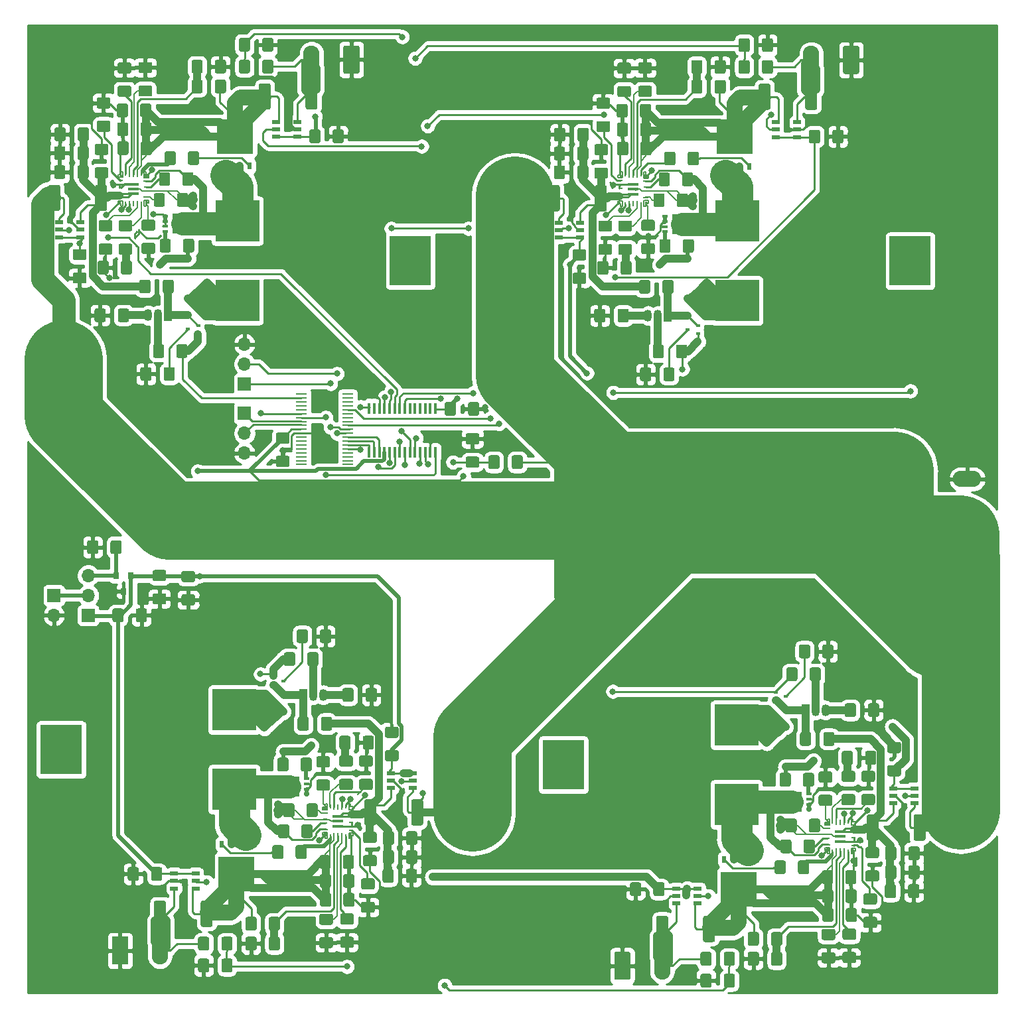
<source format=gbr>
G04 #@! TF.GenerationSoftware,KiCad,Pcbnew,(5.1.10)-1*
G04 #@! TF.CreationDate,2021-05-13T19:21:14+02:00*
G04 #@! TF.ProjectId,PEE50_MPPT,50454535-305f-44d5-9050-542e6b696361,rev?*
G04 #@! TF.SameCoordinates,Original*
G04 #@! TF.FileFunction,Copper,L1,Top*
G04 #@! TF.FilePolarity,Positive*
%FSLAX46Y46*%
G04 Gerber Fmt 4.6, Leading zero omitted, Abs format (unit mm)*
G04 Created by KiCad (PCBNEW (5.1.10)-1) date 2021-05-13 19:21:14*
%MOMM*%
%LPD*%
G01*
G04 APERTURE LIST*
G04 #@! TA.AperFunction,EtchedComponent*
%ADD10C,0.152400*%
G04 #@! TD*
G04 #@! TA.AperFunction,SMDPad,CuDef*
%ADD11R,0.354800X1.461999*%
G04 #@! TD*
G04 #@! TA.AperFunction,ComponentPad*
%ADD12O,1.700000X1.700000*%
G04 #@! TD*
G04 #@! TA.AperFunction,ComponentPad*
%ADD13R,1.700000X1.700000*%
G04 #@! TD*
G04 #@! TA.AperFunction,SMDPad,CuDef*
%ADD14C,0.306367*%
G04 #@! TD*
G04 #@! TA.AperFunction,SMDPad,CuDef*
%ADD15R,0.249999X0.599999*%
G04 #@! TD*
G04 #@! TA.AperFunction,SMDPad,CuDef*
%ADD16R,0.249999X0.725000*%
G04 #@! TD*
G04 #@! TA.AperFunction,SMDPad,CuDef*
%ADD17C,0.289687*%
G04 #@! TD*
G04 #@! TA.AperFunction,SMDPad,CuDef*
%ADD18R,0.625000X0.249999*%
G04 #@! TD*
G04 #@! TA.AperFunction,SMDPad,CuDef*
%ADD19C,0.258750*%
G04 #@! TD*
G04 #@! TA.AperFunction,SMDPad,CuDef*
%ADD20C,0.332306*%
G04 #@! TD*
G04 #@! TA.AperFunction,SMDPad,CuDef*
%ADD21R,0.675000X0.249999*%
G04 #@! TD*
G04 #@! TA.AperFunction,SMDPad,CuDef*
%ADD22R,0.599999X0.249999*%
G04 #@! TD*
G04 #@! TA.AperFunction,SMDPad,CuDef*
%ADD23R,1.425001X0.375001*%
G04 #@! TD*
G04 #@! TA.AperFunction,ComponentPad*
%ADD24O,2.080000X3.600000*%
G04 #@! TD*
G04 #@! TA.AperFunction,ComponentPad*
%ADD25R,2.080000X3.600000*%
G04 #@! TD*
G04 #@! TA.AperFunction,SMDPad,CuDef*
%ADD26R,5.283200X6.350000*%
G04 #@! TD*
G04 #@! TA.AperFunction,SMDPad,CuDef*
%ADD27R,5.588000X5.334000*%
G04 #@! TD*
G04 #@! TA.AperFunction,ComponentPad*
%ADD28R,1.050000X1.500000*%
G04 #@! TD*
G04 #@! TA.AperFunction,ComponentPad*
%ADD29O,1.050000X1.500000*%
G04 #@! TD*
G04 #@! TA.AperFunction,SMDPad,CuDef*
%ADD30R,0.508000X0.355600*%
G04 #@! TD*
G04 #@! TA.AperFunction,SMDPad,CuDef*
%ADD31R,4.570001X4.490001*%
G04 #@! TD*
G04 #@! TA.AperFunction,SMDPad,CuDef*
%ADD32R,0.509999X0.910001*%
G04 #@! TD*
G04 #@! TA.AperFunction,SMDPad,CuDef*
%ADD33R,0.700001X0.399999*%
G04 #@! TD*
G04 #@! TA.AperFunction,SMDPad,CuDef*
%ADD34R,2.510000X2.550000*%
G04 #@! TD*
G04 #@! TA.AperFunction,SMDPad,CuDef*
%ADD35R,0.977900X0.558800*%
G04 #@! TD*
G04 #@! TA.AperFunction,ComponentPad*
%ADD36O,3.600000X2.080000*%
G04 #@! TD*
G04 #@! TA.AperFunction,SMDPad,CuDef*
%ADD37R,0.800000X0.900000*%
G04 #@! TD*
G04 #@! TA.AperFunction,SMDPad,CuDef*
%ADD38R,1.404099X0.279400*%
G04 #@! TD*
G04 #@! TA.AperFunction,ViaPad*
%ADD39C,0.800000*%
G04 #@! TD*
G04 #@! TA.AperFunction,Conductor*
%ADD40C,0.250000*%
G04 #@! TD*
G04 #@! TA.AperFunction,Conductor*
%ADD41C,0.500000*%
G04 #@! TD*
G04 #@! TA.AperFunction,Conductor*
%ADD42C,1.000000*%
G04 #@! TD*
G04 #@! TA.AperFunction,Conductor*
%ADD43C,0.200000*%
G04 #@! TD*
G04 #@! TA.AperFunction,Conductor*
%ADD44C,2.000000*%
G04 #@! TD*
G04 #@! TA.AperFunction,Conductor*
%ADD45C,4.000000*%
G04 #@! TD*
G04 #@! TA.AperFunction,Conductor*
%ADD46C,3.000000*%
G04 #@! TD*
G04 #@! TA.AperFunction,Conductor*
%ADD47C,10.000000*%
G04 #@! TD*
G04 #@! TA.AperFunction,Conductor*
%ADD48C,0.254000*%
G04 #@! TD*
G04 #@! TA.AperFunction,Conductor*
%ADD49C,0.100000*%
G04 #@! TD*
G04 APERTURE END LIST*
D10*
X66827001Y-155152999D02*
X66702000Y-155152999D01*
X66702000Y-155152999D02*
X66651998Y-155202999D01*
X66651998Y-155202999D02*
X66652000Y-155803001D01*
X66652000Y-155803001D02*
X66702000Y-155853000D01*
X66702000Y-155853000D02*
X67177001Y-155853000D01*
X67177001Y-155853000D02*
X67227000Y-155803001D01*
X67227000Y-155803001D02*
X67227000Y-155553001D01*
X67227000Y-155553001D02*
X67177001Y-155503001D01*
X67177001Y-155503001D02*
X66877001Y-155503001D01*
X66877001Y-155503001D02*
X66876999Y-155202999D01*
X66876999Y-155202999D02*
X66827001Y-155152999D01*
X66827001Y-159553001D02*
X66702000Y-159553001D01*
X66702000Y-159553001D02*
X66652000Y-159503001D01*
X66652000Y-159503001D02*
X66652000Y-158902999D01*
X66652000Y-158902999D02*
X66702000Y-158853000D01*
X66702000Y-158853000D02*
X67177001Y-158853000D01*
X67177001Y-158853000D02*
X67227000Y-158902999D01*
X67227000Y-158902999D02*
X67227000Y-159152999D01*
X67227000Y-159152999D02*
X67177001Y-159202999D01*
X67177001Y-159202999D02*
X66877001Y-159202999D01*
X66877001Y-159202999D02*
X66876999Y-159503001D01*
X66876999Y-159503001D02*
X66827001Y-159553001D01*
X63852999Y-155152999D02*
X63728001Y-155152999D01*
X63728001Y-155152999D02*
X63678001Y-155202999D01*
X63678001Y-155202999D02*
X63678001Y-155528000D01*
X63678001Y-155528000D02*
X63378001Y-155528000D01*
X63378001Y-155528000D02*
X63327999Y-155578000D01*
X63327999Y-155578000D02*
X63328001Y-155877999D01*
X63328001Y-155877999D02*
X63378001Y-155928002D01*
X63378001Y-155928002D02*
X63852999Y-155927999D01*
X63852999Y-155927999D02*
X63903001Y-155877999D01*
X63903001Y-155877999D02*
X63903001Y-155202999D01*
X63903001Y-155202999D02*
X63852999Y-155153002D01*
X63852999Y-155153002D02*
X63852999Y-155152999D01*
X63852999Y-159553001D02*
X63728001Y-159553001D01*
X63728001Y-159553001D02*
X63678001Y-159503001D01*
X63678001Y-159503001D02*
X63678001Y-159178000D01*
X63678001Y-159178000D02*
X63378001Y-159178000D01*
X63378001Y-159178000D02*
X63327999Y-159128000D01*
X63327999Y-159128000D02*
X63328001Y-158828001D01*
X63328001Y-158828001D02*
X63378001Y-158778001D01*
X63378001Y-158778001D02*
X63852999Y-158778001D01*
X63852999Y-158778001D02*
X63902999Y-158828001D01*
X63902999Y-158828001D02*
X63902999Y-159503001D01*
X63902999Y-159503001D02*
X63852999Y-159553001D01*
X130911202Y-157092198D02*
X130786201Y-157092198D01*
X130786201Y-157092198D02*
X130736199Y-157142198D01*
X130736199Y-157142198D02*
X130736201Y-157742200D01*
X130736201Y-157742200D02*
X130786201Y-157792199D01*
X130786201Y-157792199D02*
X131261202Y-157792199D01*
X131261202Y-157792199D02*
X131311201Y-157742200D01*
X131311201Y-157742200D02*
X131311201Y-157492200D01*
X131311201Y-157492200D02*
X131261202Y-157442200D01*
X131261202Y-157442200D02*
X130961202Y-157442200D01*
X130961202Y-157442200D02*
X130961200Y-157142198D01*
X130961200Y-157142198D02*
X130911202Y-157092198D01*
X130911202Y-161492200D02*
X130786201Y-161492200D01*
X130786201Y-161492200D02*
X130736201Y-161442200D01*
X130736201Y-161442200D02*
X130736201Y-160842198D01*
X130736201Y-160842198D02*
X130786201Y-160792199D01*
X130786201Y-160792199D02*
X131261202Y-160792199D01*
X131261202Y-160792199D02*
X131311201Y-160842198D01*
X131311201Y-160842198D02*
X131311201Y-161092198D01*
X131311201Y-161092198D02*
X131261202Y-161142198D01*
X131261202Y-161142198D02*
X130961202Y-161142198D01*
X130961202Y-161142198D02*
X130961200Y-161442200D01*
X130961200Y-161442200D02*
X130911202Y-161492200D01*
X127937200Y-157092198D02*
X127812202Y-157092198D01*
X127812202Y-157092198D02*
X127762202Y-157142198D01*
X127762202Y-157142198D02*
X127762202Y-157467199D01*
X127762202Y-157467199D02*
X127462202Y-157467199D01*
X127462202Y-157467199D02*
X127412200Y-157517199D01*
X127412200Y-157517199D02*
X127412202Y-157817198D01*
X127412202Y-157817198D02*
X127462202Y-157867201D01*
X127462202Y-157867201D02*
X127937200Y-157867198D01*
X127937200Y-157867198D02*
X127987202Y-157817198D01*
X127987202Y-157817198D02*
X127987202Y-157142198D01*
X127987202Y-157142198D02*
X127937200Y-157092201D01*
X127937200Y-157092201D02*
X127937200Y-157092198D01*
X127937200Y-161492200D02*
X127812202Y-161492200D01*
X127812202Y-161492200D02*
X127762202Y-161442200D01*
X127762202Y-161442200D02*
X127762202Y-161117199D01*
X127762202Y-161117199D02*
X127462202Y-161117199D01*
X127462202Y-161117199D02*
X127412200Y-161067199D01*
X127412200Y-161067199D02*
X127412202Y-160767200D01*
X127412202Y-160767200D02*
X127462202Y-160717200D01*
X127462202Y-160717200D02*
X127937200Y-160717200D01*
X127937200Y-160717200D02*
X127987200Y-160767200D01*
X127987200Y-160767200D02*
X127987200Y-161442200D01*
X127987200Y-161442200D02*
X127937200Y-161492200D01*
X40541800Y-74481800D02*
X40591800Y-74431800D01*
X40541800Y-75156800D02*
X40541800Y-74481800D01*
X40591800Y-75206800D02*
X40541800Y-75156800D01*
X41066798Y-75206800D02*
X40591800Y-75206800D01*
X41116798Y-75156800D02*
X41066798Y-75206800D01*
X41116800Y-74856801D02*
X41116798Y-75156800D01*
X41066798Y-74806801D02*
X41116800Y-74856801D01*
X40766798Y-74806801D02*
X41066798Y-74806801D01*
X40766798Y-74481800D02*
X40766798Y-74806801D01*
X40716798Y-74431800D02*
X40766798Y-74481800D01*
X40591800Y-74431800D02*
X40716798Y-74431800D01*
X40591800Y-78831799D02*
X40591800Y-78831802D01*
X40541798Y-78781802D02*
X40591800Y-78831799D01*
X40541798Y-78106802D02*
X40541798Y-78781802D01*
X40591800Y-78056802D02*
X40541798Y-78106802D01*
X41066798Y-78056799D02*
X40591800Y-78056802D01*
X41116798Y-78106802D02*
X41066798Y-78056799D01*
X41116800Y-78406801D02*
X41116798Y-78106802D01*
X41066798Y-78456801D02*
X41116800Y-78406801D01*
X40766798Y-78456801D02*
X41066798Y-78456801D01*
X40766798Y-78781802D02*
X40766798Y-78456801D01*
X40716798Y-78831802D02*
X40766798Y-78781802D01*
X40591800Y-78831802D02*
X40716798Y-78831802D01*
X37567800Y-74481800D02*
X37617798Y-74431800D01*
X37567798Y-74781802D02*
X37567800Y-74481800D01*
X37267798Y-74781802D02*
X37567798Y-74781802D01*
X37217799Y-74831802D02*
X37267798Y-74781802D01*
X37217799Y-75081802D02*
X37217799Y-74831802D01*
X37267798Y-75131801D02*
X37217799Y-75081802D01*
X37742799Y-75131801D02*
X37267798Y-75131801D01*
X37792799Y-75081802D02*
X37742799Y-75131801D01*
X37792799Y-74481800D02*
X37792799Y-75081802D01*
X37742799Y-74431800D02*
X37792799Y-74481800D01*
X37617798Y-74431800D02*
X37742799Y-74431800D01*
X37567800Y-78781802D02*
X37617798Y-78831802D01*
X37567798Y-78481800D02*
X37567800Y-78781802D01*
X37267798Y-78481800D02*
X37567798Y-78481800D01*
X37217799Y-78431800D02*
X37267798Y-78481800D01*
X37217799Y-78181800D02*
X37217799Y-78431800D01*
X37267798Y-78131801D02*
X37217799Y-78181800D01*
X37742799Y-78131801D02*
X37267798Y-78131801D01*
X37792799Y-78181800D02*
X37742799Y-78131801D01*
X37792801Y-78781802D02*
X37792799Y-78181800D01*
X37742799Y-78831802D02*
X37792801Y-78781802D01*
X37617798Y-78831802D02*
X37742799Y-78831802D01*
X101371798Y-78873802D02*
X101496799Y-78873802D01*
X101496799Y-78873802D02*
X101546801Y-78823802D01*
X101546801Y-78823802D02*
X101546799Y-78223800D01*
X101546799Y-78223800D02*
X101496799Y-78173801D01*
X101496799Y-78173801D02*
X101021798Y-78173801D01*
X101021798Y-78173801D02*
X100971799Y-78223800D01*
X100971799Y-78223800D02*
X100971799Y-78473800D01*
X100971799Y-78473800D02*
X101021798Y-78523800D01*
X101021798Y-78523800D02*
X101321798Y-78523800D01*
X101321798Y-78523800D02*
X101321800Y-78823802D01*
X101321800Y-78823802D02*
X101371798Y-78873802D01*
X101371798Y-74473800D02*
X101496799Y-74473800D01*
X101496799Y-74473800D02*
X101546799Y-74523800D01*
X101546799Y-74523800D02*
X101546799Y-75123802D01*
X101546799Y-75123802D02*
X101496799Y-75173801D01*
X101496799Y-75173801D02*
X101021798Y-75173801D01*
X101021798Y-75173801D02*
X100971799Y-75123802D01*
X100971799Y-75123802D02*
X100971799Y-74873802D01*
X100971799Y-74873802D02*
X101021798Y-74823802D01*
X101021798Y-74823802D02*
X101321798Y-74823802D01*
X101321798Y-74823802D02*
X101321800Y-74523800D01*
X101321800Y-74523800D02*
X101371798Y-74473800D01*
X104345800Y-78873802D02*
X104470798Y-78873802D01*
X104470798Y-78873802D02*
X104520798Y-78823802D01*
X104520798Y-78823802D02*
X104520798Y-78498801D01*
X104520798Y-78498801D02*
X104820798Y-78498801D01*
X104820798Y-78498801D02*
X104870800Y-78448801D01*
X104870800Y-78448801D02*
X104870798Y-78148802D01*
X104870798Y-78148802D02*
X104820798Y-78098799D01*
X104820798Y-78098799D02*
X104345800Y-78098802D01*
X104345800Y-78098802D02*
X104295798Y-78148802D01*
X104295798Y-78148802D02*
X104295798Y-78823802D01*
X104295798Y-78823802D02*
X104345800Y-78873799D01*
X104345800Y-78873799D02*
X104345800Y-78873802D01*
X104345800Y-74473800D02*
X104470798Y-74473800D01*
X104470798Y-74473800D02*
X104520798Y-74523800D01*
X104520798Y-74523800D02*
X104520798Y-74848801D01*
X104520798Y-74848801D02*
X104820798Y-74848801D01*
X104820798Y-74848801D02*
X104870800Y-74898801D01*
X104870800Y-74898801D02*
X104870798Y-75198800D01*
X104870798Y-75198800D02*
X104820798Y-75248800D01*
X104820798Y-75248800D02*
X104345800Y-75248800D01*
X104345800Y-75248800D02*
X104295800Y-75198800D01*
X104295800Y-75198800D02*
X104295800Y-74523800D01*
X104295800Y-74523800D02*
X104345800Y-74473800D01*
D11*
X77694500Y-110261400D03*
X77044499Y-110261400D03*
X76394500Y-110261400D03*
X75744499Y-110261400D03*
X75094501Y-110261400D03*
X74444499Y-110261400D03*
X73794501Y-110261400D03*
X73144499Y-110261400D03*
X72494501Y-110261400D03*
X71844499Y-110261400D03*
X71194501Y-110261400D03*
X70544500Y-110261400D03*
X69894501Y-110261400D03*
X69244500Y-110261400D03*
X69244502Y-104622600D03*
X69894501Y-104622600D03*
X70544502Y-104622600D03*
X71194501Y-104622600D03*
X71844502Y-104622600D03*
X72494501Y-104622600D03*
X73144502Y-104622600D03*
X73794501Y-104622600D03*
X74444499Y-104622600D03*
X75094501Y-104622600D03*
X75744499Y-104622600D03*
X76394500Y-104622600D03*
X77044499Y-104622600D03*
X77694500Y-104622600D03*
D12*
X53340000Y-96456500D03*
X53340000Y-98996500D03*
D13*
X53340000Y-101536500D03*
D14*
X63723312Y-159013939D03*
D15*
X64277999Y-159252999D03*
D16*
X64778001Y-159190500D03*
X65278000Y-159190500D03*
X65777999Y-159190500D03*
D15*
X66278001Y-159252999D03*
D17*
X66831688Y-159013939D03*
D18*
X66915500Y-158477999D03*
X66915500Y-157978000D03*
X66915500Y-157478001D03*
X66915500Y-156728000D03*
X66915500Y-156228001D03*
D19*
X67083249Y-155709249D03*
D15*
X66278001Y-155453001D03*
D16*
X65777999Y-155515500D03*
X65278000Y-155515500D03*
X64778001Y-155515500D03*
D15*
X64277999Y-155453001D03*
D20*
X63687376Y-155712376D03*
D21*
X63665499Y-156303000D03*
D22*
X63628001Y-157103000D03*
X63628001Y-157603000D03*
D21*
X63665499Y-158403000D03*
D23*
X65278000Y-157978000D03*
X65278000Y-157353000D03*
X65278000Y-156728000D03*
G04 #@! TA.AperFunction,SMDPad,CuDef*
G36*
G01*
X65962500Y-168011000D02*
X65962500Y-166761000D01*
G75*
G02*
X66212500Y-166511000I250000J0D01*
G01*
X67137500Y-166511000D01*
G75*
G02*
X67387500Y-166761000I0J-250000D01*
G01*
X67387500Y-168011000D01*
G75*
G02*
X67137500Y-168261000I-250000J0D01*
G01*
X66212500Y-168261000D01*
G75*
G02*
X65962500Y-168011000I0J250000D01*
G01*
G37*
G04 #@! TD.AperFunction*
G04 #@! TA.AperFunction,SMDPad,CuDef*
G36*
G01*
X62987500Y-168011000D02*
X62987500Y-166761000D01*
G75*
G02*
X63237500Y-166511000I250000J0D01*
G01*
X64162500Y-166511000D01*
G75*
G02*
X64412500Y-166761000I0J-250000D01*
G01*
X64412500Y-168011000D01*
G75*
G02*
X64162500Y-168261000I-250000J0D01*
G01*
X63237500Y-168261000D01*
G75*
G02*
X62987500Y-168011000I0J250000D01*
G01*
G37*
G04 #@! TD.AperFunction*
G04 #@! TA.AperFunction,SMDPad,CuDef*
G36*
G01*
X65926000Y-165598000D02*
X65926000Y-164348000D01*
G75*
G02*
X66176000Y-164098000I250000J0D01*
G01*
X67101000Y-164098000D01*
G75*
G02*
X67351000Y-164348000I0J-250000D01*
G01*
X67351000Y-165598000D01*
G75*
G02*
X67101000Y-165848000I-250000J0D01*
G01*
X66176000Y-165848000D01*
G75*
G02*
X65926000Y-165598000I0J250000D01*
G01*
G37*
G04 #@! TD.AperFunction*
G04 #@! TA.AperFunction,SMDPad,CuDef*
G36*
G01*
X62951000Y-165598000D02*
X62951000Y-164348000D01*
G75*
G02*
X63201000Y-164098000I250000J0D01*
G01*
X64126000Y-164098000D01*
G75*
G02*
X64376000Y-164348000I0J-250000D01*
G01*
X64376000Y-165598000D01*
G75*
G02*
X64126000Y-165848000I-250000J0D01*
G01*
X63201000Y-165848000D01*
G75*
G02*
X62951000Y-165598000I0J250000D01*
G01*
G37*
G04 #@! TD.AperFunction*
G04 #@! TA.AperFunction,SMDPad,CuDef*
G36*
G01*
X62914500Y-163185000D02*
X62914500Y-161935000D01*
G75*
G02*
X63164500Y-161685000I250000J0D01*
G01*
X64089500Y-161685000D01*
G75*
G02*
X64339500Y-161935000I0J-250000D01*
G01*
X64339500Y-163185000D01*
G75*
G02*
X64089500Y-163435000I-250000J0D01*
G01*
X63164500Y-163435000D01*
G75*
G02*
X62914500Y-163185000I0J250000D01*
G01*
G37*
G04 #@! TD.AperFunction*
G04 #@! TA.AperFunction,SMDPad,CuDef*
G36*
G01*
X65889500Y-163185000D02*
X65889500Y-161935000D01*
G75*
G02*
X66139500Y-161685000I250000J0D01*
G01*
X67064500Y-161685000D01*
G75*
G02*
X67314500Y-161935000I0J-250000D01*
G01*
X67314500Y-163185000D01*
G75*
G02*
X67064500Y-163435000I-250000J0D01*
G01*
X66139500Y-163435000D01*
G75*
G02*
X65889500Y-163185000I0J250000D01*
G01*
G37*
G04 #@! TD.AperFunction*
G04 #@! TA.AperFunction,SMDPad,CuDef*
G36*
G01*
X57617000Y-159248000D02*
X57617000Y-157998000D01*
G75*
G02*
X57867000Y-157748000I250000J0D01*
G01*
X58792000Y-157748000D01*
G75*
G02*
X59042000Y-157998000I0J-250000D01*
G01*
X59042000Y-159248000D01*
G75*
G02*
X58792000Y-159498000I-250000J0D01*
G01*
X57867000Y-159498000D01*
G75*
G02*
X57617000Y-159248000I0J250000D01*
G01*
G37*
G04 #@! TD.AperFunction*
G04 #@! TA.AperFunction,SMDPad,CuDef*
G36*
G01*
X60592000Y-159248000D02*
X60592000Y-157998000D01*
G75*
G02*
X60842000Y-157748000I250000J0D01*
G01*
X61767000Y-157748000D01*
G75*
G02*
X62017000Y-157998000I0J-250000D01*
G01*
X62017000Y-159248000D01*
G75*
G02*
X61767000Y-159498000I-250000J0D01*
G01*
X60842000Y-159498000D01*
G75*
G02*
X60592000Y-159248000I0J250000D01*
G01*
G37*
G04 #@! TD.AperFunction*
G04 #@! TA.AperFunction,SMDPad,CuDef*
G36*
G01*
X63998000Y-150482000D02*
X62748000Y-150482000D01*
G75*
G02*
X62498000Y-150232000I0J250000D01*
G01*
X62498000Y-149307000D01*
G75*
G02*
X62748000Y-149057000I250000J0D01*
G01*
X63998000Y-149057000D01*
G75*
G02*
X64248000Y-149307000I0J-250000D01*
G01*
X64248000Y-150232000D01*
G75*
G02*
X63998000Y-150482000I-250000J0D01*
G01*
G37*
G04 #@! TD.AperFunction*
G04 #@! TA.AperFunction,SMDPad,CuDef*
G36*
G01*
X63998000Y-153457000D02*
X62748000Y-153457000D01*
G75*
G02*
X62498000Y-153207000I0J250000D01*
G01*
X62498000Y-152282000D01*
G75*
G02*
X62748000Y-152032000I250000J0D01*
G01*
X63998000Y-152032000D01*
G75*
G02*
X64248000Y-152282000I0J-250000D01*
G01*
X64248000Y-153207000D01*
G75*
G02*
X63998000Y-153457000I-250000J0D01*
G01*
G37*
G04 #@! TD.AperFunction*
G04 #@! TA.AperFunction,SMDPad,CuDef*
G36*
G01*
X62688500Y-155331000D02*
X62688500Y-156581000D01*
G75*
G02*
X62438500Y-156831000I-250000J0D01*
G01*
X61513500Y-156831000D01*
G75*
G02*
X61263500Y-156581000I0J250000D01*
G01*
X61263500Y-155331000D01*
G75*
G02*
X61513500Y-155081000I250000J0D01*
G01*
X62438500Y-155081000D01*
G75*
G02*
X62688500Y-155331000I0J-250000D01*
G01*
G37*
G04 #@! TD.AperFunction*
G04 #@! TA.AperFunction,SMDPad,CuDef*
G36*
G01*
X59713500Y-155331000D02*
X59713500Y-156581000D01*
G75*
G02*
X59463500Y-156831000I-250000J0D01*
G01*
X58538500Y-156831000D01*
G75*
G02*
X58288500Y-156581000I0J250000D01*
G01*
X58288500Y-155331000D01*
G75*
G02*
X58538500Y-155081000I250000J0D01*
G01*
X59463500Y-155081000D01*
G75*
G02*
X59713500Y-155331000I0J-250000D01*
G01*
G37*
G04 #@! TD.AperFunction*
G04 #@! TA.AperFunction,SMDPad,CuDef*
G36*
G01*
X70988500Y-160137000D02*
X70988500Y-158887000D01*
G75*
G02*
X71238500Y-158637000I250000J0D01*
G01*
X72163500Y-158637000D01*
G75*
G02*
X72413500Y-158887000I0J-250000D01*
G01*
X72413500Y-160137000D01*
G75*
G02*
X72163500Y-160387000I-250000J0D01*
G01*
X71238500Y-160387000D01*
G75*
G02*
X70988500Y-160137000I0J250000D01*
G01*
G37*
G04 #@! TD.AperFunction*
G04 #@! TA.AperFunction,SMDPad,CuDef*
G36*
G01*
X73963500Y-160137000D02*
X73963500Y-158887000D01*
G75*
G02*
X74213500Y-158637000I250000J0D01*
G01*
X75138500Y-158637000D01*
G75*
G02*
X75388500Y-158887000I0J-250000D01*
G01*
X75388500Y-160137000D01*
G75*
G02*
X75138500Y-160387000I-250000J0D01*
G01*
X74213500Y-160387000D01*
G75*
G02*
X73963500Y-160137000I0J250000D01*
G01*
G37*
G04 #@! TD.AperFunction*
G04 #@! TA.AperFunction,SMDPad,CuDef*
G36*
G01*
X73963500Y-162550000D02*
X73963500Y-161300000D01*
G75*
G02*
X74213500Y-161050000I250000J0D01*
G01*
X75138500Y-161050000D01*
G75*
G02*
X75388500Y-161300000I0J-250000D01*
G01*
X75388500Y-162550000D01*
G75*
G02*
X75138500Y-162800000I-250000J0D01*
G01*
X74213500Y-162800000D01*
G75*
G02*
X73963500Y-162550000I0J250000D01*
G01*
G37*
G04 #@! TD.AperFunction*
G04 #@! TA.AperFunction,SMDPad,CuDef*
G36*
G01*
X70988500Y-162550000D02*
X70988500Y-161300000D01*
G75*
G02*
X71238500Y-161050000I250000J0D01*
G01*
X72163500Y-161050000D01*
G75*
G02*
X72413500Y-161300000I0J-250000D01*
G01*
X72413500Y-162550000D01*
G75*
G02*
X72163500Y-162800000I-250000J0D01*
G01*
X71238500Y-162800000D01*
G75*
G02*
X70988500Y-162550000I0J250000D01*
G01*
G37*
G04 #@! TD.AperFunction*
G04 #@! TA.AperFunction,SMDPad,CuDef*
G36*
G01*
X65669000Y-148966500D02*
X66919000Y-148966500D01*
G75*
G02*
X67169000Y-149216500I0J-250000D01*
G01*
X67169000Y-150141500D01*
G75*
G02*
X66919000Y-150391500I-250000J0D01*
G01*
X65669000Y-150391500D01*
G75*
G02*
X65419000Y-150141500I0J250000D01*
G01*
X65419000Y-149216500D01*
G75*
G02*
X65669000Y-148966500I250000J0D01*
G01*
G37*
G04 #@! TD.AperFunction*
G04 #@! TA.AperFunction,SMDPad,CuDef*
G36*
G01*
X65669000Y-151941500D02*
X66919000Y-151941500D01*
G75*
G02*
X67169000Y-152191500I0J-250000D01*
G01*
X67169000Y-153116500D01*
G75*
G02*
X66919000Y-153366500I-250000J0D01*
G01*
X65669000Y-153366500D01*
G75*
G02*
X65419000Y-153116500I0J250000D01*
G01*
X65419000Y-152191500D01*
G75*
G02*
X65669000Y-151941500I250000J0D01*
G01*
G37*
G04 #@! TD.AperFunction*
G04 #@! TA.AperFunction,SMDPad,CuDef*
G36*
G01*
X70952000Y-164963000D02*
X70952000Y-163713000D01*
G75*
G02*
X71202000Y-163463000I250000J0D01*
G01*
X72127000Y-163463000D01*
G75*
G02*
X72377000Y-163713000I0J-250000D01*
G01*
X72377000Y-164963000D01*
G75*
G02*
X72127000Y-165213000I-250000J0D01*
G01*
X71202000Y-165213000D01*
G75*
G02*
X70952000Y-164963000I0J250000D01*
G01*
G37*
G04 #@! TD.AperFunction*
G04 #@! TA.AperFunction,SMDPad,CuDef*
G36*
G01*
X73927000Y-164963000D02*
X73927000Y-163713000D01*
G75*
G02*
X74177000Y-163463000I250000J0D01*
G01*
X75102000Y-163463000D01*
G75*
G02*
X75352000Y-163713000I0J-250000D01*
G01*
X75352000Y-164963000D01*
G75*
G02*
X75102000Y-165213000I-250000J0D01*
G01*
X74177000Y-165213000D01*
G75*
G02*
X73927000Y-164963000I0J250000D01*
G01*
G37*
G04 #@! TD.AperFunction*
G04 #@! TA.AperFunction,SMDPad,CuDef*
G36*
G01*
X68717000Y-161684000D02*
X69967000Y-161684000D01*
G75*
G02*
X70217000Y-161934000I0J-250000D01*
G01*
X70217000Y-162859000D01*
G75*
G02*
X69967000Y-163109000I-250000J0D01*
G01*
X68717000Y-163109000D01*
G75*
G02*
X68467000Y-162859000I0J250000D01*
G01*
X68467000Y-161934000D01*
G75*
G02*
X68717000Y-161684000I250000J0D01*
G01*
G37*
G04 #@! TD.AperFunction*
G04 #@! TA.AperFunction,SMDPad,CuDef*
G36*
G01*
X68717000Y-158709000D02*
X69967000Y-158709000D01*
G75*
G02*
X70217000Y-158959000I0J-250000D01*
G01*
X70217000Y-159884000D01*
G75*
G02*
X69967000Y-160134000I-250000J0D01*
G01*
X68717000Y-160134000D01*
G75*
G02*
X68467000Y-159884000I0J250000D01*
G01*
X68467000Y-158959000D01*
G75*
G02*
X68717000Y-158709000I250000J0D01*
G01*
G37*
G04 #@! TD.AperFunction*
G04 #@! TA.AperFunction,SMDPad,CuDef*
G36*
G01*
X42840000Y-163459000D02*
X42840000Y-164709000D01*
G75*
G02*
X42590000Y-164959000I-250000J0D01*
G01*
X41665000Y-164959000D01*
G75*
G02*
X41415000Y-164709000I0J250000D01*
G01*
X41415000Y-163459000D01*
G75*
G02*
X41665000Y-163209000I250000J0D01*
G01*
X42590000Y-163209000D01*
G75*
G02*
X42840000Y-163459000I0J-250000D01*
G01*
G37*
G04 #@! TD.AperFunction*
G04 #@! TA.AperFunction,SMDPad,CuDef*
G36*
G01*
X39865000Y-163459000D02*
X39865000Y-164709000D01*
G75*
G02*
X39615000Y-164959000I-250000J0D01*
G01*
X38690000Y-164959000D01*
G75*
G02*
X38440000Y-164709000I0J250000D01*
G01*
X38440000Y-163459000D01*
G75*
G02*
X38690000Y-163209000I250000J0D01*
G01*
X39615000Y-163209000D01*
G75*
G02*
X39865000Y-163459000I0J-250000D01*
G01*
G37*
G04 #@! TD.AperFunction*
G04 #@! TA.AperFunction,SMDPad,CuDef*
G36*
G01*
X72761000Y-146708500D02*
X71511000Y-146708500D01*
G75*
G02*
X71261000Y-146458500I0J250000D01*
G01*
X71261000Y-145533500D01*
G75*
G02*
X71511000Y-145283500I250000J0D01*
G01*
X72761000Y-145283500D01*
G75*
G02*
X73011000Y-145533500I0J-250000D01*
G01*
X73011000Y-146458500D01*
G75*
G02*
X72761000Y-146708500I-250000J0D01*
G01*
G37*
G04 #@! TD.AperFunction*
G04 #@! TA.AperFunction,SMDPad,CuDef*
G36*
G01*
X72761000Y-149683500D02*
X71511000Y-149683500D01*
G75*
G02*
X71261000Y-149433500I0J250000D01*
G01*
X71261000Y-148508500D01*
G75*
G02*
X71511000Y-148258500I250000J0D01*
G01*
X72761000Y-148258500D01*
G75*
G02*
X73011000Y-148508500I0J-250000D01*
G01*
X73011000Y-149433500D01*
G75*
G02*
X72761000Y-149683500I-250000J0D01*
G01*
G37*
G04 #@! TD.AperFunction*
D24*
X42545000Y-173863000D03*
D25*
X37465000Y-173863000D03*
D26*
X29946301Y-148209000D03*
D27*
X52021299Y-143134001D03*
X52021299Y-153283999D03*
D28*
X60833000Y-141224000D03*
D29*
X63373000Y-141224000D03*
X62103000Y-141224000D03*
G04 #@! TA.AperFunction,SMDPad,CuDef*
G36*
G01*
X47420500Y-173599000D02*
X47420500Y-172349000D01*
G75*
G02*
X47670500Y-172099000I250000J0D01*
G01*
X48595500Y-172099000D01*
G75*
G02*
X48845500Y-172349000I0J-250000D01*
G01*
X48845500Y-173599000D01*
G75*
G02*
X48595500Y-173849000I-250000J0D01*
G01*
X47670500Y-173849000D01*
G75*
G02*
X47420500Y-173599000I0J250000D01*
G01*
G37*
G04 #@! TD.AperFunction*
G04 #@! TA.AperFunction,SMDPad,CuDef*
G36*
G01*
X50395500Y-173599000D02*
X50395500Y-172349000D01*
G75*
G02*
X50645500Y-172099000I250000J0D01*
G01*
X51570500Y-172099000D01*
G75*
G02*
X51820500Y-172349000I0J-250000D01*
G01*
X51820500Y-173599000D01*
G75*
G02*
X51570500Y-173849000I-250000J0D01*
G01*
X50645500Y-173849000D01*
G75*
G02*
X50395500Y-173599000I0J250000D01*
G01*
G37*
G04 #@! TD.AperFunction*
G04 #@! TA.AperFunction,SMDPad,CuDef*
G36*
G01*
X48845500Y-175143000D02*
X48845500Y-176393000D01*
G75*
G02*
X48595500Y-176643000I-250000J0D01*
G01*
X47670500Y-176643000D01*
G75*
G02*
X47420500Y-176393000I0J250000D01*
G01*
X47420500Y-175143000D01*
G75*
G02*
X47670500Y-174893000I250000J0D01*
G01*
X48595500Y-174893000D01*
G75*
G02*
X48845500Y-175143000I0J-250000D01*
G01*
G37*
G04 #@! TD.AperFunction*
G04 #@! TA.AperFunction,SMDPad,CuDef*
G36*
G01*
X51820500Y-175143000D02*
X51820500Y-176393000D01*
G75*
G02*
X51570500Y-176643000I-250000J0D01*
G01*
X50645500Y-176643000D01*
G75*
G02*
X50395500Y-176393000I0J250000D01*
G01*
X50395500Y-175143000D01*
G75*
G02*
X50645500Y-174893000I250000J0D01*
G01*
X51570500Y-174893000D01*
G75*
G02*
X51820500Y-175143000I0J-250000D01*
G01*
G37*
G04 #@! TD.AperFunction*
G04 #@! TA.AperFunction,SMDPad,CuDef*
G36*
G01*
X43307500Y-167738999D02*
X43307500Y-170589001D01*
G75*
G02*
X43057501Y-170839000I-249999J0D01*
G01*
X42032499Y-170839000D01*
G75*
G02*
X41782500Y-170589001I0J249999D01*
G01*
X41782500Y-167738999D01*
G75*
G02*
X42032499Y-167489000I249999J0D01*
G01*
X43057501Y-167489000D01*
G75*
G02*
X43307500Y-167738999I0J-249999D01*
G01*
G37*
G04 #@! TD.AperFunction*
G04 #@! TA.AperFunction,SMDPad,CuDef*
G36*
G01*
X49282500Y-167738999D02*
X49282500Y-170589001D01*
G75*
G02*
X49032501Y-170839000I-249999J0D01*
G01*
X48007499Y-170839000D01*
G75*
G02*
X47757500Y-170589001I0J249999D01*
G01*
X47757500Y-167738999D01*
G75*
G02*
X48007499Y-167489000I249999J0D01*
G01*
X49032501Y-167489000D01*
G75*
G02*
X49282500Y-167738999I0J-249999D01*
G01*
G37*
G04 #@! TD.AperFunction*
G04 #@! TA.AperFunction,SMDPad,CuDef*
G36*
G01*
X62779000Y-136027000D02*
X62779000Y-137277000D01*
G75*
G02*
X62529000Y-137527000I-250000J0D01*
G01*
X61604000Y-137527000D01*
G75*
G02*
X61354000Y-137277000I0J250000D01*
G01*
X61354000Y-136027000D01*
G75*
G02*
X61604000Y-135777000I250000J0D01*
G01*
X62529000Y-135777000D01*
G75*
G02*
X62779000Y-136027000I0J-250000D01*
G01*
G37*
G04 #@! TD.AperFunction*
G04 #@! TA.AperFunction,SMDPad,CuDef*
G36*
G01*
X59804000Y-136027000D02*
X59804000Y-137277000D01*
G75*
G02*
X59554000Y-137527000I-250000J0D01*
G01*
X58629000Y-137527000D01*
G75*
G02*
X58379000Y-137277000I0J250000D01*
G01*
X58379000Y-136027000D01*
G75*
G02*
X58629000Y-135777000I250000J0D01*
G01*
X59554000Y-135777000D01*
G75*
G02*
X59804000Y-136027000I0J-250000D01*
G01*
G37*
G04 #@! TD.AperFunction*
G04 #@! TA.AperFunction,SMDPad,CuDef*
G36*
G01*
X64520500Y-144282000D02*
X64520500Y-145532000D01*
G75*
G02*
X64270500Y-145782000I-250000J0D01*
G01*
X63345500Y-145782000D01*
G75*
G02*
X63095500Y-145532000I0J250000D01*
G01*
X63095500Y-144282000D01*
G75*
G02*
X63345500Y-144032000I250000J0D01*
G01*
X64270500Y-144032000D01*
G75*
G02*
X64520500Y-144282000I0J-250000D01*
G01*
G37*
G04 #@! TD.AperFunction*
G04 #@! TA.AperFunction,SMDPad,CuDef*
G36*
G01*
X61545500Y-144282000D02*
X61545500Y-145532000D01*
G75*
G02*
X61295500Y-145782000I-250000J0D01*
G01*
X60370500Y-145782000D01*
G75*
G02*
X60120500Y-145532000I0J250000D01*
G01*
X60120500Y-144282000D01*
G75*
G02*
X60370500Y-144032000I250000J0D01*
G01*
X61295500Y-144032000D01*
G75*
G02*
X61545500Y-144282000I0J-250000D01*
G01*
G37*
G04 #@! TD.AperFunction*
G04 #@! TA.AperFunction,SMDPad,CuDef*
G36*
G01*
X68810500Y-141849000D02*
X68810500Y-140599000D01*
G75*
G02*
X69060500Y-140349000I250000J0D01*
G01*
X69985500Y-140349000D01*
G75*
G02*
X70235500Y-140599000I0J-250000D01*
G01*
X70235500Y-141849000D01*
G75*
G02*
X69985500Y-142099000I-250000J0D01*
G01*
X69060500Y-142099000D01*
G75*
G02*
X68810500Y-141849000I0J250000D01*
G01*
G37*
G04 #@! TD.AperFunction*
G04 #@! TA.AperFunction,SMDPad,CuDef*
G36*
G01*
X65835500Y-141849000D02*
X65835500Y-140599000D01*
G75*
G02*
X66085500Y-140349000I250000J0D01*
G01*
X67010500Y-140349000D01*
G75*
G02*
X67260500Y-140599000I0J-250000D01*
G01*
X67260500Y-141849000D01*
G75*
G02*
X67010500Y-142099000I-250000J0D01*
G01*
X66085500Y-142099000D01*
G75*
G02*
X65835500Y-141849000I0J250000D01*
G01*
G37*
G04 #@! TD.AperFunction*
G04 #@! TA.AperFunction,SMDPad,CuDef*
G36*
G01*
X62968500Y-134356000D02*
X62968500Y-133106000D01*
G75*
G02*
X63218500Y-132856000I250000J0D01*
G01*
X64143500Y-132856000D01*
G75*
G02*
X64393500Y-133106000I0J-250000D01*
G01*
X64393500Y-134356000D01*
G75*
G02*
X64143500Y-134606000I-250000J0D01*
G01*
X63218500Y-134606000D01*
G75*
G02*
X62968500Y-134356000I0J250000D01*
G01*
G37*
G04 #@! TD.AperFunction*
G04 #@! TA.AperFunction,SMDPad,CuDef*
G36*
G01*
X59993500Y-134356000D02*
X59993500Y-133106000D01*
G75*
G02*
X60243500Y-132856000I250000J0D01*
G01*
X61168500Y-132856000D01*
G75*
G02*
X61418500Y-133106000I0J-250000D01*
G01*
X61418500Y-134356000D01*
G75*
G02*
X61168500Y-134606000I-250000J0D01*
G01*
X60243500Y-134606000D01*
G75*
G02*
X59993500Y-134356000I0J250000D01*
G01*
G37*
G04 #@! TD.AperFunction*
G04 #@! TA.AperFunction,SMDPad,CuDef*
G36*
G01*
X70165000Y-154784999D02*
X70165000Y-157635001D01*
G75*
G02*
X69915001Y-157885000I-249999J0D01*
G01*
X68889999Y-157885000D01*
G75*
G02*
X68640000Y-157635001I0J249999D01*
G01*
X68640000Y-154784999D01*
G75*
G02*
X68889999Y-154535000I249999J0D01*
G01*
X69915001Y-154535000D01*
G75*
G02*
X70165000Y-154784999I0J-249999D01*
G01*
G37*
G04 #@! TD.AperFunction*
G04 #@! TA.AperFunction,SMDPad,CuDef*
G36*
G01*
X76140000Y-154784999D02*
X76140000Y-157635001D01*
G75*
G02*
X75890001Y-157885000I-249999J0D01*
G01*
X74864999Y-157885000D01*
G75*
G02*
X74615000Y-157635001I0J249999D01*
G01*
X74615000Y-154784999D01*
G75*
G02*
X74864999Y-154535000I249999J0D01*
G01*
X75890001Y-154535000D01*
G75*
G02*
X76140000Y-154784999I0J-249999D01*
G01*
G37*
G04 #@! TD.AperFunction*
D30*
X58305700Y-139446000D03*
X57010300Y-139941300D03*
X57010300Y-138950700D03*
D31*
X52324000Y-164073002D03*
D32*
X54229000Y-165863001D03*
X52959000Y-165863001D03*
X51689000Y-165863001D03*
X50419000Y-165863001D03*
X50419000Y-160272999D03*
X51689000Y-160272999D03*
X52959000Y-160272999D03*
X54229000Y-160272999D03*
D33*
X61239999Y-153883002D03*
X61239999Y-153233001D03*
X61239999Y-152583002D03*
X61239999Y-151933001D03*
X58140001Y-151933001D03*
X58140001Y-152582999D03*
X58140001Y-153233001D03*
X58140001Y-153882999D03*
D34*
X59045000Y-152908000D03*
D35*
X47085250Y-164022999D03*
X47085250Y-164973000D03*
X47085250Y-165923001D03*
X44354750Y-165923001D03*
X44354750Y-164973000D03*
X44354750Y-164022999D03*
X72040750Y-151195999D03*
X72040750Y-152146000D03*
X72040750Y-153096001D03*
X74771250Y-153096001D03*
X74771250Y-152146000D03*
X74771250Y-151195999D03*
G04 #@! TA.AperFunction,SMDPad,CuDef*
G36*
G01*
X56437500Y-171059000D02*
X56437500Y-169809000D01*
G75*
G02*
X56687500Y-169559000I250000J0D01*
G01*
X57612500Y-169559000D01*
G75*
G02*
X57862500Y-169809000I0J-250000D01*
G01*
X57862500Y-171059000D01*
G75*
G02*
X57612500Y-171309000I-250000J0D01*
G01*
X56687500Y-171309000D01*
G75*
G02*
X56437500Y-171059000I0J250000D01*
G01*
G37*
G04 #@! TD.AperFunction*
G04 #@! TA.AperFunction,SMDPad,CuDef*
G36*
G01*
X53462500Y-171059000D02*
X53462500Y-169809000D01*
G75*
G02*
X53712500Y-169559000I250000J0D01*
G01*
X54637500Y-169559000D01*
G75*
G02*
X54887500Y-169809000I0J-250000D01*
G01*
X54887500Y-171059000D01*
G75*
G02*
X54637500Y-171309000I-250000J0D01*
G01*
X53712500Y-171309000D01*
G75*
G02*
X53462500Y-171059000I0J250000D01*
G01*
G37*
G04 #@! TD.AperFunction*
G04 #@! TA.AperFunction,SMDPad,CuDef*
G36*
G01*
X57862500Y-172349000D02*
X57862500Y-173599000D01*
G75*
G02*
X57612500Y-173849000I-250000J0D01*
G01*
X56687500Y-173849000D01*
G75*
G02*
X56437500Y-173599000I0J250000D01*
G01*
X56437500Y-172349000D01*
G75*
G02*
X56687500Y-172099000I250000J0D01*
G01*
X57612500Y-172099000D01*
G75*
G02*
X57862500Y-172349000I0J-250000D01*
G01*
G37*
G04 #@! TD.AperFunction*
G04 #@! TA.AperFunction,SMDPad,CuDef*
G36*
G01*
X54887500Y-172349000D02*
X54887500Y-173599000D01*
G75*
G02*
X54637500Y-173849000I-250000J0D01*
G01*
X53712500Y-173849000D01*
G75*
G02*
X53462500Y-173599000I0J250000D01*
G01*
X53462500Y-172349000D01*
G75*
G02*
X53712500Y-172099000I250000J0D01*
G01*
X54637500Y-172099000D01*
G75*
G02*
X54887500Y-172349000I0J-250000D01*
G01*
G37*
G04 #@! TD.AperFunction*
G04 #@! TA.AperFunction,SMDPad,CuDef*
G36*
G01*
X59866500Y-161915000D02*
X59866500Y-160665000D01*
G75*
G02*
X60116500Y-160415000I250000J0D01*
G01*
X61041500Y-160415000D01*
G75*
G02*
X61291500Y-160665000I0J-250000D01*
G01*
X61291500Y-161915000D01*
G75*
G02*
X61041500Y-162165000I-250000J0D01*
G01*
X60116500Y-162165000D01*
G75*
G02*
X59866500Y-161915000I0J250000D01*
G01*
G37*
G04 #@! TD.AperFunction*
G04 #@! TA.AperFunction,SMDPad,CuDef*
G36*
G01*
X56891500Y-161915000D02*
X56891500Y-160665000D01*
G75*
G02*
X57141500Y-160415000I250000J0D01*
G01*
X58066500Y-160415000D01*
G75*
G02*
X58316500Y-160665000I0J-250000D01*
G01*
X58316500Y-161915000D01*
G75*
G02*
X58066500Y-162165000I-250000J0D01*
G01*
X57141500Y-162165000D01*
G75*
G02*
X56891500Y-161915000I0J250000D01*
G01*
G37*
G04 #@! TD.AperFunction*
G04 #@! TA.AperFunction,SMDPad,CuDef*
G36*
G01*
X63129000Y-172134500D02*
X64379000Y-172134500D01*
G75*
G02*
X64629000Y-172384500I0J-250000D01*
G01*
X64629000Y-173309500D01*
G75*
G02*
X64379000Y-173559500I-250000J0D01*
G01*
X63129000Y-173559500D01*
G75*
G02*
X62879000Y-173309500I0J250000D01*
G01*
X62879000Y-172384500D01*
G75*
G02*
X63129000Y-172134500I250000J0D01*
G01*
G37*
G04 #@! TD.AperFunction*
G04 #@! TA.AperFunction,SMDPad,CuDef*
G36*
G01*
X63129000Y-169159500D02*
X64379000Y-169159500D01*
G75*
G02*
X64629000Y-169409500I0J-250000D01*
G01*
X64629000Y-170334500D01*
G75*
G02*
X64379000Y-170584500I-250000J0D01*
G01*
X63129000Y-170584500D01*
G75*
G02*
X62879000Y-170334500I0J250000D01*
G01*
X62879000Y-169409500D01*
G75*
G02*
X63129000Y-169159500I250000J0D01*
G01*
G37*
G04 #@! TD.AperFunction*
G04 #@! TA.AperFunction,SMDPad,CuDef*
G36*
G01*
X68463000Y-164641500D02*
X69713000Y-164641500D01*
G75*
G02*
X69963000Y-164891500I0J-250000D01*
G01*
X69963000Y-165816500D01*
G75*
G02*
X69713000Y-166066500I-250000J0D01*
G01*
X68463000Y-166066500D01*
G75*
G02*
X68213000Y-165816500I0J250000D01*
G01*
X68213000Y-164891500D01*
G75*
G02*
X68463000Y-164641500I250000J0D01*
G01*
G37*
G04 #@! TD.AperFunction*
G04 #@! TA.AperFunction,SMDPad,CuDef*
G36*
G01*
X68463000Y-167616500D02*
X69713000Y-167616500D01*
G75*
G02*
X69963000Y-167866500I0J-250000D01*
G01*
X69963000Y-168791500D01*
G75*
G02*
X69713000Y-169041500I-250000J0D01*
G01*
X68463000Y-169041500D01*
G75*
G02*
X68213000Y-168791500I0J250000D01*
G01*
X68213000Y-167866500D01*
G75*
G02*
X68463000Y-167616500I250000J0D01*
G01*
G37*
G04 #@! TD.AperFunction*
G04 #@! TA.AperFunction,SMDPad,CuDef*
G36*
G01*
X65796000Y-169123000D02*
X67046000Y-169123000D01*
G75*
G02*
X67296000Y-169373000I0J-250000D01*
G01*
X67296000Y-170298000D01*
G75*
G02*
X67046000Y-170548000I-250000J0D01*
G01*
X65796000Y-170548000D01*
G75*
G02*
X65546000Y-170298000I0J250000D01*
G01*
X65546000Y-169373000D01*
G75*
G02*
X65796000Y-169123000I250000J0D01*
G01*
G37*
G04 #@! TD.AperFunction*
G04 #@! TA.AperFunction,SMDPad,CuDef*
G36*
G01*
X65796000Y-172098000D02*
X67046000Y-172098000D01*
G75*
G02*
X67296000Y-172348000I0J-250000D01*
G01*
X67296000Y-173273000D01*
G75*
G02*
X67046000Y-173523000I-250000J0D01*
G01*
X65796000Y-173523000D01*
G75*
G02*
X65546000Y-173273000I0J250000D01*
G01*
X65546000Y-172348000D01*
G75*
G02*
X65796000Y-172098000I250000J0D01*
G01*
G37*
G04 #@! TD.AperFunction*
G04 #@! TA.AperFunction,SMDPad,CuDef*
G36*
G01*
X61926500Y-149489000D02*
X61926500Y-150739000D01*
G75*
G02*
X61676500Y-150989000I-250000J0D01*
G01*
X60751500Y-150989000D01*
G75*
G02*
X60501500Y-150739000I0J250000D01*
G01*
X60501500Y-149489000D01*
G75*
G02*
X60751500Y-149239000I250000J0D01*
G01*
X61676500Y-149239000D01*
G75*
G02*
X61926500Y-149489000I0J-250000D01*
G01*
G37*
G04 #@! TD.AperFunction*
G04 #@! TA.AperFunction,SMDPad,CuDef*
G36*
G01*
X58951500Y-149489000D02*
X58951500Y-150739000D01*
G75*
G02*
X58701500Y-150989000I-250000J0D01*
G01*
X57776500Y-150989000D01*
G75*
G02*
X57526500Y-150739000I0J250000D01*
G01*
X57526500Y-149489000D01*
G75*
G02*
X57776500Y-149239000I250000J0D01*
G01*
X58701500Y-149239000D01*
G75*
G02*
X58951500Y-149489000I0J-250000D01*
G01*
G37*
G04 #@! TD.AperFunction*
G04 #@! TA.AperFunction,SMDPad,CuDef*
G36*
G01*
X69459000Y-150391500D02*
X68209000Y-150391500D01*
G75*
G02*
X67959000Y-150141500I0J250000D01*
G01*
X67959000Y-149216500D01*
G75*
G02*
X68209000Y-148966500I250000J0D01*
G01*
X69459000Y-148966500D01*
G75*
G02*
X69709000Y-149216500I0J-250000D01*
G01*
X69709000Y-150141500D01*
G75*
G02*
X69459000Y-150391500I-250000J0D01*
G01*
G37*
G04 #@! TD.AperFunction*
G04 #@! TA.AperFunction,SMDPad,CuDef*
G36*
G01*
X69459000Y-153366500D02*
X68209000Y-153366500D01*
G75*
G02*
X67959000Y-153116500I0J250000D01*
G01*
X67959000Y-152191500D01*
G75*
G02*
X68209000Y-151941500I250000J0D01*
G01*
X69459000Y-151941500D01*
G75*
G02*
X69709000Y-152191500I0J-250000D01*
G01*
X69709000Y-153116500D01*
G75*
G02*
X69459000Y-153366500I-250000J0D01*
G01*
G37*
G04 #@! TD.AperFunction*
G04 #@! TA.AperFunction,SMDPad,CuDef*
G36*
G01*
X68429500Y-147945000D02*
X68429500Y-146695000D01*
G75*
G02*
X68679500Y-146445000I250000J0D01*
G01*
X69604500Y-146445000D01*
G75*
G02*
X69854500Y-146695000I0J-250000D01*
G01*
X69854500Y-147945000D01*
G75*
G02*
X69604500Y-148195000I-250000J0D01*
G01*
X68679500Y-148195000D01*
G75*
G02*
X68429500Y-147945000I0J250000D01*
G01*
G37*
G04 #@! TD.AperFunction*
G04 #@! TA.AperFunction,SMDPad,CuDef*
G36*
G01*
X65454500Y-147945000D02*
X65454500Y-146695000D01*
G75*
G02*
X65704500Y-146445000I250000J0D01*
G01*
X66629500Y-146445000D01*
G75*
G02*
X66879500Y-146695000I0J-250000D01*
G01*
X66879500Y-147945000D01*
G75*
G02*
X66629500Y-148195000I-250000J0D01*
G01*
X65704500Y-148195000D01*
G75*
G02*
X65454500Y-147945000I0J250000D01*
G01*
G37*
G04 #@! TD.AperFunction*
G04 #@! TA.AperFunction,SMDPad,CuDef*
G36*
G01*
X36498500Y-131689000D02*
X36498500Y-130439000D01*
G75*
G02*
X36748500Y-130189000I250000J0D01*
G01*
X37673500Y-130189000D01*
G75*
G02*
X37923500Y-130439000I0J-250000D01*
G01*
X37923500Y-131689000D01*
G75*
G02*
X37673500Y-131939000I-250000J0D01*
G01*
X36748500Y-131939000D01*
G75*
G02*
X36498500Y-131689000I0J250000D01*
G01*
G37*
G04 #@! TD.AperFunction*
G04 #@! TA.AperFunction,SMDPad,CuDef*
G36*
G01*
X39473500Y-131689000D02*
X39473500Y-130439000D01*
G75*
G02*
X39723500Y-130189000I250000J0D01*
G01*
X40648500Y-130189000D01*
G75*
G02*
X40898500Y-130439000I0J-250000D01*
G01*
X40898500Y-131689000D01*
G75*
G02*
X40648500Y-131939000I-250000J0D01*
G01*
X39723500Y-131939000D01*
G75*
G02*
X39473500Y-131689000I0J250000D01*
G01*
G37*
G04 #@! TD.AperFunction*
G04 #@! TA.AperFunction,SMDPad,CuDef*
G36*
G01*
X41856500Y-128246500D02*
X43106500Y-128246500D01*
G75*
G02*
X43356500Y-128496500I0J-250000D01*
G01*
X43356500Y-129421500D01*
G75*
G02*
X43106500Y-129671500I-250000J0D01*
G01*
X41856500Y-129671500D01*
G75*
G02*
X41606500Y-129421500I0J250000D01*
G01*
X41606500Y-128496500D01*
G75*
G02*
X41856500Y-128246500I250000J0D01*
G01*
G37*
G04 #@! TD.AperFunction*
G04 #@! TA.AperFunction,SMDPad,CuDef*
G36*
G01*
X41856500Y-125271500D02*
X43106500Y-125271500D01*
G75*
G02*
X43356500Y-125521500I0J-250000D01*
G01*
X43356500Y-126446500D01*
G75*
G02*
X43106500Y-126696500I-250000J0D01*
G01*
X41856500Y-126696500D01*
G75*
G02*
X41606500Y-126446500I0J250000D01*
G01*
X41606500Y-125521500D01*
G75*
G02*
X41856500Y-125271500I250000J0D01*
G01*
G37*
G04 #@! TD.AperFunction*
G04 #@! TA.AperFunction,SMDPad,CuDef*
G36*
G01*
X37669500Y-121739500D02*
X37669500Y-122989500D01*
G75*
G02*
X37419500Y-123239500I-250000J0D01*
G01*
X36494500Y-123239500D01*
G75*
G02*
X36244500Y-122989500I0J250000D01*
G01*
X36244500Y-121739500D01*
G75*
G02*
X36494500Y-121489500I250000J0D01*
G01*
X37419500Y-121489500D01*
G75*
G02*
X37669500Y-121739500I0J-250000D01*
G01*
G37*
G04 #@! TD.AperFunction*
G04 #@! TA.AperFunction,SMDPad,CuDef*
G36*
G01*
X34694500Y-121739500D02*
X34694500Y-122989500D01*
G75*
G02*
X34444500Y-123239500I-250000J0D01*
G01*
X33519500Y-123239500D01*
G75*
G02*
X33269500Y-122989500I0J250000D01*
G01*
X33269500Y-121739500D01*
G75*
G02*
X33519500Y-121489500I250000J0D01*
G01*
X34444500Y-121489500D01*
G75*
G02*
X34694500Y-121739500I0J-250000D01*
G01*
G37*
G04 #@! TD.AperFunction*
G04 #@! TA.AperFunction,SMDPad,CuDef*
G36*
G01*
X45539500Y-128373500D02*
X46789500Y-128373500D01*
G75*
G02*
X47039500Y-128623500I0J-250000D01*
G01*
X47039500Y-129548500D01*
G75*
G02*
X46789500Y-129798500I-250000J0D01*
G01*
X45539500Y-129798500D01*
G75*
G02*
X45289500Y-129548500I0J250000D01*
G01*
X45289500Y-128623500D01*
G75*
G02*
X45539500Y-128373500I250000J0D01*
G01*
G37*
G04 #@! TD.AperFunction*
G04 #@! TA.AperFunction,SMDPad,CuDef*
G36*
G01*
X45539500Y-125398500D02*
X46789500Y-125398500D01*
G75*
G02*
X47039500Y-125648500I0J-250000D01*
G01*
X47039500Y-126573500D01*
G75*
G02*
X46789500Y-126823500I-250000J0D01*
G01*
X45539500Y-126823500D01*
G75*
G02*
X45289500Y-126573500I0J250000D01*
G01*
X45289500Y-125648500D01*
G75*
G02*
X45539500Y-125398500I250000J0D01*
G01*
G37*
G04 #@! TD.AperFunction*
G04 #@! TA.AperFunction,SMDPad,CuDef*
G36*
G01*
X57604500Y-107718500D02*
X58854500Y-107718500D01*
G75*
G02*
X59104500Y-107968500I0J-250000D01*
G01*
X59104500Y-108893500D01*
G75*
G02*
X58854500Y-109143500I-250000J0D01*
G01*
X57604500Y-109143500D01*
G75*
G02*
X57354500Y-108893500I0J250000D01*
G01*
X57354500Y-107968500D01*
G75*
G02*
X57604500Y-107718500I250000J0D01*
G01*
G37*
G04 #@! TD.AperFunction*
G04 #@! TA.AperFunction,SMDPad,CuDef*
G36*
G01*
X57604500Y-110693500D02*
X58854500Y-110693500D01*
G75*
G02*
X59104500Y-110943500I0J-250000D01*
G01*
X59104500Y-111868500D01*
G75*
G02*
X58854500Y-112118500I-250000J0D01*
G01*
X57604500Y-112118500D01*
G75*
G02*
X57354500Y-111868500I0J250000D01*
G01*
X57354500Y-110943500D01*
G75*
G02*
X57604500Y-110693500I250000J0D01*
G01*
G37*
G04 #@! TD.AperFunction*
G04 #@! TA.AperFunction,SMDPad,CuDef*
G36*
G01*
X130046701Y-169950199D02*
X130046701Y-168700199D01*
G75*
G02*
X130296701Y-168450199I250000J0D01*
G01*
X131221701Y-168450199D01*
G75*
G02*
X131471701Y-168700199I0J-250000D01*
G01*
X131471701Y-169950199D01*
G75*
G02*
X131221701Y-170200199I-250000J0D01*
G01*
X130296701Y-170200199D01*
G75*
G02*
X130046701Y-169950199I0J250000D01*
G01*
G37*
G04 #@! TD.AperFunction*
G04 #@! TA.AperFunction,SMDPad,CuDef*
G36*
G01*
X127071701Y-169950199D02*
X127071701Y-168700199D01*
G75*
G02*
X127321701Y-168450199I250000J0D01*
G01*
X128246701Y-168450199D01*
G75*
G02*
X128496701Y-168700199I0J-250000D01*
G01*
X128496701Y-169950199D01*
G75*
G02*
X128246701Y-170200199I-250000J0D01*
G01*
X127321701Y-170200199D01*
G75*
G02*
X127071701Y-169950199I0J250000D01*
G01*
G37*
G04 #@! TD.AperFunction*
G04 #@! TA.AperFunction,SMDPad,CuDef*
G36*
G01*
X127035201Y-167537199D02*
X127035201Y-166287199D01*
G75*
G02*
X127285201Y-166037199I250000J0D01*
G01*
X128210201Y-166037199D01*
G75*
G02*
X128460201Y-166287199I0J-250000D01*
G01*
X128460201Y-167537199D01*
G75*
G02*
X128210201Y-167787199I-250000J0D01*
G01*
X127285201Y-167787199D01*
G75*
G02*
X127035201Y-167537199I0J250000D01*
G01*
G37*
G04 #@! TD.AperFunction*
G04 #@! TA.AperFunction,SMDPad,CuDef*
G36*
G01*
X130010201Y-167537199D02*
X130010201Y-166287199D01*
G75*
G02*
X130260201Y-166037199I250000J0D01*
G01*
X131185201Y-166037199D01*
G75*
G02*
X131435201Y-166287199I0J-250000D01*
G01*
X131435201Y-167537199D01*
G75*
G02*
X131185201Y-167787199I-250000J0D01*
G01*
X130260201Y-167787199D01*
G75*
G02*
X130010201Y-167537199I0J250000D01*
G01*
G37*
G04 #@! TD.AperFunction*
G04 #@! TA.AperFunction,SMDPad,CuDef*
G36*
G01*
X129973701Y-165124199D02*
X129973701Y-163874199D01*
G75*
G02*
X130223701Y-163624199I250000J0D01*
G01*
X131148701Y-163624199D01*
G75*
G02*
X131398701Y-163874199I0J-250000D01*
G01*
X131398701Y-165124199D01*
G75*
G02*
X131148701Y-165374199I-250000J0D01*
G01*
X130223701Y-165374199D01*
G75*
G02*
X129973701Y-165124199I0J250000D01*
G01*
G37*
G04 #@! TD.AperFunction*
G04 #@! TA.AperFunction,SMDPad,CuDef*
G36*
G01*
X126998701Y-165124199D02*
X126998701Y-163874199D01*
G75*
G02*
X127248701Y-163624199I250000J0D01*
G01*
X128173701Y-163624199D01*
G75*
G02*
X128423701Y-163874199I0J-250000D01*
G01*
X128423701Y-165124199D01*
G75*
G02*
X128173701Y-165374199I-250000J0D01*
G01*
X127248701Y-165374199D01*
G75*
G02*
X126998701Y-165124199I0J250000D01*
G01*
G37*
G04 #@! TD.AperFunction*
G04 #@! TA.AperFunction,SMDPad,CuDef*
G36*
G01*
X121701201Y-161187199D02*
X121701201Y-159937199D01*
G75*
G02*
X121951201Y-159687199I250000J0D01*
G01*
X122876201Y-159687199D01*
G75*
G02*
X123126201Y-159937199I0J-250000D01*
G01*
X123126201Y-161187199D01*
G75*
G02*
X122876201Y-161437199I-250000J0D01*
G01*
X121951201Y-161437199D01*
G75*
G02*
X121701201Y-161187199I0J250000D01*
G01*
G37*
G04 #@! TD.AperFunction*
G04 #@! TA.AperFunction,SMDPad,CuDef*
G36*
G01*
X124676201Y-161187199D02*
X124676201Y-159937199D01*
G75*
G02*
X124926201Y-159687199I250000J0D01*
G01*
X125851201Y-159687199D01*
G75*
G02*
X126101201Y-159937199I0J-250000D01*
G01*
X126101201Y-161187199D01*
G75*
G02*
X125851201Y-161437199I-250000J0D01*
G01*
X124926201Y-161437199D01*
G75*
G02*
X124676201Y-161187199I0J250000D01*
G01*
G37*
G04 #@! TD.AperFunction*
G04 #@! TA.AperFunction,SMDPad,CuDef*
G36*
G01*
X128082201Y-155396199D02*
X126832201Y-155396199D01*
G75*
G02*
X126582201Y-155146199I0J250000D01*
G01*
X126582201Y-154221199D01*
G75*
G02*
X126832201Y-153971199I250000J0D01*
G01*
X128082201Y-153971199D01*
G75*
G02*
X128332201Y-154221199I0J-250000D01*
G01*
X128332201Y-155146199D01*
G75*
G02*
X128082201Y-155396199I-250000J0D01*
G01*
G37*
G04 #@! TD.AperFunction*
G04 #@! TA.AperFunction,SMDPad,CuDef*
G36*
G01*
X128082201Y-152421199D02*
X126832201Y-152421199D01*
G75*
G02*
X126582201Y-152171199I0J250000D01*
G01*
X126582201Y-151246199D01*
G75*
G02*
X126832201Y-150996199I250000J0D01*
G01*
X128082201Y-150996199D01*
G75*
G02*
X128332201Y-151246199I0J-250000D01*
G01*
X128332201Y-152171199D01*
G75*
G02*
X128082201Y-152421199I-250000J0D01*
G01*
G37*
G04 #@! TD.AperFunction*
G04 #@! TA.AperFunction,SMDPad,CuDef*
G36*
G01*
X126772701Y-157270199D02*
X126772701Y-158520199D01*
G75*
G02*
X126522701Y-158770199I-250000J0D01*
G01*
X125597701Y-158770199D01*
G75*
G02*
X125347701Y-158520199I0J250000D01*
G01*
X125347701Y-157270199D01*
G75*
G02*
X125597701Y-157020199I250000J0D01*
G01*
X126522701Y-157020199D01*
G75*
G02*
X126772701Y-157270199I0J-250000D01*
G01*
G37*
G04 #@! TD.AperFunction*
G04 #@! TA.AperFunction,SMDPad,CuDef*
G36*
G01*
X123797701Y-157270199D02*
X123797701Y-158520199D01*
G75*
G02*
X123547701Y-158770199I-250000J0D01*
G01*
X122622701Y-158770199D01*
G75*
G02*
X122372701Y-158520199I0J250000D01*
G01*
X122372701Y-157270199D01*
G75*
G02*
X122622701Y-157020199I250000J0D01*
G01*
X123547701Y-157020199D01*
G75*
G02*
X123797701Y-157270199I0J-250000D01*
G01*
G37*
G04 #@! TD.AperFunction*
G04 #@! TA.AperFunction,SMDPad,CuDef*
G36*
G01*
X138047701Y-162076199D02*
X138047701Y-160826199D01*
G75*
G02*
X138297701Y-160576199I250000J0D01*
G01*
X139222701Y-160576199D01*
G75*
G02*
X139472701Y-160826199I0J-250000D01*
G01*
X139472701Y-162076199D01*
G75*
G02*
X139222701Y-162326199I-250000J0D01*
G01*
X138297701Y-162326199D01*
G75*
G02*
X138047701Y-162076199I0J250000D01*
G01*
G37*
G04 #@! TD.AperFunction*
G04 #@! TA.AperFunction,SMDPad,CuDef*
G36*
G01*
X135072701Y-162076199D02*
X135072701Y-160826199D01*
G75*
G02*
X135322701Y-160576199I250000J0D01*
G01*
X136247701Y-160576199D01*
G75*
G02*
X136497701Y-160826199I0J-250000D01*
G01*
X136497701Y-162076199D01*
G75*
G02*
X136247701Y-162326199I-250000J0D01*
G01*
X135322701Y-162326199D01*
G75*
G02*
X135072701Y-162076199I0J250000D01*
G01*
G37*
G04 #@! TD.AperFunction*
G04 #@! TA.AperFunction,SMDPad,CuDef*
G36*
G01*
X135072701Y-164489199D02*
X135072701Y-163239199D01*
G75*
G02*
X135322701Y-162989199I250000J0D01*
G01*
X136247701Y-162989199D01*
G75*
G02*
X136497701Y-163239199I0J-250000D01*
G01*
X136497701Y-164489199D01*
G75*
G02*
X136247701Y-164739199I-250000J0D01*
G01*
X135322701Y-164739199D01*
G75*
G02*
X135072701Y-164489199I0J250000D01*
G01*
G37*
G04 #@! TD.AperFunction*
G04 #@! TA.AperFunction,SMDPad,CuDef*
G36*
G01*
X138047701Y-164489199D02*
X138047701Y-163239199D01*
G75*
G02*
X138297701Y-162989199I250000J0D01*
G01*
X139222701Y-162989199D01*
G75*
G02*
X139472701Y-163239199I0J-250000D01*
G01*
X139472701Y-164489199D01*
G75*
G02*
X139222701Y-164739199I-250000J0D01*
G01*
X138297701Y-164739199D01*
G75*
G02*
X138047701Y-164489199I0J250000D01*
G01*
G37*
G04 #@! TD.AperFunction*
G04 #@! TA.AperFunction,SMDPad,CuDef*
G36*
G01*
X129753201Y-153880699D02*
X131003201Y-153880699D01*
G75*
G02*
X131253201Y-154130699I0J-250000D01*
G01*
X131253201Y-155055699D01*
G75*
G02*
X131003201Y-155305699I-250000J0D01*
G01*
X129753201Y-155305699D01*
G75*
G02*
X129503201Y-155055699I0J250000D01*
G01*
X129503201Y-154130699D01*
G75*
G02*
X129753201Y-153880699I250000J0D01*
G01*
G37*
G04 #@! TD.AperFunction*
G04 #@! TA.AperFunction,SMDPad,CuDef*
G36*
G01*
X129753201Y-150905699D02*
X131003201Y-150905699D01*
G75*
G02*
X131253201Y-151155699I0J-250000D01*
G01*
X131253201Y-152080699D01*
G75*
G02*
X131003201Y-152330699I-250000J0D01*
G01*
X129753201Y-152330699D01*
G75*
G02*
X129503201Y-152080699I0J250000D01*
G01*
X129503201Y-151155699D01*
G75*
G02*
X129753201Y-150905699I250000J0D01*
G01*
G37*
G04 #@! TD.AperFunction*
G04 #@! TA.AperFunction,SMDPad,CuDef*
G36*
G01*
X138011201Y-166902199D02*
X138011201Y-165652199D01*
G75*
G02*
X138261201Y-165402199I250000J0D01*
G01*
X139186201Y-165402199D01*
G75*
G02*
X139436201Y-165652199I0J-250000D01*
G01*
X139436201Y-166902199D01*
G75*
G02*
X139186201Y-167152199I-250000J0D01*
G01*
X138261201Y-167152199D01*
G75*
G02*
X138011201Y-166902199I0J250000D01*
G01*
G37*
G04 #@! TD.AperFunction*
G04 #@! TA.AperFunction,SMDPad,CuDef*
G36*
G01*
X135036201Y-166902199D02*
X135036201Y-165652199D01*
G75*
G02*
X135286201Y-165402199I250000J0D01*
G01*
X136211201Y-165402199D01*
G75*
G02*
X136461201Y-165652199I0J-250000D01*
G01*
X136461201Y-166902199D01*
G75*
G02*
X136211201Y-167152199I-250000J0D01*
G01*
X135286201Y-167152199D01*
G75*
G02*
X135036201Y-166902199I0J250000D01*
G01*
G37*
G04 #@! TD.AperFunction*
G04 #@! TA.AperFunction,SMDPad,CuDef*
G36*
G01*
X132801201Y-160648199D02*
X134051201Y-160648199D01*
G75*
G02*
X134301201Y-160898199I0J-250000D01*
G01*
X134301201Y-161823199D01*
G75*
G02*
X134051201Y-162073199I-250000J0D01*
G01*
X132801201Y-162073199D01*
G75*
G02*
X132551201Y-161823199I0J250000D01*
G01*
X132551201Y-160898199D01*
G75*
G02*
X132801201Y-160648199I250000J0D01*
G01*
G37*
G04 #@! TD.AperFunction*
G04 #@! TA.AperFunction,SMDPad,CuDef*
G36*
G01*
X132801201Y-163623199D02*
X134051201Y-163623199D01*
G75*
G02*
X134301201Y-163873199I0J-250000D01*
G01*
X134301201Y-164798199D01*
G75*
G02*
X134051201Y-165048199I-250000J0D01*
G01*
X132801201Y-165048199D01*
G75*
G02*
X132551201Y-164798199I0J250000D01*
G01*
X132551201Y-163873199D01*
G75*
G02*
X132801201Y-163623199I250000J0D01*
G01*
G37*
G04 #@! TD.AperFunction*
G04 #@! TA.AperFunction,SMDPad,CuDef*
G36*
G01*
X106924201Y-165398199D02*
X106924201Y-166648199D01*
G75*
G02*
X106674201Y-166898199I-250000J0D01*
G01*
X105749201Y-166898199D01*
G75*
G02*
X105499201Y-166648199I0J250000D01*
G01*
X105499201Y-165398199D01*
G75*
G02*
X105749201Y-165148199I250000J0D01*
G01*
X106674201Y-165148199D01*
G75*
G02*
X106924201Y-165398199I0J-250000D01*
G01*
G37*
G04 #@! TD.AperFunction*
G04 #@! TA.AperFunction,SMDPad,CuDef*
G36*
G01*
X103949201Y-165398199D02*
X103949201Y-166648199D01*
G75*
G02*
X103699201Y-166898199I-250000J0D01*
G01*
X102774201Y-166898199D01*
G75*
G02*
X102524201Y-166648199I0J250000D01*
G01*
X102524201Y-165398199D01*
G75*
G02*
X102774201Y-165148199I250000J0D01*
G01*
X103699201Y-165148199D01*
G75*
G02*
X103949201Y-165398199I0J-250000D01*
G01*
G37*
G04 #@! TD.AperFunction*
G04 #@! TA.AperFunction,SMDPad,CuDef*
G36*
G01*
X136845201Y-151622699D02*
X135595201Y-151622699D01*
G75*
G02*
X135345201Y-151372699I0J250000D01*
G01*
X135345201Y-150447699D01*
G75*
G02*
X135595201Y-150197699I250000J0D01*
G01*
X136845201Y-150197699D01*
G75*
G02*
X137095201Y-150447699I0J-250000D01*
G01*
X137095201Y-151372699D01*
G75*
G02*
X136845201Y-151622699I-250000J0D01*
G01*
G37*
G04 #@! TD.AperFunction*
G04 #@! TA.AperFunction,SMDPad,CuDef*
G36*
G01*
X136845201Y-148647699D02*
X135595201Y-148647699D01*
G75*
G02*
X135345201Y-148397699I0J250000D01*
G01*
X135345201Y-147472699D01*
G75*
G02*
X135595201Y-147222699I250000J0D01*
G01*
X136845201Y-147222699D01*
G75*
G02*
X137095201Y-147472699I0J-250000D01*
G01*
X137095201Y-148397699D01*
G75*
G02*
X136845201Y-148647699I-250000J0D01*
G01*
G37*
G04 #@! TD.AperFunction*
D36*
X145542000Y-113665000D03*
G04 #@! TA.AperFunction,ComponentPad*
G36*
G01*
X147092001Y-119785000D02*
X143991999Y-119785000D01*
G75*
G02*
X143742000Y-119535001I0J249999D01*
G01*
X143742000Y-117954999D01*
G75*
G02*
X143991999Y-117705000I249999J0D01*
G01*
X147092001Y-117705000D01*
G75*
G02*
X147342000Y-117954999I0J-249999D01*
G01*
X147342000Y-119535001D01*
G75*
G02*
X147092001Y-119785000I-249999J0D01*
G01*
G37*
G04 #@! TD.AperFunction*
D12*
X29019500Y-131064000D03*
D13*
X29019500Y-128524000D03*
X53340000Y-105283000D03*
D12*
X53340000Y-107823000D03*
X53340000Y-110363000D03*
G04 #@! TA.AperFunction,ComponentPad*
G36*
G01*
X100509201Y-177352200D02*
X100509201Y-174252198D01*
G75*
G02*
X100759200Y-174002199I249999J0D01*
G01*
X102339202Y-174002199D01*
G75*
G02*
X102589201Y-174252198I0J-249999D01*
G01*
X102589201Y-177352200D01*
G75*
G02*
X102339202Y-177602199I-249999J0D01*
G01*
X100759200Y-177602199D01*
G75*
G02*
X100509201Y-177352200I0J249999D01*
G01*
G37*
G04 #@! TD.AperFunction*
D24*
X106629201Y-175802199D03*
D13*
X33401000Y-131064000D03*
D12*
X33401000Y-128524000D03*
X33401000Y-125984000D03*
D27*
X116105500Y-155223198D03*
X116105500Y-145073200D03*
D26*
X94030502Y-150148199D03*
D29*
X126187201Y-143163199D03*
X127457201Y-143163199D03*
D28*
X124917201Y-143163199D03*
G04 #@! TA.AperFunction,SMDPad,CuDef*
G36*
G01*
X85875500Y-110881000D02*
X85875500Y-112131000D01*
G75*
G02*
X85625500Y-112381000I-250000J0D01*
G01*
X84700500Y-112381000D01*
G75*
G02*
X84450500Y-112131000I0J250000D01*
G01*
X84450500Y-110881000D01*
G75*
G02*
X84700500Y-110631000I250000J0D01*
G01*
X85625500Y-110631000D01*
G75*
G02*
X85875500Y-110881000I0J-250000D01*
G01*
G37*
G04 #@! TD.AperFunction*
G04 #@! TA.AperFunction,SMDPad,CuDef*
G36*
G01*
X88850500Y-110881000D02*
X88850500Y-112131000D01*
G75*
G02*
X88600500Y-112381000I-250000J0D01*
G01*
X87675500Y-112381000D01*
G75*
G02*
X87425500Y-112131000I0J250000D01*
G01*
X87425500Y-110881000D01*
G75*
G02*
X87675500Y-110631000I250000J0D01*
G01*
X88600500Y-110631000D01*
G75*
G02*
X88850500Y-110881000I0J-250000D01*
G01*
G37*
G04 #@! TD.AperFunction*
G04 #@! TA.AperFunction,SMDPad,CuDef*
G36*
G01*
X83048000Y-112218500D02*
X81798000Y-112218500D01*
G75*
G02*
X81548000Y-111968500I0J250000D01*
G01*
X81548000Y-111043500D01*
G75*
G02*
X81798000Y-110793500I250000J0D01*
G01*
X83048000Y-110793500D01*
G75*
G02*
X83298000Y-111043500I0J-250000D01*
G01*
X83298000Y-111968500D01*
G75*
G02*
X83048000Y-112218500I-250000J0D01*
G01*
G37*
G04 #@! TD.AperFunction*
G04 #@! TA.AperFunction,SMDPad,CuDef*
G36*
G01*
X83048000Y-109243500D02*
X81798000Y-109243500D01*
G75*
G02*
X81548000Y-108993500I0J250000D01*
G01*
X81548000Y-108068500D01*
G75*
G02*
X81798000Y-107818500I250000J0D01*
G01*
X83048000Y-107818500D01*
G75*
G02*
X83298000Y-108068500I0J-250000D01*
G01*
X83298000Y-108993500D01*
G75*
G02*
X83048000Y-109243500I-250000J0D01*
G01*
G37*
G04 #@! TD.AperFunction*
G04 #@! TA.AperFunction,SMDPad,CuDef*
G36*
G01*
X111504701Y-175538199D02*
X111504701Y-174288199D01*
G75*
G02*
X111754701Y-174038199I250000J0D01*
G01*
X112679701Y-174038199D01*
G75*
G02*
X112929701Y-174288199I0J-250000D01*
G01*
X112929701Y-175538199D01*
G75*
G02*
X112679701Y-175788199I-250000J0D01*
G01*
X111754701Y-175788199D01*
G75*
G02*
X111504701Y-175538199I0J250000D01*
G01*
G37*
G04 #@! TD.AperFunction*
G04 #@! TA.AperFunction,SMDPad,CuDef*
G36*
G01*
X114479701Y-175538199D02*
X114479701Y-174288199D01*
G75*
G02*
X114729701Y-174038199I250000J0D01*
G01*
X115654701Y-174038199D01*
G75*
G02*
X115904701Y-174288199I0J-250000D01*
G01*
X115904701Y-175538199D01*
G75*
G02*
X115654701Y-175788199I-250000J0D01*
G01*
X114729701Y-175788199D01*
G75*
G02*
X114479701Y-175538199I0J250000D01*
G01*
G37*
G04 #@! TD.AperFunction*
G04 #@! TA.AperFunction,SMDPad,CuDef*
G36*
G01*
X112929701Y-177082199D02*
X112929701Y-178332199D01*
G75*
G02*
X112679701Y-178582199I-250000J0D01*
G01*
X111754701Y-178582199D01*
G75*
G02*
X111504701Y-178332199I0J250000D01*
G01*
X111504701Y-177082199D01*
G75*
G02*
X111754701Y-176832199I250000J0D01*
G01*
X112679701Y-176832199D01*
G75*
G02*
X112929701Y-177082199I0J-250000D01*
G01*
G37*
G04 #@! TD.AperFunction*
G04 #@! TA.AperFunction,SMDPad,CuDef*
G36*
G01*
X115904701Y-177082199D02*
X115904701Y-178332199D01*
G75*
G02*
X115654701Y-178582199I-250000J0D01*
G01*
X114729701Y-178582199D01*
G75*
G02*
X114479701Y-178332199I0J250000D01*
G01*
X114479701Y-177082199D01*
G75*
G02*
X114729701Y-176832199I250000J0D01*
G01*
X115654701Y-176832199D01*
G75*
G02*
X115904701Y-177082199I0J-250000D01*
G01*
G37*
G04 #@! TD.AperFunction*
G04 #@! TA.AperFunction,SMDPad,CuDef*
G36*
G01*
X107391701Y-169678198D02*
X107391701Y-172528200D01*
G75*
G02*
X107141702Y-172778199I-249999J0D01*
G01*
X106116700Y-172778199D01*
G75*
G02*
X105866701Y-172528200I0J249999D01*
G01*
X105866701Y-169678198D01*
G75*
G02*
X106116700Y-169428199I249999J0D01*
G01*
X107141702Y-169428199D01*
G75*
G02*
X107391701Y-169678198I0J-249999D01*
G01*
G37*
G04 #@! TD.AperFunction*
G04 #@! TA.AperFunction,SMDPad,CuDef*
G36*
G01*
X113366701Y-169678198D02*
X113366701Y-172528200D01*
G75*
G02*
X113116702Y-172778199I-249999J0D01*
G01*
X112091700Y-172778199D01*
G75*
G02*
X111841701Y-172528200I0J249999D01*
G01*
X111841701Y-169678198D01*
G75*
G02*
X112091700Y-169428199I249999J0D01*
G01*
X113116702Y-169428199D01*
G75*
G02*
X113366701Y-169678198I0J-249999D01*
G01*
G37*
G04 #@! TD.AperFunction*
G04 #@! TA.AperFunction,SMDPad,CuDef*
G36*
G01*
X126863201Y-137966199D02*
X126863201Y-139216199D01*
G75*
G02*
X126613201Y-139466199I-250000J0D01*
G01*
X125688201Y-139466199D01*
G75*
G02*
X125438201Y-139216199I0J250000D01*
G01*
X125438201Y-137966199D01*
G75*
G02*
X125688201Y-137716199I250000J0D01*
G01*
X126613201Y-137716199D01*
G75*
G02*
X126863201Y-137966199I0J-250000D01*
G01*
G37*
G04 #@! TD.AperFunction*
G04 #@! TA.AperFunction,SMDPad,CuDef*
G36*
G01*
X123888201Y-137966199D02*
X123888201Y-139216199D01*
G75*
G02*
X123638201Y-139466199I-250000J0D01*
G01*
X122713201Y-139466199D01*
G75*
G02*
X122463201Y-139216199I0J250000D01*
G01*
X122463201Y-137966199D01*
G75*
G02*
X122713201Y-137716199I250000J0D01*
G01*
X123638201Y-137716199D01*
G75*
G02*
X123888201Y-137966199I0J-250000D01*
G01*
G37*
G04 #@! TD.AperFunction*
G04 #@! TA.AperFunction,SMDPad,CuDef*
G36*
G01*
X128604701Y-146221199D02*
X128604701Y-147471199D01*
G75*
G02*
X128354701Y-147721199I-250000J0D01*
G01*
X127429701Y-147721199D01*
G75*
G02*
X127179701Y-147471199I0J250000D01*
G01*
X127179701Y-146221199D01*
G75*
G02*
X127429701Y-145971199I250000J0D01*
G01*
X128354701Y-145971199D01*
G75*
G02*
X128604701Y-146221199I0J-250000D01*
G01*
G37*
G04 #@! TD.AperFunction*
G04 #@! TA.AperFunction,SMDPad,CuDef*
G36*
G01*
X125629701Y-146221199D02*
X125629701Y-147471199D01*
G75*
G02*
X125379701Y-147721199I-250000J0D01*
G01*
X124454701Y-147721199D01*
G75*
G02*
X124204701Y-147471199I0J250000D01*
G01*
X124204701Y-146221199D01*
G75*
G02*
X124454701Y-145971199I250000J0D01*
G01*
X125379701Y-145971199D01*
G75*
G02*
X125629701Y-146221199I0J-250000D01*
G01*
G37*
G04 #@! TD.AperFunction*
G04 #@! TA.AperFunction,SMDPad,CuDef*
G36*
G01*
X132894701Y-143788199D02*
X132894701Y-142538199D01*
G75*
G02*
X133144701Y-142288199I250000J0D01*
G01*
X134069701Y-142288199D01*
G75*
G02*
X134319701Y-142538199I0J-250000D01*
G01*
X134319701Y-143788199D01*
G75*
G02*
X134069701Y-144038199I-250000J0D01*
G01*
X133144701Y-144038199D01*
G75*
G02*
X132894701Y-143788199I0J250000D01*
G01*
G37*
G04 #@! TD.AperFunction*
G04 #@! TA.AperFunction,SMDPad,CuDef*
G36*
G01*
X129919701Y-143788199D02*
X129919701Y-142538199D01*
G75*
G02*
X130169701Y-142288199I250000J0D01*
G01*
X131094701Y-142288199D01*
G75*
G02*
X131344701Y-142538199I0J-250000D01*
G01*
X131344701Y-143788199D01*
G75*
G02*
X131094701Y-144038199I-250000J0D01*
G01*
X130169701Y-144038199D01*
G75*
G02*
X129919701Y-143788199I0J250000D01*
G01*
G37*
G04 #@! TD.AperFunction*
G04 #@! TA.AperFunction,SMDPad,CuDef*
G36*
G01*
X127052701Y-136295199D02*
X127052701Y-135045199D01*
G75*
G02*
X127302701Y-134795199I250000J0D01*
G01*
X128227701Y-134795199D01*
G75*
G02*
X128477701Y-135045199I0J-250000D01*
G01*
X128477701Y-136295199D01*
G75*
G02*
X128227701Y-136545199I-250000J0D01*
G01*
X127302701Y-136545199D01*
G75*
G02*
X127052701Y-136295199I0J250000D01*
G01*
G37*
G04 #@! TD.AperFunction*
G04 #@! TA.AperFunction,SMDPad,CuDef*
G36*
G01*
X124077701Y-136295199D02*
X124077701Y-135045199D01*
G75*
G02*
X124327701Y-134795199I250000J0D01*
G01*
X125252701Y-134795199D01*
G75*
G02*
X125502701Y-135045199I0J-250000D01*
G01*
X125502701Y-136295199D01*
G75*
G02*
X125252701Y-136545199I-250000J0D01*
G01*
X124327701Y-136545199D01*
G75*
G02*
X124077701Y-136295199I0J250000D01*
G01*
G37*
G04 #@! TD.AperFunction*
G04 #@! TA.AperFunction,SMDPad,CuDef*
G36*
G01*
X140224201Y-156724198D02*
X140224201Y-159574200D01*
G75*
G02*
X139974202Y-159824199I-249999J0D01*
G01*
X138949200Y-159824199D01*
G75*
G02*
X138699201Y-159574200I0J249999D01*
G01*
X138699201Y-156724198D01*
G75*
G02*
X138949200Y-156474199I249999J0D01*
G01*
X139974202Y-156474199D01*
G75*
G02*
X140224201Y-156724198I0J-249999D01*
G01*
G37*
G04 #@! TD.AperFunction*
G04 #@! TA.AperFunction,SMDPad,CuDef*
G36*
G01*
X134249201Y-156724198D02*
X134249201Y-159574200D01*
G75*
G02*
X133999202Y-159824199I-249999J0D01*
G01*
X132974200Y-159824199D01*
G75*
G02*
X132724201Y-159574200I0J249999D01*
G01*
X132724201Y-156724198D01*
G75*
G02*
X132974200Y-156474199I249999J0D01*
G01*
X133999202Y-156474199D01*
G75*
G02*
X134249201Y-156724198I0J-249999D01*
G01*
G37*
G04 #@! TD.AperFunction*
G04 #@! TA.AperFunction,SMDPad,CuDef*
G36*
G01*
X117546701Y-172998199D02*
X117546701Y-171748199D01*
G75*
G02*
X117796701Y-171498199I250000J0D01*
G01*
X118721701Y-171498199D01*
G75*
G02*
X118971701Y-171748199I0J-250000D01*
G01*
X118971701Y-172998199D01*
G75*
G02*
X118721701Y-173248199I-250000J0D01*
G01*
X117796701Y-173248199D01*
G75*
G02*
X117546701Y-172998199I0J250000D01*
G01*
G37*
G04 #@! TD.AperFunction*
G04 #@! TA.AperFunction,SMDPad,CuDef*
G36*
G01*
X120521701Y-172998199D02*
X120521701Y-171748199D01*
G75*
G02*
X120771701Y-171498199I250000J0D01*
G01*
X121696701Y-171498199D01*
G75*
G02*
X121946701Y-171748199I0J-250000D01*
G01*
X121946701Y-172998199D01*
G75*
G02*
X121696701Y-173248199I-250000J0D01*
G01*
X120771701Y-173248199D01*
G75*
G02*
X120521701Y-172998199I0J250000D01*
G01*
G37*
G04 #@! TD.AperFunction*
G04 #@! TA.AperFunction,SMDPad,CuDef*
G36*
G01*
X121946701Y-174288199D02*
X121946701Y-175538199D01*
G75*
G02*
X121696701Y-175788199I-250000J0D01*
G01*
X120771701Y-175788199D01*
G75*
G02*
X120521701Y-175538199I0J250000D01*
G01*
X120521701Y-174288199D01*
G75*
G02*
X120771701Y-174038199I250000J0D01*
G01*
X121696701Y-174038199D01*
G75*
G02*
X121946701Y-174288199I0J-250000D01*
G01*
G37*
G04 #@! TD.AperFunction*
G04 #@! TA.AperFunction,SMDPad,CuDef*
G36*
G01*
X118971701Y-174288199D02*
X118971701Y-175538199D01*
G75*
G02*
X118721701Y-175788199I-250000J0D01*
G01*
X117796701Y-175788199D01*
G75*
G02*
X117546701Y-175538199I0J250000D01*
G01*
X117546701Y-174288199D01*
G75*
G02*
X117796701Y-174038199I250000J0D01*
G01*
X118721701Y-174038199D01*
G75*
G02*
X118971701Y-174288199I0J-250000D01*
G01*
G37*
G04 #@! TD.AperFunction*
G04 #@! TA.AperFunction,SMDPad,CuDef*
G36*
G01*
X123950701Y-163854199D02*
X123950701Y-162604199D01*
G75*
G02*
X124200701Y-162354199I250000J0D01*
G01*
X125125701Y-162354199D01*
G75*
G02*
X125375701Y-162604199I0J-250000D01*
G01*
X125375701Y-163854199D01*
G75*
G02*
X125125701Y-164104199I-250000J0D01*
G01*
X124200701Y-164104199D01*
G75*
G02*
X123950701Y-163854199I0J250000D01*
G01*
G37*
G04 #@! TD.AperFunction*
G04 #@! TA.AperFunction,SMDPad,CuDef*
G36*
G01*
X120975701Y-163854199D02*
X120975701Y-162604199D01*
G75*
G02*
X121225701Y-162354199I250000J0D01*
G01*
X122150701Y-162354199D01*
G75*
G02*
X122400701Y-162604199I0J-250000D01*
G01*
X122400701Y-163854199D01*
G75*
G02*
X122150701Y-164104199I-250000J0D01*
G01*
X121225701Y-164104199D01*
G75*
G02*
X120975701Y-163854199I0J250000D01*
G01*
G37*
G04 #@! TD.AperFunction*
G04 #@! TA.AperFunction,SMDPad,CuDef*
G36*
G01*
X127213201Y-174073699D02*
X128463201Y-174073699D01*
G75*
G02*
X128713201Y-174323699I0J-250000D01*
G01*
X128713201Y-175248699D01*
G75*
G02*
X128463201Y-175498699I-250000J0D01*
G01*
X127213201Y-175498699D01*
G75*
G02*
X126963201Y-175248699I0J250000D01*
G01*
X126963201Y-174323699D01*
G75*
G02*
X127213201Y-174073699I250000J0D01*
G01*
G37*
G04 #@! TD.AperFunction*
G04 #@! TA.AperFunction,SMDPad,CuDef*
G36*
G01*
X127213201Y-171098699D02*
X128463201Y-171098699D01*
G75*
G02*
X128713201Y-171348699I0J-250000D01*
G01*
X128713201Y-172273699D01*
G75*
G02*
X128463201Y-172523699I-250000J0D01*
G01*
X127213201Y-172523699D01*
G75*
G02*
X126963201Y-172273699I0J250000D01*
G01*
X126963201Y-171348699D01*
G75*
G02*
X127213201Y-171098699I250000J0D01*
G01*
G37*
G04 #@! TD.AperFunction*
G04 #@! TA.AperFunction,SMDPad,CuDef*
G36*
G01*
X132547201Y-169555699D02*
X133797201Y-169555699D01*
G75*
G02*
X134047201Y-169805699I0J-250000D01*
G01*
X134047201Y-170730699D01*
G75*
G02*
X133797201Y-170980699I-250000J0D01*
G01*
X132547201Y-170980699D01*
G75*
G02*
X132297201Y-170730699I0J250000D01*
G01*
X132297201Y-169805699D01*
G75*
G02*
X132547201Y-169555699I250000J0D01*
G01*
G37*
G04 #@! TD.AperFunction*
G04 #@! TA.AperFunction,SMDPad,CuDef*
G36*
G01*
X132547201Y-166580699D02*
X133797201Y-166580699D01*
G75*
G02*
X134047201Y-166830699I0J-250000D01*
G01*
X134047201Y-167755699D01*
G75*
G02*
X133797201Y-168005699I-250000J0D01*
G01*
X132547201Y-168005699D01*
G75*
G02*
X132297201Y-167755699I0J250000D01*
G01*
X132297201Y-166830699D01*
G75*
G02*
X132547201Y-166580699I250000J0D01*
G01*
G37*
G04 #@! TD.AperFunction*
G04 #@! TA.AperFunction,SMDPad,CuDef*
G36*
G01*
X129880201Y-171062199D02*
X131130201Y-171062199D01*
G75*
G02*
X131380201Y-171312199I0J-250000D01*
G01*
X131380201Y-172237199D01*
G75*
G02*
X131130201Y-172487199I-250000J0D01*
G01*
X129880201Y-172487199D01*
G75*
G02*
X129630201Y-172237199I0J250000D01*
G01*
X129630201Y-171312199D01*
G75*
G02*
X129880201Y-171062199I250000J0D01*
G01*
G37*
G04 #@! TD.AperFunction*
G04 #@! TA.AperFunction,SMDPad,CuDef*
G36*
G01*
X129880201Y-174037199D02*
X131130201Y-174037199D01*
G75*
G02*
X131380201Y-174287199I0J-250000D01*
G01*
X131380201Y-175212199D01*
G75*
G02*
X131130201Y-175462199I-250000J0D01*
G01*
X129880201Y-175462199D01*
G75*
G02*
X129630201Y-175212199I0J250000D01*
G01*
X129630201Y-174287199D01*
G75*
G02*
X129880201Y-174037199I250000J0D01*
G01*
G37*
G04 #@! TD.AperFunction*
G04 #@! TA.AperFunction,SMDPad,CuDef*
G36*
G01*
X126010701Y-151428199D02*
X126010701Y-152678199D01*
G75*
G02*
X125760701Y-152928199I-250000J0D01*
G01*
X124835701Y-152928199D01*
G75*
G02*
X124585701Y-152678199I0J250000D01*
G01*
X124585701Y-151428199D01*
G75*
G02*
X124835701Y-151178199I250000J0D01*
G01*
X125760701Y-151178199D01*
G75*
G02*
X126010701Y-151428199I0J-250000D01*
G01*
G37*
G04 #@! TD.AperFunction*
G04 #@! TA.AperFunction,SMDPad,CuDef*
G36*
G01*
X123035701Y-151428199D02*
X123035701Y-152678199D01*
G75*
G02*
X122785701Y-152928199I-250000J0D01*
G01*
X121860701Y-152928199D01*
G75*
G02*
X121610701Y-152678199I0J250000D01*
G01*
X121610701Y-151428199D01*
G75*
G02*
X121860701Y-151178199I250000J0D01*
G01*
X122785701Y-151178199D01*
G75*
G02*
X123035701Y-151428199I0J-250000D01*
G01*
G37*
G04 #@! TD.AperFunction*
G04 #@! TA.AperFunction,SMDPad,CuDef*
G36*
G01*
X133543201Y-152330699D02*
X132293201Y-152330699D01*
G75*
G02*
X132043201Y-152080699I0J250000D01*
G01*
X132043201Y-151155699D01*
G75*
G02*
X132293201Y-150905699I250000J0D01*
G01*
X133543201Y-150905699D01*
G75*
G02*
X133793201Y-151155699I0J-250000D01*
G01*
X133793201Y-152080699D01*
G75*
G02*
X133543201Y-152330699I-250000J0D01*
G01*
G37*
G04 #@! TD.AperFunction*
G04 #@! TA.AperFunction,SMDPad,CuDef*
G36*
G01*
X133543201Y-155305699D02*
X132293201Y-155305699D01*
G75*
G02*
X132043201Y-155055699I0J250000D01*
G01*
X132043201Y-154130699D01*
G75*
G02*
X132293201Y-153880699I250000J0D01*
G01*
X133543201Y-153880699D01*
G75*
G02*
X133793201Y-154130699I0J-250000D01*
G01*
X133793201Y-155055699D01*
G75*
G02*
X133543201Y-155305699I-250000J0D01*
G01*
G37*
G04 #@! TD.AperFunction*
G04 #@! TA.AperFunction,SMDPad,CuDef*
G36*
G01*
X129538701Y-149884199D02*
X129538701Y-148634199D01*
G75*
G02*
X129788701Y-148384199I250000J0D01*
G01*
X130713701Y-148384199D01*
G75*
G02*
X130963701Y-148634199I0J-250000D01*
G01*
X130963701Y-149884199D01*
G75*
G02*
X130713701Y-150134199I-250000J0D01*
G01*
X129788701Y-150134199D01*
G75*
G02*
X129538701Y-149884199I0J250000D01*
G01*
G37*
G04 #@! TD.AperFunction*
G04 #@! TA.AperFunction,SMDPad,CuDef*
G36*
G01*
X132513701Y-149884199D02*
X132513701Y-148634199D01*
G75*
G02*
X132763701Y-148384199I250000J0D01*
G01*
X133688701Y-148384199D01*
G75*
G02*
X133938701Y-148634199I0J-250000D01*
G01*
X133938701Y-149884199D01*
G75*
G02*
X133688701Y-150134199I-250000J0D01*
G01*
X132763701Y-150134199D01*
G75*
G02*
X132513701Y-149884199I0J250000D01*
G01*
G37*
G04 #@! TD.AperFunction*
D37*
X38859500Y-126000000D03*
X36959500Y-126000000D03*
X37909500Y-128000000D03*
D38*
X66513448Y-102814999D03*
X66513448Y-103315000D03*
X66513448Y-103814999D03*
X66513448Y-104315001D03*
X66513448Y-104815000D03*
X66513448Y-105314999D03*
X66513448Y-105815000D03*
X66513448Y-106314999D03*
X66513448Y-106814998D03*
X66513448Y-107315000D03*
X66513448Y-107814999D03*
X66513448Y-108315001D03*
X66513448Y-108815000D03*
X66513448Y-109314999D03*
X66513448Y-109815000D03*
X66513448Y-110314999D03*
X66513448Y-110815001D03*
X66513448Y-111315000D03*
X66513448Y-111814999D03*
X60613552Y-111815001D03*
X60613552Y-111315000D03*
X60613552Y-110815001D03*
X60613552Y-110314999D03*
X60613552Y-109815000D03*
X60613552Y-109315001D03*
X60613552Y-108815000D03*
X60613552Y-108315001D03*
X60613552Y-107814999D03*
X60613552Y-107315000D03*
X60613552Y-106815001D03*
X60613552Y-106314999D03*
X60613552Y-105815000D03*
X60613552Y-105314999D03*
X60613552Y-104815000D03*
X60613552Y-104315001D03*
X60613552Y-103814999D03*
X60613552Y-103315000D03*
X60613552Y-102815001D03*
D30*
X122389901Y-141385199D03*
X121094501Y-141880499D03*
X121094501Y-140889899D03*
D31*
X116408201Y-166012201D03*
D32*
X118313201Y-167802200D03*
X117043201Y-167802200D03*
X115773201Y-167802200D03*
X114503201Y-167802200D03*
X114503201Y-162212198D03*
X115773201Y-162212198D03*
X117043201Y-162212198D03*
X118313201Y-162212198D03*
D34*
X123129201Y-154847199D03*
D33*
X122224202Y-155822198D03*
X122224202Y-155172200D03*
X122224202Y-154522198D03*
X122224202Y-153872200D03*
X125324200Y-153872200D03*
X125324200Y-154522201D03*
X125324200Y-155172200D03*
X125324200Y-155822201D03*
D23*
X129362201Y-158667199D03*
X129362201Y-159292199D03*
X129362201Y-159917199D03*
D21*
X127749700Y-160342199D03*
D22*
X127712202Y-159542199D03*
X127712202Y-159042199D03*
D21*
X127749700Y-158242199D03*
D20*
X127771577Y-157651575D03*
D15*
X128362200Y-157392200D03*
D16*
X128862202Y-157454699D03*
X129362201Y-157454699D03*
X129862200Y-157454699D03*
D15*
X130362202Y-157392200D03*
D19*
X131167450Y-157648448D03*
D18*
X130999701Y-158167200D03*
X130999701Y-158667199D03*
X130999701Y-159417200D03*
X130999701Y-159917199D03*
X130999701Y-160417198D03*
D17*
X130915889Y-160953138D03*
D15*
X130362202Y-161192198D03*
D16*
X129862200Y-161129699D03*
X129362201Y-161129699D03*
X128862202Y-161129699D03*
D15*
X128362200Y-161192198D03*
D14*
X127807513Y-160953138D03*
D35*
X111169451Y-165962198D03*
X111169451Y-166912199D03*
X111169451Y-167862200D03*
X108438951Y-167862200D03*
X108438951Y-166912199D03*
X108438951Y-165962198D03*
X138855451Y-153135198D03*
X138855451Y-154085199D03*
X138855451Y-155035200D03*
X136124951Y-155035200D03*
X136124951Y-154085199D03*
X136124951Y-153135198D03*
G04 #@! TA.AperFunction,SMDPad,CuDef*
G36*
G01*
X78889500Y-105336500D02*
X78889500Y-104086500D01*
G75*
G02*
X79139500Y-103836500I250000J0D01*
G01*
X80064500Y-103836500D01*
G75*
G02*
X80314500Y-104086500I0J-250000D01*
G01*
X80314500Y-105336500D01*
G75*
G02*
X80064500Y-105586500I-250000J0D01*
G01*
X79139500Y-105586500D01*
G75*
G02*
X78889500Y-105336500I0J250000D01*
G01*
G37*
G04 #@! TD.AperFunction*
G04 #@! TA.AperFunction,SMDPad,CuDef*
G36*
G01*
X81864500Y-105336500D02*
X81864500Y-104086500D01*
G75*
G02*
X82114500Y-103836500I250000J0D01*
G01*
X83039500Y-103836500D01*
G75*
G02*
X83289500Y-104086500I0J-250000D01*
G01*
X83289500Y-105336500D01*
G75*
G02*
X83039500Y-105586500I-250000J0D01*
G01*
X82114500Y-105586500D01*
G75*
G02*
X81864500Y-105336500I0J250000D01*
G01*
G37*
G04 #@! TD.AperFunction*
G04 #@! TA.AperFunction,SMDPad,CuDef*
G36*
G01*
X38482299Y-65973801D02*
X38482299Y-67223801D01*
G75*
G02*
X38232299Y-67473801I-250000J0D01*
G01*
X37307299Y-67473801D01*
G75*
G02*
X37057299Y-67223801I0J250000D01*
G01*
X37057299Y-65973801D01*
G75*
G02*
X37307299Y-65723801I250000J0D01*
G01*
X38232299Y-65723801D01*
G75*
G02*
X38482299Y-65973801I0J-250000D01*
G01*
G37*
G04 #@! TD.AperFunction*
G04 #@! TA.AperFunction,SMDPad,CuDef*
G36*
G01*
X41457299Y-65973801D02*
X41457299Y-67223801D01*
G75*
G02*
X41207299Y-67473801I-250000J0D01*
G01*
X40282299Y-67473801D01*
G75*
G02*
X40032299Y-67223801I0J250000D01*
G01*
X40032299Y-65973801D01*
G75*
G02*
X40282299Y-65723801I250000J0D01*
G01*
X41207299Y-65723801D01*
G75*
G02*
X41457299Y-65973801I0J-250000D01*
G01*
G37*
G04 #@! TD.AperFunction*
G04 #@! TA.AperFunction,SMDPad,CuDef*
G36*
G01*
X41493799Y-68386801D02*
X41493799Y-69636801D01*
G75*
G02*
X41243799Y-69886801I-250000J0D01*
G01*
X40318799Y-69886801D01*
G75*
G02*
X40068799Y-69636801I0J250000D01*
G01*
X40068799Y-68386801D01*
G75*
G02*
X40318799Y-68136801I250000J0D01*
G01*
X41243799Y-68136801D01*
G75*
G02*
X41493799Y-68386801I0J-250000D01*
G01*
G37*
G04 #@! TD.AperFunction*
G04 #@! TA.AperFunction,SMDPad,CuDef*
G36*
G01*
X38518799Y-68386801D02*
X38518799Y-69636801D01*
G75*
G02*
X38268799Y-69886801I-250000J0D01*
G01*
X37343799Y-69886801D01*
G75*
G02*
X37093799Y-69636801I0J250000D01*
G01*
X37093799Y-68386801D01*
G75*
G02*
X37343799Y-68136801I250000J0D01*
G01*
X38268799Y-68136801D01*
G75*
G02*
X38518799Y-68386801I0J-250000D01*
G01*
G37*
G04 #@! TD.AperFunction*
G04 #@! TA.AperFunction,SMDPad,CuDef*
G36*
G01*
X38555299Y-70799801D02*
X38555299Y-72049801D01*
G75*
G02*
X38305299Y-72299801I-250000J0D01*
G01*
X37380299Y-72299801D01*
G75*
G02*
X37130299Y-72049801I0J250000D01*
G01*
X37130299Y-70799801D01*
G75*
G02*
X37380299Y-70549801I250000J0D01*
G01*
X38305299Y-70549801D01*
G75*
G02*
X38555299Y-70799801I0J-250000D01*
G01*
G37*
G04 #@! TD.AperFunction*
G04 #@! TA.AperFunction,SMDPad,CuDef*
G36*
G01*
X41530299Y-70799801D02*
X41530299Y-72049801D01*
G75*
G02*
X41280299Y-72299801I-250000J0D01*
G01*
X40355299Y-72299801D01*
G75*
G02*
X40105299Y-72049801I0J250000D01*
G01*
X40105299Y-70799801D01*
G75*
G02*
X40355299Y-70549801I250000J0D01*
G01*
X41280299Y-70549801D01*
G75*
G02*
X41530299Y-70799801I0J-250000D01*
G01*
G37*
G04 #@! TD.AperFunction*
G04 #@! TA.AperFunction,SMDPad,CuDef*
G36*
G01*
X46827799Y-74736801D02*
X46827799Y-75986801D01*
G75*
G02*
X46577799Y-76236801I-250000J0D01*
G01*
X45652799Y-76236801D01*
G75*
G02*
X45402799Y-75986801I0J250000D01*
G01*
X45402799Y-74736801D01*
G75*
G02*
X45652799Y-74486801I250000J0D01*
G01*
X46577799Y-74486801D01*
G75*
G02*
X46827799Y-74736801I0J-250000D01*
G01*
G37*
G04 #@! TD.AperFunction*
G04 #@! TA.AperFunction,SMDPad,CuDef*
G36*
G01*
X43852799Y-74736801D02*
X43852799Y-75986801D01*
G75*
G02*
X43602799Y-76236801I-250000J0D01*
G01*
X42677799Y-76236801D01*
G75*
G02*
X42427799Y-75986801I0J250000D01*
G01*
X42427799Y-74736801D01*
G75*
G02*
X42677799Y-74486801I250000J0D01*
G01*
X43602799Y-74486801D01*
G75*
G02*
X43852799Y-74736801I0J-250000D01*
G01*
G37*
G04 #@! TD.AperFunction*
G04 #@! TA.AperFunction,SMDPad,CuDef*
G36*
G01*
X40446799Y-83502801D02*
X41696799Y-83502801D01*
G75*
G02*
X41946799Y-83752801I0J-250000D01*
G01*
X41946799Y-84677801D01*
G75*
G02*
X41696799Y-84927801I-250000J0D01*
G01*
X40446799Y-84927801D01*
G75*
G02*
X40196799Y-84677801I0J250000D01*
G01*
X40196799Y-83752801D01*
G75*
G02*
X40446799Y-83502801I250000J0D01*
G01*
G37*
G04 #@! TD.AperFunction*
G04 #@! TA.AperFunction,SMDPad,CuDef*
G36*
G01*
X40446799Y-80527801D02*
X41696799Y-80527801D01*
G75*
G02*
X41946799Y-80777801I0J-250000D01*
G01*
X41946799Y-81702801D01*
G75*
G02*
X41696799Y-81952801I-250000J0D01*
G01*
X40446799Y-81952801D01*
G75*
G02*
X40196799Y-81702801I0J250000D01*
G01*
X40196799Y-80777801D01*
G75*
G02*
X40446799Y-80527801I250000J0D01*
G01*
G37*
G04 #@! TD.AperFunction*
G04 #@! TA.AperFunction,SMDPad,CuDef*
G36*
G01*
X44731299Y-78653801D02*
X44731299Y-77403801D01*
G75*
G02*
X44981299Y-77153801I250000J0D01*
G01*
X45906299Y-77153801D01*
G75*
G02*
X46156299Y-77403801I0J-250000D01*
G01*
X46156299Y-78653801D01*
G75*
G02*
X45906299Y-78903801I-250000J0D01*
G01*
X44981299Y-78903801D01*
G75*
G02*
X44731299Y-78653801I0J250000D01*
G01*
G37*
G04 #@! TD.AperFunction*
G04 #@! TA.AperFunction,SMDPad,CuDef*
G36*
G01*
X41756299Y-78653801D02*
X41756299Y-77403801D01*
G75*
G02*
X42006299Y-77153801I250000J0D01*
G01*
X42931299Y-77153801D01*
G75*
G02*
X43181299Y-77403801I0J-250000D01*
G01*
X43181299Y-78653801D01*
G75*
G02*
X42931299Y-78903801I-250000J0D01*
G01*
X42006299Y-78903801D01*
G75*
G02*
X41756299Y-78653801I0J250000D01*
G01*
G37*
G04 #@! TD.AperFunction*
G04 #@! TA.AperFunction,SMDPad,CuDef*
G36*
G01*
X33456299Y-73847801D02*
X33456299Y-75097801D01*
G75*
G02*
X33206299Y-75347801I-250000J0D01*
G01*
X32281299Y-75347801D01*
G75*
G02*
X32031299Y-75097801I0J250000D01*
G01*
X32031299Y-73847801D01*
G75*
G02*
X32281299Y-73597801I250000J0D01*
G01*
X33206299Y-73597801D01*
G75*
G02*
X33456299Y-73847801I0J-250000D01*
G01*
G37*
G04 #@! TD.AperFunction*
G04 #@! TA.AperFunction,SMDPad,CuDef*
G36*
G01*
X30481299Y-73847801D02*
X30481299Y-75097801D01*
G75*
G02*
X30231299Y-75347801I-250000J0D01*
G01*
X29306299Y-75347801D01*
G75*
G02*
X29056299Y-75097801I0J250000D01*
G01*
X29056299Y-73847801D01*
G75*
G02*
X29306299Y-73597801I250000J0D01*
G01*
X30231299Y-73597801D01*
G75*
G02*
X30481299Y-73847801I0J-250000D01*
G01*
G37*
G04 #@! TD.AperFunction*
G04 #@! TA.AperFunction,SMDPad,CuDef*
G36*
G01*
X30481299Y-71434801D02*
X30481299Y-72684801D01*
G75*
G02*
X30231299Y-72934801I-250000J0D01*
G01*
X29306299Y-72934801D01*
G75*
G02*
X29056299Y-72684801I0J250000D01*
G01*
X29056299Y-71434801D01*
G75*
G02*
X29306299Y-71184801I250000J0D01*
G01*
X30231299Y-71184801D01*
G75*
G02*
X30481299Y-71434801I0J-250000D01*
G01*
G37*
G04 #@! TD.AperFunction*
G04 #@! TA.AperFunction,SMDPad,CuDef*
G36*
G01*
X33456299Y-71434801D02*
X33456299Y-72684801D01*
G75*
G02*
X33206299Y-72934801I-250000J0D01*
G01*
X32281299Y-72934801D01*
G75*
G02*
X32031299Y-72684801I0J250000D01*
G01*
X32031299Y-71434801D01*
G75*
G02*
X32281299Y-71184801I250000J0D01*
G01*
X33206299Y-71184801D01*
G75*
G02*
X33456299Y-71434801I0J-250000D01*
G01*
G37*
G04 #@! TD.AperFunction*
G04 #@! TA.AperFunction,SMDPad,CuDef*
G36*
G01*
X38775799Y-85018301D02*
X37525799Y-85018301D01*
G75*
G02*
X37275799Y-84768301I0J250000D01*
G01*
X37275799Y-83843301D01*
G75*
G02*
X37525799Y-83593301I250000J0D01*
G01*
X38775799Y-83593301D01*
G75*
G02*
X39025799Y-83843301I0J-250000D01*
G01*
X39025799Y-84768301D01*
G75*
G02*
X38775799Y-85018301I-250000J0D01*
G01*
G37*
G04 #@! TD.AperFunction*
G04 #@! TA.AperFunction,SMDPad,CuDef*
G36*
G01*
X38775799Y-82043301D02*
X37525799Y-82043301D01*
G75*
G02*
X37275799Y-81793301I0J250000D01*
G01*
X37275799Y-80868301D01*
G75*
G02*
X37525799Y-80618301I250000J0D01*
G01*
X38775799Y-80618301D01*
G75*
G02*
X39025799Y-80868301I0J-250000D01*
G01*
X39025799Y-81793301D01*
G75*
G02*
X38775799Y-82043301I-250000J0D01*
G01*
G37*
G04 #@! TD.AperFunction*
G04 #@! TA.AperFunction,SMDPad,CuDef*
G36*
G01*
X33492799Y-69021801D02*
X33492799Y-70271801D01*
G75*
G02*
X33242799Y-70521801I-250000J0D01*
G01*
X32317799Y-70521801D01*
G75*
G02*
X32067799Y-70271801I0J250000D01*
G01*
X32067799Y-69021801D01*
G75*
G02*
X32317799Y-68771801I250000J0D01*
G01*
X33242799Y-68771801D01*
G75*
G02*
X33492799Y-69021801I0J-250000D01*
G01*
G37*
G04 #@! TD.AperFunction*
G04 #@! TA.AperFunction,SMDPad,CuDef*
G36*
G01*
X30517799Y-69021801D02*
X30517799Y-70271801D01*
G75*
G02*
X30267799Y-70521801I-250000J0D01*
G01*
X29342799Y-70521801D01*
G75*
G02*
X29092799Y-70271801I0J250000D01*
G01*
X29092799Y-69021801D01*
G75*
G02*
X29342799Y-68771801I250000J0D01*
G01*
X30267799Y-68771801D01*
G75*
G02*
X30517799Y-69021801I0J-250000D01*
G01*
G37*
G04 #@! TD.AperFunction*
G04 #@! TA.AperFunction,SMDPad,CuDef*
G36*
G01*
X35727799Y-72300801D02*
X34477799Y-72300801D01*
G75*
G02*
X34227799Y-72050801I0J250000D01*
G01*
X34227799Y-71125801D01*
G75*
G02*
X34477799Y-70875801I250000J0D01*
G01*
X35727799Y-70875801D01*
G75*
G02*
X35977799Y-71125801I0J-250000D01*
G01*
X35977799Y-72050801D01*
G75*
G02*
X35727799Y-72300801I-250000J0D01*
G01*
G37*
G04 #@! TD.AperFunction*
G04 #@! TA.AperFunction,SMDPad,CuDef*
G36*
G01*
X35727799Y-75275801D02*
X34477799Y-75275801D01*
G75*
G02*
X34227799Y-75025801I0J250000D01*
G01*
X34227799Y-74100801D01*
G75*
G02*
X34477799Y-73850801I250000J0D01*
G01*
X35727799Y-73850801D01*
G75*
G02*
X35977799Y-74100801I0J-250000D01*
G01*
X35977799Y-75025801D01*
G75*
G02*
X35727799Y-75275801I-250000J0D01*
G01*
G37*
G04 #@! TD.AperFunction*
G04 #@! TA.AperFunction,SMDPad,CuDef*
G36*
G01*
X64579799Y-70525801D02*
X64579799Y-69275801D01*
G75*
G02*
X64829799Y-69025801I250000J0D01*
G01*
X65754799Y-69025801D01*
G75*
G02*
X66004799Y-69275801I0J-250000D01*
G01*
X66004799Y-70525801D01*
G75*
G02*
X65754799Y-70775801I-250000J0D01*
G01*
X64829799Y-70775801D01*
G75*
G02*
X64579799Y-70525801I0J250000D01*
G01*
G37*
G04 #@! TD.AperFunction*
G04 #@! TA.AperFunction,SMDPad,CuDef*
G36*
G01*
X61604799Y-70525801D02*
X61604799Y-69275801D01*
G75*
G02*
X61854799Y-69025801I250000J0D01*
G01*
X62779799Y-69025801D01*
G75*
G02*
X63029799Y-69275801I0J-250000D01*
G01*
X63029799Y-70525801D01*
G75*
G02*
X62779799Y-70775801I-250000J0D01*
G01*
X61854799Y-70775801D01*
G75*
G02*
X61604799Y-70525801I0J250000D01*
G01*
G37*
G04 #@! TD.AperFunction*
G04 #@! TA.AperFunction,SMDPad,CuDef*
G36*
G01*
X31683799Y-87276301D02*
X32933799Y-87276301D01*
G75*
G02*
X33183799Y-87526301I0J-250000D01*
G01*
X33183799Y-88451301D01*
G75*
G02*
X32933799Y-88701301I-250000J0D01*
G01*
X31683799Y-88701301D01*
G75*
G02*
X31433799Y-88451301I0J250000D01*
G01*
X31433799Y-87526301D01*
G75*
G02*
X31683799Y-87276301I250000J0D01*
G01*
G37*
G04 #@! TD.AperFunction*
G04 #@! TA.AperFunction,SMDPad,CuDef*
G36*
G01*
X31683799Y-84301301D02*
X32933799Y-84301301D01*
G75*
G02*
X33183799Y-84551301I0J-250000D01*
G01*
X33183799Y-85476301D01*
G75*
G02*
X32933799Y-85726301I-250000J0D01*
G01*
X31683799Y-85726301D01*
G75*
G02*
X31433799Y-85476301I0J250000D01*
G01*
X31433799Y-84551301D01*
G75*
G02*
X31683799Y-84301301I250000J0D01*
G01*
G37*
G04 #@! TD.AperFunction*
G04 #@! TA.AperFunction,SMDPad,CuDef*
G36*
G01*
X105211299Y-66015801D02*
X105211299Y-67265801D01*
G75*
G02*
X104961299Y-67515801I-250000J0D01*
G01*
X104036299Y-67515801D01*
G75*
G02*
X103786299Y-67265801I0J250000D01*
G01*
X103786299Y-66015801D01*
G75*
G02*
X104036299Y-65765801I250000J0D01*
G01*
X104961299Y-65765801D01*
G75*
G02*
X105211299Y-66015801I0J-250000D01*
G01*
G37*
G04 #@! TD.AperFunction*
G04 #@! TA.AperFunction,SMDPad,CuDef*
G36*
G01*
X102236299Y-66015801D02*
X102236299Y-67265801D01*
G75*
G02*
X101986299Y-67515801I-250000J0D01*
G01*
X101061299Y-67515801D01*
G75*
G02*
X100811299Y-67265801I0J250000D01*
G01*
X100811299Y-66015801D01*
G75*
G02*
X101061299Y-65765801I250000J0D01*
G01*
X101986299Y-65765801D01*
G75*
G02*
X102236299Y-66015801I0J-250000D01*
G01*
G37*
G04 #@! TD.AperFunction*
G04 #@! TA.AperFunction,SMDPad,CuDef*
G36*
G01*
X105247799Y-68428801D02*
X105247799Y-69678801D01*
G75*
G02*
X104997799Y-69928801I-250000J0D01*
G01*
X104072799Y-69928801D01*
G75*
G02*
X103822799Y-69678801I0J250000D01*
G01*
X103822799Y-68428801D01*
G75*
G02*
X104072799Y-68178801I250000J0D01*
G01*
X104997799Y-68178801D01*
G75*
G02*
X105247799Y-68428801I0J-250000D01*
G01*
G37*
G04 #@! TD.AperFunction*
G04 #@! TA.AperFunction,SMDPad,CuDef*
G36*
G01*
X102272799Y-68428801D02*
X102272799Y-69678801D01*
G75*
G02*
X102022799Y-69928801I-250000J0D01*
G01*
X101097799Y-69928801D01*
G75*
G02*
X100847799Y-69678801I0J250000D01*
G01*
X100847799Y-68428801D01*
G75*
G02*
X101097799Y-68178801I250000J0D01*
G01*
X102022799Y-68178801D01*
G75*
G02*
X102272799Y-68428801I0J-250000D01*
G01*
G37*
G04 #@! TD.AperFunction*
G04 #@! TA.AperFunction,SMDPad,CuDef*
G36*
G01*
X102309299Y-70841801D02*
X102309299Y-72091801D01*
G75*
G02*
X102059299Y-72341801I-250000J0D01*
G01*
X101134299Y-72341801D01*
G75*
G02*
X100884299Y-72091801I0J250000D01*
G01*
X100884299Y-70841801D01*
G75*
G02*
X101134299Y-70591801I250000J0D01*
G01*
X102059299Y-70591801D01*
G75*
G02*
X102309299Y-70841801I0J-250000D01*
G01*
G37*
G04 #@! TD.AperFunction*
G04 #@! TA.AperFunction,SMDPad,CuDef*
G36*
G01*
X105284299Y-70841801D02*
X105284299Y-72091801D01*
G75*
G02*
X105034299Y-72341801I-250000J0D01*
G01*
X104109299Y-72341801D01*
G75*
G02*
X103859299Y-72091801I0J250000D01*
G01*
X103859299Y-70841801D01*
G75*
G02*
X104109299Y-70591801I250000J0D01*
G01*
X105034299Y-70591801D01*
G75*
G02*
X105284299Y-70841801I0J-250000D01*
G01*
G37*
G04 #@! TD.AperFunction*
G04 #@! TA.AperFunction,SMDPad,CuDef*
G36*
G01*
X107606799Y-74778801D02*
X107606799Y-76028801D01*
G75*
G02*
X107356799Y-76278801I-250000J0D01*
G01*
X106431799Y-76278801D01*
G75*
G02*
X106181799Y-76028801I0J250000D01*
G01*
X106181799Y-74778801D01*
G75*
G02*
X106431799Y-74528801I250000J0D01*
G01*
X107356799Y-74528801D01*
G75*
G02*
X107606799Y-74778801I0J-250000D01*
G01*
G37*
G04 #@! TD.AperFunction*
G04 #@! TA.AperFunction,SMDPad,CuDef*
G36*
G01*
X110581799Y-74778801D02*
X110581799Y-76028801D01*
G75*
G02*
X110331799Y-76278801I-250000J0D01*
G01*
X109406799Y-76278801D01*
G75*
G02*
X109156799Y-76028801I0J250000D01*
G01*
X109156799Y-74778801D01*
G75*
G02*
X109406799Y-74528801I250000J0D01*
G01*
X110331799Y-74528801D01*
G75*
G02*
X110581799Y-74778801I0J-250000D01*
G01*
G37*
G04 #@! TD.AperFunction*
G04 #@! TA.AperFunction,SMDPad,CuDef*
G36*
G01*
X104200799Y-80569801D02*
X105450799Y-80569801D01*
G75*
G02*
X105700799Y-80819801I0J-250000D01*
G01*
X105700799Y-81744801D01*
G75*
G02*
X105450799Y-81994801I-250000J0D01*
G01*
X104200799Y-81994801D01*
G75*
G02*
X103950799Y-81744801I0J250000D01*
G01*
X103950799Y-80819801D01*
G75*
G02*
X104200799Y-80569801I250000J0D01*
G01*
G37*
G04 #@! TD.AperFunction*
G04 #@! TA.AperFunction,SMDPad,CuDef*
G36*
G01*
X104200799Y-83544801D02*
X105450799Y-83544801D01*
G75*
G02*
X105700799Y-83794801I0J-250000D01*
G01*
X105700799Y-84719801D01*
G75*
G02*
X105450799Y-84969801I-250000J0D01*
G01*
X104200799Y-84969801D01*
G75*
G02*
X103950799Y-84719801I0J250000D01*
G01*
X103950799Y-83794801D01*
G75*
G02*
X104200799Y-83544801I250000J0D01*
G01*
G37*
G04 #@! TD.AperFunction*
G04 #@! TA.AperFunction,SMDPad,CuDef*
G36*
G01*
X105510299Y-78695801D02*
X105510299Y-77445801D01*
G75*
G02*
X105760299Y-77195801I250000J0D01*
G01*
X106685299Y-77195801D01*
G75*
G02*
X106935299Y-77445801I0J-250000D01*
G01*
X106935299Y-78695801D01*
G75*
G02*
X106685299Y-78945801I-250000J0D01*
G01*
X105760299Y-78945801D01*
G75*
G02*
X105510299Y-78695801I0J250000D01*
G01*
G37*
G04 #@! TD.AperFunction*
G04 #@! TA.AperFunction,SMDPad,CuDef*
G36*
G01*
X108485299Y-78695801D02*
X108485299Y-77445801D01*
G75*
G02*
X108735299Y-77195801I250000J0D01*
G01*
X109660299Y-77195801D01*
G75*
G02*
X109910299Y-77445801I0J-250000D01*
G01*
X109910299Y-78695801D01*
G75*
G02*
X109660299Y-78945801I-250000J0D01*
G01*
X108735299Y-78945801D01*
G75*
G02*
X108485299Y-78695801I0J250000D01*
G01*
G37*
G04 #@! TD.AperFunction*
G04 #@! TA.AperFunction,SMDPad,CuDef*
G36*
G01*
X97210299Y-73889801D02*
X97210299Y-75139801D01*
G75*
G02*
X96960299Y-75389801I-250000J0D01*
G01*
X96035299Y-75389801D01*
G75*
G02*
X95785299Y-75139801I0J250000D01*
G01*
X95785299Y-73889801D01*
G75*
G02*
X96035299Y-73639801I250000J0D01*
G01*
X96960299Y-73639801D01*
G75*
G02*
X97210299Y-73889801I0J-250000D01*
G01*
G37*
G04 #@! TD.AperFunction*
G04 #@! TA.AperFunction,SMDPad,CuDef*
G36*
G01*
X94235299Y-73889801D02*
X94235299Y-75139801D01*
G75*
G02*
X93985299Y-75389801I-250000J0D01*
G01*
X93060299Y-75389801D01*
G75*
G02*
X92810299Y-75139801I0J250000D01*
G01*
X92810299Y-73889801D01*
G75*
G02*
X93060299Y-73639801I250000J0D01*
G01*
X93985299Y-73639801D01*
G75*
G02*
X94235299Y-73889801I0J-250000D01*
G01*
G37*
G04 #@! TD.AperFunction*
G04 #@! TA.AperFunction,SMDPad,CuDef*
G36*
G01*
X97210299Y-71476801D02*
X97210299Y-72726801D01*
G75*
G02*
X96960299Y-72976801I-250000J0D01*
G01*
X96035299Y-72976801D01*
G75*
G02*
X95785299Y-72726801I0J250000D01*
G01*
X95785299Y-71476801D01*
G75*
G02*
X96035299Y-71226801I250000J0D01*
G01*
X96960299Y-71226801D01*
G75*
G02*
X97210299Y-71476801I0J-250000D01*
G01*
G37*
G04 #@! TD.AperFunction*
G04 #@! TA.AperFunction,SMDPad,CuDef*
G36*
G01*
X94235299Y-71476801D02*
X94235299Y-72726801D01*
G75*
G02*
X93985299Y-72976801I-250000J0D01*
G01*
X93060299Y-72976801D01*
G75*
G02*
X92810299Y-72726801I0J250000D01*
G01*
X92810299Y-71476801D01*
G75*
G02*
X93060299Y-71226801I250000J0D01*
G01*
X93985299Y-71226801D01*
G75*
G02*
X94235299Y-71476801I0J-250000D01*
G01*
G37*
G04 #@! TD.AperFunction*
G04 #@! TA.AperFunction,SMDPad,CuDef*
G36*
G01*
X102529799Y-82085301D02*
X101279799Y-82085301D01*
G75*
G02*
X101029799Y-81835301I0J250000D01*
G01*
X101029799Y-80910301D01*
G75*
G02*
X101279799Y-80660301I250000J0D01*
G01*
X102529799Y-80660301D01*
G75*
G02*
X102779799Y-80910301I0J-250000D01*
G01*
X102779799Y-81835301D01*
G75*
G02*
X102529799Y-82085301I-250000J0D01*
G01*
G37*
G04 #@! TD.AperFunction*
G04 #@! TA.AperFunction,SMDPad,CuDef*
G36*
G01*
X102529799Y-85060301D02*
X101279799Y-85060301D01*
G75*
G02*
X101029799Y-84810301I0J250000D01*
G01*
X101029799Y-83885301D01*
G75*
G02*
X101279799Y-83635301I250000J0D01*
G01*
X102529799Y-83635301D01*
G75*
G02*
X102779799Y-83885301I0J-250000D01*
G01*
X102779799Y-84810301D01*
G75*
G02*
X102529799Y-85060301I-250000J0D01*
G01*
G37*
G04 #@! TD.AperFunction*
G04 #@! TA.AperFunction,SMDPad,CuDef*
G36*
G01*
X94271799Y-69063801D02*
X94271799Y-70313801D01*
G75*
G02*
X94021799Y-70563801I-250000J0D01*
G01*
X93096799Y-70563801D01*
G75*
G02*
X92846799Y-70313801I0J250000D01*
G01*
X92846799Y-69063801D01*
G75*
G02*
X93096799Y-68813801I250000J0D01*
G01*
X94021799Y-68813801D01*
G75*
G02*
X94271799Y-69063801I0J-250000D01*
G01*
G37*
G04 #@! TD.AperFunction*
G04 #@! TA.AperFunction,SMDPad,CuDef*
G36*
G01*
X97246799Y-69063801D02*
X97246799Y-70313801D01*
G75*
G02*
X96996799Y-70563801I-250000J0D01*
G01*
X96071799Y-70563801D01*
G75*
G02*
X95821799Y-70313801I0J250000D01*
G01*
X95821799Y-69063801D01*
G75*
G02*
X96071799Y-68813801I250000J0D01*
G01*
X96996799Y-68813801D01*
G75*
G02*
X97246799Y-69063801I0J-250000D01*
G01*
G37*
G04 #@! TD.AperFunction*
G04 #@! TA.AperFunction,SMDPad,CuDef*
G36*
G01*
X99481799Y-75317801D02*
X98231799Y-75317801D01*
G75*
G02*
X97981799Y-75067801I0J250000D01*
G01*
X97981799Y-74142801D01*
G75*
G02*
X98231799Y-73892801I250000J0D01*
G01*
X99481799Y-73892801D01*
G75*
G02*
X99731799Y-74142801I0J-250000D01*
G01*
X99731799Y-75067801D01*
G75*
G02*
X99481799Y-75317801I-250000J0D01*
G01*
G37*
G04 #@! TD.AperFunction*
G04 #@! TA.AperFunction,SMDPad,CuDef*
G36*
G01*
X99481799Y-72342801D02*
X98231799Y-72342801D01*
G75*
G02*
X97981799Y-72092801I0J250000D01*
G01*
X97981799Y-71167801D01*
G75*
G02*
X98231799Y-70917801I250000J0D01*
G01*
X99481799Y-70917801D01*
G75*
G02*
X99731799Y-71167801I0J-250000D01*
G01*
X99731799Y-72092801D01*
G75*
G02*
X99481799Y-72342801I-250000J0D01*
G01*
G37*
G04 #@! TD.AperFunction*
G04 #@! TA.AperFunction,SMDPad,CuDef*
G36*
G01*
X125358799Y-70567801D02*
X125358799Y-69317801D01*
G75*
G02*
X125608799Y-69067801I250000J0D01*
G01*
X126533799Y-69067801D01*
G75*
G02*
X126783799Y-69317801I0J-250000D01*
G01*
X126783799Y-70567801D01*
G75*
G02*
X126533799Y-70817801I-250000J0D01*
G01*
X125608799Y-70817801D01*
G75*
G02*
X125358799Y-70567801I0J250000D01*
G01*
G37*
G04 #@! TD.AperFunction*
G04 #@! TA.AperFunction,SMDPad,CuDef*
G36*
G01*
X128333799Y-70567801D02*
X128333799Y-69317801D01*
G75*
G02*
X128583799Y-69067801I250000J0D01*
G01*
X129508799Y-69067801D01*
G75*
G02*
X129758799Y-69317801I0J-250000D01*
G01*
X129758799Y-70567801D01*
G75*
G02*
X129508799Y-70817801I-250000J0D01*
G01*
X128583799Y-70817801D01*
G75*
G02*
X128333799Y-70567801I0J250000D01*
G01*
G37*
G04 #@! TD.AperFunction*
G04 #@! TA.AperFunction,SMDPad,CuDef*
G36*
G01*
X95437799Y-87318301D02*
X96687799Y-87318301D01*
G75*
G02*
X96937799Y-87568301I0J-250000D01*
G01*
X96937799Y-88493301D01*
G75*
G02*
X96687799Y-88743301I-250000J0D01*
G01*
X95437799Y-88743301D01*
G75*
G02*
X95187799Y-88493301I0J250000D01*
G01*
X95187799Y-87568301D01*
G75*
G02*
X95437799Y-87318301I250000J0D01*
G01*
G37*
G04 #@! TD.AperFunction*
G04 #@! TA.AperFunction,SMDPad,CuDef*
G36*
G01*
X95437799Y-84343301D02*
X96687799Y-84343301D01*
G75*
G02*
X96937799Y-84593301I0J-250000D01*
G01*
X96937799Y-85518301D01*
G75*
G02*
X96687799Y-85768301I-250000J0D01*
G01*
X95437799Y-85768301D01*
G75*
G02*
X95187799Y-85518301I0J250000D01*
G01*
X95187799Y-84593301D01*
G75*
G02*
X95437799Y-84343301I250000J0D01*
G01*
G37*
G04 #@! TD.AperFunction*
D24*
X61899799Y-60121801D03*
G04 #@! TA.AperFunction,ComponentPad*
G36*
G01*
X68019799Y-58571800D02*
X68019799Y-61671802D01*
G75*
G02*
X67769800Y-61921801I-249999J0D01*
G01*
X66189798Y-61921801D01*
G75*
G02*
X65939799Y-61671802I0J249999D01*
G01*
X65939799Y-58571800D01*
G75*
G02*
X66189798Y-58321801I249999J0D01*
G01*
X67769800Y-58321801D01*
G75*
G02*
X68019799Y-58571800I0J-249999D01*
G01*
G37*
G04 #@! TD.AperFunction*
G04 #@! TA.AperFunction,ComponentPad*
G36*
G01*
X131773799Y-58613800D02*
X131773799Y-61713802D01*
G75*
G02*
X131523800Y-61963801I-249999J0D01*
G01*
X129943798Y-61963801D01*
G75*
G02*
X129693799Y-61713802I0J249999D01*
G01*
X129693799Y-58613800D01*
G75*
G02*
X129943798Y-58363801I249999J0D01*
G01*
X131523800Y-58363801D01*
G75*
G02*
X131773799Y-58613800I0J-249999D01*
G01*
G37*
G04 #@! TD.AperFunction*
X125653799Y-60163801D03*
D26*
X74498498Y-85775801D03*
D27*
X52423500Y-90850800D03*
X52423500Y-80700802D03*
X116177500Y-80742802D03*
X116177500Y-90892800D03*
D26*
X138252498Y-85817801D03*
D28*
X43611799Y-92760801D03*
D29*
X41071799Y-92760801D03*
X42341799Y-92760801D03*
X106095799Y-92802801D03*
X104825799Y-92802801D03*
D28*
X107365799Y-92802801D03*
G04 #@! TA.AperFunction,SMDPad,CuDef*
G36*
G01*
X54049299Y-60385801D02*
X54049299Y-61635801D01*
G75*
G02*
X53799299Y-61885801I-250000J0D01*
G01*
X52874299Y-61885801D01*
G75*
G02*
X52624299Y-61635801I0J250000D01*
G01*
X52624299Y-60385801D01*
G75*
G02*
X52874299Y-60135801I250000J0D01*
G01*
X53799299Y-60135801D01*
G75*
G02*
X54049299Y-60385801I0J-250000D01*
G01*
G37*
G04 #@! TD.AperFunction*
G04 #@! TA.AperFunction,SMDPad,CuDef*
G36*
G01*
X57024299Y-60385801D02*
X57024299Y-61635801D01*
G75*
G02*
X56774299Y-61885801I-250000J0D01*
G01*
X55849299Y-61885801D01*
G75*
G02*
X55599299Y-61635801I0J250000D01*
G01*
X55599299Y-60385801D01*
G75*
G02*
X55849299Y-60135801I250000J0D01*
G01*
X56774299Y-60135801D01*
G75*
G02*
X57024299Y-60385801I0J-250000D01*
G01*
G37*
G04 #@! TD.AperFunction*
G04 #@! TA.AperFunction,SMDPad,CuDef*
G36*
G01*
X52624299Y-58841801D02*
X52624299Y-57591801D01*
G75*
G02*
X52874299Y-57341801I250000J0D01*
G01*
X53799299Y-57341801D01*
G75*
G02*
X54049299Y-57591801I0J-250000D01*
G01*
X54049299Y-58841801D01*
G75*
G02*
X53799299Y-59091801I-250000J0D01*
G01*
X52874299Y-59091801D01*
G75*
G02*
X52624299Y-58841801I0J250000D01*
G01*
G37*
G04 #@! TD.AperFunction*
G04 #@! TA.AperFunction,SMDPad,CuDef*
G36*
G01*
X55599299Y-58841801D02*
X55599299Y-57591801D01*
G75*
G02*
X55849299Y-57341801I250000J0D01*
G01*
X56774299Y-57341801D01*
G75*
G02*
X57024299Y-57591801I0J-250000D01*
G01*
X57024299Y-58841801D01*
G75*
G02*
X56774299Y-59091801I-250000J0D01*
G01*
X55849299Y-59091801D01*
G75*
G02*
X55599299Y-58841801I0J250000D01*
G01*
G37*
G04 #@! TD.AperFunction*
G04 #@! TA.AperFunction,SMDPad,CuDef*
G36*
G01*
X61137299Y-66245802D02*
X61137299Y-63395800D01*
G75*
G02*
X61387298Y-63145801I249999J0D01*
G01*
X62412300Y-63145801D01*
G75*
G02*
X62662299Y-63395800I0J-249999D01*
G01*
X62662299Y-66245802D01*
G75*
G02*
X62412300Y-66495801I-249999J0D01*
G01*
X61387298Y-66495801D01*
G75*
G02*
X61137299Y-66245802I0J249999D01*
G01*
G37*
G04 #@! TD.AperFunction*
G04 #@! TA.AperFunction,SMDPad,CuDef*
G36*
G01*
X55162299Y-66245802D02*
X55162299Y-63395800D01*
G75*
G02*
X55412298Y-63145801I249999J0D01*
G01*
X56437300Y-63145801D01*
G75*
G02*
X56687299Y-63395800I0J-249999D01*
G01*
X56687299Y-66245802D01*
G75*
G02*
X56437300Y-66495801I-249999J0D01*
G01*
X55412298Y-66495801D01*
G75*
G02*
X55162299Y-66245802I0J249999D01*
G01*
G37*
G04 #@! TD.AperFunction*
G04 #@! TA.AperFunction,SMDPad,CuDef*
G36*
G01*
X44640799Y-97957801D02*
X44640799Y-96707801D01*
G75*
G02*
X44890799Y-96457801I250000J0D01*
G01*
X45815799Y-96457801D01*
G75*
G02*
X46065799Y-96707801I0J-250000D01*
G01*
X46065799Y-97957801D01*
G75*
G02*
X45815799Y-98207801I-250000J0D01*
G01*
X44890799Y-98207801D01*
G75*
G02*
X44640799Y-97957801I0J250000D01*
G01*
G37*
G04 #@! TD.AperFunction*
G04 #@! TA.AperFunction,SMDPad,CuDef*
G36*
G01*
X41665799Y-97957801D02*
X41665799Y-96707801D01*
G75*
G02*
X41915799Y-96457801I250000J0D01*
G01*
X42840799Y-96457801D01*
G75*
G02*
X43090799Y-96707801I0J-250000D01*
G01*
X43090799Y-97957801D01*
G75*
G02*
X42840799Y-98207801I-250000J0D01*
G01*
X41915799Y-98207801D01*
G75*
G02*
X41665799Y-97957801I0J250000D01*
G01*
G37*
G04 #@! TD.AperFunction*
G04 #@! TA.AperFunction,SMDPad,CuDef*
G36*
G01*
X42899299Y-89702801D02*
X42899299Y-88452801D01*
G75*
G02*
X43149299Y-88202801I250000J0D01*
G01*
X44074299Y-88202801D01*
G75*
G02*
X44324299Y-88452801I0J-250000D01*
G01*
X44324299Y-89702801D01*
G75*
G02*
X44074299Y-89952801I-250000J0D01*
G01*
X43149299Y-89952801D01*
G75*
G02*
X42899299Y-89702801I0J250000D01*
G01*
G37*
G04 #@! TD.AperFunction*
G04 #@! TA.AperFunction,SMDPad,CuDef*
G36*
G01*
X39924299Y-89702801D02*
X39924299Y-88452801D01*
G75*
G02*
X40174299Y-88202801I250000J0D01*
G01*
X41099299Y-88202801D01*
G75*
G02*
X41349299Y-88452801I0J-250000D01*
G01*
X41349299Y-89702801D01*
G75*
G02*
X41099299Y-89952801I-250000J0D01*
G01*
X40174299Y-89952801D01*
G75*
G02*
X39924299Y-89702801I0J250000D01*
G01*
G37*
G04 #@! TD.AperFunction*
G04 #@! TA.AperFunction,SMDPad,CuDef*
G36*
G01*
X38609299Y-92135801D02*
X38609299Y-93385801D01*
G75*
G02*
X38359299Y-93635801I-250000J0D01*
G01*
X37434299Y-93635801D01*
G75*
G02*
X37184299Y-93385801I0J250000D01*
G01*
X37184299Y-92135801D01*
G75*
G02*
X37434299Y-91885801I250000J0D01*
G01*
X38359299Y-91885801D01*
G75*
G02*
X38609299Y-92135801I0J-250000D01*
G01*
G37*
G04 #@! TD.AperFunction*
G04 #@! TA.AperFunction,SMDPad,CuDef*
G36*
G01*
X35634299Y-92135801D02*
X35634299Y-93385801D01*
G75*
G02*
X35384299Y-93635801I-250000J0D01*
G01*
X34459299Y-93635801D01*
G75*
G02*
X34209299Y-93385801I0J250000D01*
G01*
X34209299Y-92135801D01*
G75*
G02*
X34459299Y-91885801I250000J0D01*
G01*
X35384299Y-91885801D01*
G75*
G02*
X35634299Y-92135801I0J-250000D01*
G01*
G37*
G04 #@! TD.AperFunction*
G04 #@! TA.AperFunction,SMDPad,CuDef*
G36*
G01*
X41476299Y-99628801D02*
X41476299Y-100878801D01*
G75*
G02*
X41226299Y-101128801I-250000J0D01*
G01*
X40301299Y-101128801D01*
G75*
G02*
X40051299Y-100878801I0J250000D01*
G01*
X40051299Y-99628801D01*
G75*
G02*
X40301299Y-99378801I250000J0D01*
G01*
X41226299Y-99378801D01*
G75*
G02*
X41476299Y-99628801I0J-250000D01*
G01*
G37*
G04 #@! TD.AperFunction*
G04 #@! TA.AperFunction,SMDPad,CuDef*
G36*
G01*
X44451299Y-99628801D02*
X44451299Y-100878801D01*
G75*
G02*
X44201299Y-101128801I-250000J0D01*
G01*
X43276299Y-101128801D01*
G75*
G02*
X43026299Y-100878801I0J250000D01*
G01*
X43026299Y-99628801D01*
G75*
G02*
X43276299Y-99378801I250000J0D01*
G01*
X44201299Y-99378801D01*
G75*
G02*
X44451299Y-99628801I0J-250000D01*
G01*
G37*
G04 #@! TD.AperFunction*
G04 #@! TA.AperFunction,SMDPad,CuDef*
G36*
G01*
X28304799Y-79199802D02*
X28304799Y-76349800D01*
G75*
G02*
X28554798Y-76099801I249999J0D01*
G01*
X29579800Y-76099801D01*
G75*
G02*
X29829799Y-76349800I0J-249999D01*
G01*
X29829799Y-79199802D01*
G75*
G02*
X29579800Y-79449801I-249999J0D01*
G01*
X28554798Y-79449801D01*
G75*
G02*
X28304799Y-79199802I0J249999D01*
G01*
G37*
G04 #@! TD.AperFunction*
G04 #@! TA.AperFunction,SMDPad,CuDef*
G36*
G01*
X34279799Y-79199802D02*
X34279799Y-76349800D01*
G75*
G02*
X34529798Y-76099801I249999J0D01*
G01*
X35554800Y-76099801D01*
G75*
G02*
X35804799Y-76349800I0J-249999D01*
G01*
X35804799Y-79199802D01*
G75*
G02*
X35554800Y-79449801I-249999J0D01*
G01*
X34529798Y-79449801D01*
G75*
G02*
X34279799Y-79199802I0J249999D01*
G01*
G37*
G04 #@! TD.AperFunction*
G04 #@! TA.AperFunction,SMDPad,CuDef*
G36*
G01*
X50982299Y-62925801D02*
X50982299Y-64175801D01*
G75*
G02*
X50732299Y-64425801I-250000J0D01*
G01*
X49807299Y-64425801D01*
G75*
G02*
X49557299Y-64175801I0J250000D01*
G01*
X49557299Y-62925801D01*
G75*
G02*
X49807299Y-62675801I250000J0D01*
G01*
X50732299Y-62675801D01*
G75*
G02*
X50982299Y-62925801I0J-250000D01*
G01*
G37*
G04 #@! TD.AperFunction*
G04 #@! TA.AperFunction,SMDPad,CuDef*
G36*
G01*
X48007299Y-62925801D02*
X48007299Y-64175801D01*
G75*
G02*
X47757299Y-64425801I-250000J0D01*
G01*
X46832299Y-64425801D01*
G75*
G02*
X46582299Y-64175801I0J250000D01*
G01*
X46582299Y-62925801D01*
G75*
G02*
X46832299Y-62675801I250000J0D01*
G01*
X47757299Y-62675801D01*
G75*
G02*
X48007299Y-62925801I0J-250000D01*
G01*
G37*
G04 #@! TD.AperFunction*
G04 #@! TA.AperFunction,SMDPad,CuDef*
G36*
G01*
X49557299Y-61635801D02*
X49557299Y-60385801D01*
G75*
G02*
X49807299Y-60135801I250000J0D01*
G01*
X50732299Y-60135801D01*
G75*
G02*
X50982299Y-60385801I0J-250000D01*
G01*
X50982299Y-61635801D01*
G75*
G02*
X50732299Y-61885801I-250000J0D01*
G01*
X49807299Y-61885801D01*
G75*
G02*
X49557299Y-61635801I0J250000D01*
G01*
G37*
G04 #@! TD.AperFunction*
G04 #@! TA.AperFunction,SMDPad,CuDef*
G36*
G01*
X46582299Y-61635801D02*
X46582299Y-60385801D01*
G75*
G02*
X46832299Y-60135801I250000J0D01*
G01*
X47757299Y-60135801D01*
G75*
G02*
X48007299Y-60385801I0J-250000D01*
G01*
X48007299Y-61635801D01*
G75*
G02*
X47757299Y-61885801I-250000J0D01*
G01*
X46832299Y-61885801D01*
G75*
G02*
X46582299Y-61635801I0J250000D01*
G01*
G37*
G04 #@! TD.AperFunction*
G04 #@! TA.AperFunction,SMDPad,CuDef*
G36*
G01*
X47553299Y-72069801D02*
X47553299Y-73319801D01*
G75*
G02*
X47303299Y-73569801I-250000J0D01*
G01*
X46378299Y-73569801D01*
G75*
G02*
X46128299Y-73319801I0J250000D01*
G01*
X46128299Y-72069801D01*
G75*
G02*
X46378299Y-71819801I250000J0D01*
G01*
X47303299Y-71819801D01*
G75*
G02*
X47553299Y-72069801I0J-250000D01*
G01*
G37*
G04 #@! TD.AperFunction*
G04 #@! TA.AperFunction,SMDPad,CuDef*
G36*
G01*
X44578299Y-72069801D02*
X44578299Y-73319801D01*
G75*
G02*
X44328299Y-73569801I-250000J0D01*
G01*
X43403299Y-73569801D01*
G75*
G02*
X43153299Y-73319801I0J250000D01*
G01*
X43153299Y-72069801D01*
G75*
G02*
X43403299Y-71819801I250000J0D01*
G01*
X44328299Y-71819801D01*
G75*
G02*
X44578299Y-72069801I0J-250000D01*
G01*
G37*
G04 #@! TD.AperFunction*
G04 #@! TA.AperFunction,SMDPad,CuDef*
G36*
G01*
X41315799Y-61850301D02*
X40065799Y-61850301D01*
G75*
G02*
X39815799Y-61600301I0J250000D01*
G01*
X39815799Y-60675301D01*
G75*
G02*
X40065799Y-60425301I250000J0D01*
G01*
X41315799Y-60425301D01*
G75*
G02*
X41565799Y-60675301I0J-250000D01*
G01*
X41565799Y-61600301D01*
G75*
G02*
X41315799Y-61850301I-250000J0D01*
G01*
G37*
G04 #@! TD.AperFunction*
G04 #@! TA.AperFunction,SMDPad,CuDef*
G36*
G01*
X41315799Y-64825301D02*
X40065799Y-64825301D01*
G75*
G02*
X39815799Y-64575301I0J250000D01*
G01*
X39815799Y-63650301D01*
G75*
G02*
X40065799Y-63400301I250000J0D01*
G01*
X41315799Y-63400301D01*
G75*
G02*
X41565799Y-63650301I0J-250000D01*
G01*
X41565799Y-64575301D01*
G75*
G02*
X41315799Y-64825301I-250000J0D01*
G01*
G37*
G04 #@! TD.AperFunction*
G04 #@! TA.AperFunction,SMDPad,CuDef*
G36*
G01*
X35981799Y-69343301D02*
X34731799Y-69343301D01*
G75*
G02*
X34481799Y-69093301I0J250000D01*
G01*
X34481799Y-68168301D01*
G75*
G02*
X34731799Y-67918301I250000J0D01*
G01*
X35981799Y-67918301D01*
G75*
G02*
X36231799Y-68168301I0J-250000D01*
G01*
X36231799Y-69093301D01*
G75*
G02*
X35981799Y-69343301I-250000J0D01*
G01*
G37*
G04 #@! TD.AperFunction*
G04 #@! TA.AperFunction,SMDPad,CuDef*
G36*
G01*
X35981799Y-66368301D02*
X34731799Y-66368301D01*
G75*
G02*
X34481799Y-66118301I0J250000D01*
G01*
X34481799Y-65193301D01*
G75*
G02*
X34731799Y-64943301I250000J0D01*
G01*
X35981799Y-64943301D01*
G75*
G02*
X36231799Y-65193301I0J-250000D01*
G01*
X36231799Y-66118301D01*
G75*
G02*
X35981799Y-66368301I-250000J0D01*
G01*
G37*
G04 #@! TD.AperFunction*
G04 #@! TA.AperFunction,SMDPad,CuDef*
G36*
G01*
X38648799Y-64861801D02*
X37398799Y-64861801D01*
G75*
G02*
X37148799Y-64611801I0J250000D01*
G01*
X37148799Y-63686801D01*
G75*
G02*
X37398799Y-63436801I250000J0D01*
G01*
X38648799Y-63436801D01*
G75*
G02*
X38898799Y-63686801I0J-250000D01*
G01*
X38898799Y-64611801D01*
G75*
G02*
X38648799Y-64861801I-250000J0D01*
G01*
G37*
G04 #@! TD.AperFunction*
G04 #@! TA.AperFunction,SMDPad,CuDef*
G36*
G01*
X38648799Y-61886801D02*
X37398799Y-61886801D01*
G75*
G02*
X37148799Y-61636801I0J250000D01*
G01*
X37148799Y-60711801D01*
G75*
G02*
X37398799Y-60461801I250000J0D01*
G01*
X38648799Y-60461801D01*
G75*
G02*
X38898799Y-60711801I0J-250000D01*
G01*
X38898799Y-61636801D01*
G75*
G02*
X38648799Y-61886801I-250000J0D01*
G01*
G37*
G04 #@! TD.AperFunction*
G04 #@! TA.AperFunction,SMDPad,CuDef*
G36*
G01*
X45493299Y-84495801D02*
X45493299Y-83245801D01*
G75*
G02*
X45743299Y-82995801I250000J0D01*
G01*
X46668299Y-82995801D01*
G75*
G02*
X46918299Y-83245801I0J-250000D01*
G01*
X46918299Y-84495801D01*
G75*
G02*
X46668299Y-84745801I-250000J0D01*
G01*
X45743299Y-84745801D01*
G75*
G02*
X45493299Y-84495801I0J250000D01*
G01*
G37*
G04 #@! TD.AperFunction*
G04 #@! TA.AperFunction,SMDPad,CuDef*
G36*
G01*
X42518299Y-84495801D02*
X42518299Y-83245801D01*
G75*
G02*
X42768299Y-82995801I250000J0D01*
G01*
X43693299Y-82995801D01*
G75*
G02*
X43943299Y-83245801I0J-250000D01*
G01*
X43943299Y-84495801D01*
G75*
G02*
X43693299Y-84745801I-250000J0D01*
G01*
X42768299Y-84745801D01*
G75*
G02*
X42518299Y-84495801I0J250000D01*
G01*
G37*
G04 #@! TD.AperFunction*
G04 #@! TA.AperFunction,SMDPad,CuDef*
G36*
G01*
X34985799Y-80618301D02*
X36235799Y-80618301D01*
G75*
G02*
X36485799Y-80868301I0J-250000D01*
G01*
X36485799Y-81793301D01*
G75*
G02*
X36235799Y-82043301I-250000J0D01*
G01*
X34985799Y-82043301D01*
G75*
G02*
X34735799Y-81793301I0J250000D01*
G01*
X34735799Y-80868301D01*
G75*
G02*
X34985799Y-80618301I250000J0D01*
G01*
G37*
G04 #@! TD.AperFunction*
G04 #@! TA.AperFunction,SMDPad,CuDef*
G36*
G01*
X34985799Y-83593301D02*
X36235799Y-83593301D01*
G75*
G02*
X36485799Y-83843301I0J-250000D01*
G01*
X36485799Y-84768301D01*
G75*
G02*
X36235799Y-85018301I-250000J0D01*
G01*
X34985799Y-85018301D01*
G75*
G02*
X34735799Y-84768301I0J250000D01*
G01*
X34735799Y-83843301D01*
G75*
G02*
X34985799Y-83593301I250000J0D01*
G01*
G37*
G04 #@! TD.AperFunction*
G04 #@! TA.AperFunction,SMDPad,CuDef*
G36*
G01*
X36015299Y-86039801D02*
X36015299Y-87289801D01*
G75*
G02*
X35765299Y-87539801I-250000J0D01*
G01*
X34840299Y-87539801D01*
G75*
G02*
X34590299Y-87289801I0J250000D01*
G01*
X34590299Y-86039801D01*
G75*
G02*
X34840299Y-85789801I250000J0D01*
G01*
X35765299Y-85789801D01*
G75*
G02*
X36015299Y-86039801I0J-250000D01*
G01*
G37*
G04 #@! TD.AperFunction*
G04 #@! TA.AperFunction,SMDPad,CuDef*
G36*
G01*
X38990299Y-86039801D02*
X38990299Y-87289801D01*
G75*
G02*
X38740299Y-87539801I-250000J0D01*
G01*
X37815299Y-87539801D01*
G75*
G02*
X37565299Y-87289801I0J250000D01*
G01*
X37565299Y-86039801D01*
G75*
G02*
X37815299Y-85789801I250000J0D01*
G01*
X38740299Y-85789801D01*
G75*
G02*
X38990299Y-86039801I0J-250000D01*
G01*
G37*
G04 #@! TD.AperFunction*
G04 #@! TA.AperFunction,SMDPad,CuDef*
G36*
G01*
X120778299Y-60427801D02*
X120778299Y-61677801D01*
G75*
G02*
X120528299Y-61927801I-250000J0D01*
G01*
X119603299Y-61927801D01*
G75*
G02*
X119353299Y-61677801I0J250000D01*
G01*
X119353299Y-60427801D01*
G75*
G02*
X119603299Y-60177801I250000J0D01*
G01*
X120528299Y-60177801D01*
G75*
G02*
X120778299Y-60427801I0J-250000D01*
G01*
G37*
G04 #@! TD.AperFunction*
G04 #@! TA.AperFunction,SMDPad,CuDef*
G36*
G01*
X117803299Y-60427801D02*
X117803299Y-61677801D01*
G75*
G02*
X117553299Y-61927801I-250000J0D01*
G01*
X116628299Y-61927801D01*
G75*
G02*
X116378299Y-61677801I0J250000D01*
G01*
X116378299Y-60427801D01*
G75*
G02*
X116628299Y-60177801I250000J0D01*
G01*
X117553299Y-60177801D01*
G75*
G02*
X117803299Y-60427801I0J-250000D01*
G01*
G37*
G04 #@! TD.AperFunction*
G04 #@! TA.AperFunction,SMDPad,CuDef*
G36*
G01*
X119353299Y-58883801D02*
X119353299Y-57633801D01*
G75*
G02*
X119603299Y-57383801I250000J0D01*
G01*
X120528299Y-57383801D01*
G75*
G02*
X120778299Y-57633801I0J-250000D01*
G01*
X120778299Y-58883801D01*
G75*
G02*
X120528299Y-59133801I-250000J0D01*
G01*
X119603299Y-59133801D01*
G75*
G02*
X119353299Y-58883801I0J250000D01*
G01*
G37*
G04 #@! TD.AperFunction*
G04 #@! TA.AperFunction,SMDPad,CuDef*
G36*
G01*
X116378299Y-58883801D02*
X116378299Y-57633801D01*
G75*
G02*
X116628299Y-57383801I250000J0D01*
G01*
X117553299Y-57383801D01*
G75*
G02*
X117803299Y-57633801I0J-250000D01*
G01*
X117803299Y-58883801D01*
G75*
G02*
X117553299Y-59133801I-250000J0D01*
G01*
X116628299Y-59133801D01*
G75*
G02*
X116378299Y-58883801I0J250000D01*
G01*
G37*
G04 #@! TD.AperFunction*
G04 #@! TA.AperFunction,SMDPad,CuDef*
G36*
G01*
X118916299Y-66287802D02*
X118916299Y-63437800D01*
G75*
G02*
X119166298Y-63187801I249999J0D01*
G01*
X120191300Y-63187801D01*
G75*
G02*
X120441299Y-63437800I0J-249999D01*
G01*
X120441299Y-66287802D01*
G75*
G02*
X120191300Y-66537801I-249999J0D01*
G01*
X119166298Y-66537801D01*
G75*
G02*
X118916299Y-66287802I0J249999D01*
G01*
G37*
G04 #@! TD.AperFunction*
G04 #@! TA.AperFunction,SMDPad,CuDef*
G36*
G01*
X124891299Y-66287802D02*
X124891299Y-63437800D01*
G75*
G02*
X125141298Y-63187801I249999J0D01*
G01*
X126166300Y-63187801D01*
G75*
G02*
X126416299Y-63437800I0J-249999D01*
G01*
X126416299Y-66287802D01*
G75*
G02*
X126166300Y-66537801I-249999J0D01*
G01*
X125141298Y-66537801D01*
G75*
G02*
X124891299Y-66287802I0J249999D01*
G01*
G37*
G04 #@! TD.AperFunction*
G04 #@! TA.AperFunction,SMDPad,CuDef*
G36*
G01*
X105419799Y-97999801D02*
X105419799Y-96749801D01*
G75*
G02*
X105669799Y-96499801I250000J0D01*
G01*
X106594799Y-96499801D01*
G75*
G02*
X106844799Y-96749801I0J-250000D01*
G01*
X106844799Y-97999801D01*
G75*
G02*
X106594799Y-98249801I-250000J0D01*
G01*
X105669799Y-98249801D01*
G75*
G02*
X105419799Y-97999801I0J250000D01*
G01*
G37*
G04 #@! TD.AperFunction*
G04 #@! TA.AperFunction,SMDPad,CuDef*
G36*
G01*
X108394799Y-97999801D02*
X108394799Y-96749801D01*
G75*
G02*
X108644799Y-96499801I250000J0D01*
G01*
X109569799Y-96499801D01*
G75*
G02*
X109819799Y-96749801I0J-250000D01*
G01*
X109819799Y-97999801D01*
G75*
G02*
X109569799Y-98249801I-250000J0D01*
G01*
X108644799Y-98249801D01*
G75*
G02*
X108394799Y-97999801I0J250000D01*
G01*
G37*
G04 #@! TD.AperFunction*
G04 #@! TA.AperFunction,SMDPad,CuDef*
G36*
G01*
X103678299Y-89744801D02*
X103678299Y-88494801D01*
G75*
G02*
X103928299Y-88244801I250000J0D01*
G01*
X104853299Y-88244801D01*
G75*
G02*
X105103299Y-88494801I0J-250000D01*
G01*
X105103299Y-89744801D01*
G75*
G02*
X104853299Y-89994801I-250000J0D01*
G01*
X103928299Y-89994801D01*
G75*
G02*
X103678299Y-89744801I0J250000D01*
G01*
G37*
G04 #@! TD.AperFunction*
G04 #@! TA.AperFunction,SMDPad,CuDef*
G36*
G01*
X106653299Y-89744801D02*
X106653299Y-88494801D01*
G75*
G02*
X106903299Y-88244801I250000J0D01*
G01*
X107828299Y-88244801D01*
G75*
G02*
X108078299Y-88494801I0J-250000D01*
G01*
X108078299Y-89744801D01*
G75*
G02*
X107828299Y-89994801I-250000J0D01*
G01*
X106903299Y-89994801D01*
G75*
G02*
X106653299Y-89744801I0J250000D01*
G01*
G37*
G04 #@! TD.AperFunction*
G04 #@! TA.AperFunction,SMDPad,CuDef*
G36*
G01*
X99388299Y-92177801D02*
X99388299Y-93427801D01*
G75*
G02*
X99138299Y-93677801I-250000J0D01*
G01*
X98213299Y-93677801D01*
G75*
G02*
X97963299Y-93427801I0J250000D01*
G01*
X97963299Y-92177801D01*
G75*
G02*
X98213299Y-91927801I250000J0D01*
G01*
X99138299Y-91927801D01*
G75*
G02*
X99388299Y-92177801I0J-250000D01*
G01*
G37*
G04 #@! TD.AperFunction*
G04 #@! TA.AperFunction,SMDPad,CuDef*
G36*
G01*
X102363299Y-92177801D02*
X102363299Y-93427801D01*
G75*
G02*
X102113299Y-93677801I-250000J0D01*
G01*
X101188299Y-93677801D01*
G75*
G02*
X100938299Y-93427801I0J250000D01*
G01*
X100938299Y-92177801D01*
G75*
G02*
X101188299Y-91927801I250000J0D01*
G01*
X102113299Y-91927801D01*
G75*
G02*
X102363299Y-92177801I0J-250000D01*
G01*
G37*
G04 #@! TD.AperFunction*
G04 #@! TA.AperFunction,SMDPad,CuDef*
G36*
G01*
X108205299Y-99670801D02*
X108205299Y-100920801D01*
G75*
G02*
X107955299Y-101170801I-250000J0D01*
G01*
X107030299Y-101170801D01*
G75*
G02*
X106780299Y-100920801I0J250000D01*
G01*
X106780299Y-99670801D01*
G75*
G02*
X107030299Y-99420801I250000J0D01*
G01*
X107955299Y-99420801D01*
G75*
G02*
X108205299Y-99670801I0J-250000D01*
G01*
G37*
G04 #@! TD.AperFunction*
G04 #@! TA.AperFunction,SMDPad,CuDef*
G36*
G01*
X105230299Y-99670801D02*
X105230299Y-100920801D01*
G75*
G02*
X104980299Y-101170801I-250000J0D01*
G01*
X104055299Y-101170801D01*
G75*
G02*
X103805299Y-100920801I0J250000D01*
G01*
X103805299Y-99670801D01*
G75*
G02*
X104055299Y-99420801I250000J0D01*
G01*
X104980299Y-99420801D01*
G75*
G02*
X105230299Y-99670801I0J-250000D01*
G01*
G37*
G04 #@! TD.AperFunction*
G04 #@! TA.AperFunction,SMDPad,CuDef*
G36*
G01*
X98033799Y-79241802D02*
X98033799Y-76391800D01*
G75*
G02*
X98283798Y-76141801I249999J0D01*
G01*
X99308800Y-76141801D01*
G75*
G02*
X99558799Y-76391800I0J-249999D01*
G01*
X99558799Y-79241802D01*
G75*
G02*
X99308800Y-79491801I-249999J0D01*
G01*
X98283798Y-79491801D01*
G75*
G02*
X98033799Y-79241802I0J249999D01*
G01*
G37*
G04 #@! TD.AperFunction*
G04 #@! TA.AperFunction,SMDPad,CuDef*
G36*
G01*
X92058799Y-79241802D02*
X92058799Y-76391800D01*
G75*
G02*
X92308798Y-76141801I249999J0D01*
G01*
X93333800Y-76141801D01*
G75*
G02*
X93583799Y-76391800I0J-249999D01*
G01*
X93583799Y-79241802D01*
G75*
G02*
X93333800Y-79491801I-249999J0D01*
G01*
X92308798Y-79491801D01*
G75*
G02*
X92058799Y-79241802I0J249999D01*
G01*
G37*
G04 #@! TD.AperFunction*
G04 #@! TA.AperFunction,SMDPad,CuDef*
G36*
G01*
X111761299Y-62967801D02*
X111761299Y-64217801D01*
G75*
G02*
X111511299Y-64467801I-250000J0D01*
G01*
X110586299Y-64467801D01*
G75*
G02*
X110336299Y-64217801I0J250000D01*
G01*
X110336299Y-62967801D01*
G75*
G02*
X110586299Y-62717801I250000J0D01*
G01*
X111511299Y-62717801D01*
G75*
G02*
X111761299Y-62967801I0J-250000D01*
G01*
G37*
G04 #@! TD.AperFunction*
G04 #@! TA.AperFunction,SMDPad,CuDef*
G36*
G01*
X114736299Y-62967801D02*
X114736299Y-64217801D01*
G75*
G02*
X114486299Y-64467801I-250000J0D01*
G01*
X113561299Y-64467801D01*
G75*
G02*
X113311299Y-64217801I0J250000D01*
G01*
X113311299Y-62967801D01*
G75*
G02*
X113561299Y-62717801I250000J0D01*
G01*
X114486299Y-62717801D01*
G75*
G02*
X114736299Y-62967801I0J-250000D01*
G01*
G37*
G04 #@! TD.AperFunction*
G04 #@! TA.AperFunction,SMDPad,CuDef*
G36*
G01*
X110336299Y-61677801D02*
X110336299Y-60427801D01*
G75*
G02*
X110586299Y-60177801I250000J0D01*
G01*
X111511299Y-60177801D01*
G75*
G02*
X111761299Y-60427801I0J-250000D01*
G01*
X111761299Y-61677801D01*
G75*
G02*
X111511299Y-61927801I-250000J0D01*
G01*
X110586299Y-61927801D01*
G75*
G02*
X110336299Y-61677801I0J250000D01*
G01*
G37*
G04 #@! TD.AperFunction*
G04 #@! TA.AperFunction,SMDPad,CuDef*
G36*
G01*
X113311299Y-61677801D02*
X113311299Y-60427801D01*
G75*
G02*
X113561299Y-60177801I250000J0D01*
G01*
X114486299Y-60177801D01*
G75*
G02*
X114736299Y-60427801I0J-250000D01*
G01*
X114736299Y-61677801D01*
G75*
G02*
X114486299Y-61927801I-250000J0D01*
G01*
X113561299Y-61927801D01*
G75*
G02*
X113311299Y-61677801I0J250000D01*
G01*
G37*
G04 #@! TD.AperFunction*
G04 #@! TA.AperFunction,SMDPad,CuDef*
G36*
G01*
X108332299Y-72111801D02*
X108332299Y-73361801D01*
G75*
G02*
X108082299Y-73611801I-250000J0D01*
G01*
X107157299Y-73611801D01*
G75*
G02*
X106907299Y-73361801I0J250000D01*
G01*
X106907299Y-72111801D01*
G75*
G02*
X107157299Y-71861801I250000J0D01*
G01*
X108082299Y-71861801D01*
G75*
G02*
X108332299Y-72111801I0J-250000D01*
G01*
G37*
G04 #@! TD.AperFunction*
G04 #@! TA.AperFunction,SMDPad,CuDef*
G36*
G01*
X111307299Y-72111801D02*
X111307299Y-73361801D01*
G75*
G02*
X111057299Y-73611801I-250000J0D01*
G01*
X110132299Y-73611801D01*
G75*
G02*
X109882299Y-73361801I0J250000D01*
G01*
X109882299Y-72111801D01*
G75*
G02*
X110132299Y-71861801I250000J0D01*
G01*
X111057299Y-71861801D01*
G75*
G02*
X111307299Y-72111801I0J-250000D01*
G01*
G37*
G04 #@! TD.AperFunction*
G04 #@! TA.AperFunction,SMDPad,CuDef*
G36*
G01*
X105069799Y-61892301D02*
X103819799Y-61892301D01*
G75*
G02*
X103569799Y-61642301I0J250000D01*
G01*
X103569799Y-60717301D01*
G75*
G02*
X103819799Y-60467301I250000J0D01*
G01*
X105069799Y-60467301D01*
G75*
G02*
X105319799Y-60717301I0J-250000D01*
G01*
X105319799Y-61642301D01*
G75*
G02*
X105069799Y-61892301I-250000J0D01*
G01*
G37*
G04 #@! TD.AperFunction*
G04 #@! TA.AperFunction,SMDPad,CuDef*
G36*
G01*
X105069799Y-64867301D02*
X103819799Y-64867301D01*
G75*
G02*
X103569799Y-64617301I0J250000D01*
G01*
X103569799Y-63692301D01*
G75*
G02*
X103819799Y-63442301I250000J0D01*
G01*
X105069799Y-63442301D01*
G75*
G02*
X105319799Y-63692301I0J-250000D01*
G01*
X105319799Y-64617301D01*
G75*
G02*
X105069799Y-64867301I-250000J0D01*
G01*
G37*
G04 #@! TD.AperFunction*
G04 #@! TA.AperFunction,SMDPad,CuDef*
G36*
G01*
X99735799Y-66410301D02*
X98485799Y-66410301D01*
G75*
G02*
X98235799Y-66160301I0J250000D01*
G01*
X98235799Y-65235301D01*
G75*
G02*
X98485799Y-64985301I250000J0D01*
G01*
X99735799Y-64985301D01*
G75*
G02*
X99985799Y-65235301I0J-250000D01*
G01*
X99985799Y-66160301D01*
G75*
G02*
X99735799Y-66410301I-250000J0D01*
G01*
G37*
G04 #@! TD.AperFunction*
G04 #@! TA.AperFunction,SMDPad,CuDef*
G36*
G01*
X99735799Y-69385301D02*
X98485799Y-69385301D01*
G75*
G02*
X98235799Y-69135301I0J250000D01*
G01*
X98235799Y-68210301D01*
G75*
G02*
X98485799Y-67960301I250000J0D01*
G01*
X99735799Y-67960301D01*
G75*
G02*
X99985799Y-68210301I0J-250000D01*
G01*
X99985799Y-69135301D01*
G75*
G02*
X99735799Y-69385301I-250000J0D01*
G01*
G37*
G04 #@! TD.AperFunction*
G04 #@! TA.AperFunction,SMDPad,CuDef*
G36*
G01*
X102402799Y-64903801D02*
X101152799Y-64903801D01*
G75*
G02*
X100902799Y-64653801I0J250000D01*
G01*
X100902799Y-63728801D01*
G75*
G02*
X101152799Y-63478801I250000J0D01*
G01*
X102402799Y-63478801D01*
G75*
G02*
X102652799Y-63728801I0J-250000D01*
G01*
X102652799Y-64653801D01*
G75*
G02*
X102402799Y-64903801I-250000J0D01*
G01*
G37*
G04 #@! TD.AperFunction*
G04 #@! TA.AperFunction,SMDPad,CuDef*
G36*
G01*
X102402799Y-61928801D02*
X101152799Y-61928801D01*
G75*
G02*
X100902799Y-61678801I0J250000D01*
G01*
X100902799Y-60753801D01*
G75*
G02*
X101152799Y-60503801I250000J0D01*
G01*
X102402799Y-60503801D01*
G75*
G02*
X102652799Y-60753801I0J-250000D01*
G01*
X102652799Y-61678801D01*
G75*
G02*
X102402799Y-61928801I-250000J0D01*
G01*
G37*
G04 #@! TD.AperFunction*
G04 #@! TA.AperFunction,SMDPad,CuDef*
G36*
G01*
X106272299Y-84537801D02*
X106272299Y-83287801D01*
G75*
G02*
X106522299Y-83037801I250000J0D01*
G01*
X107447299Y-83037801D01*
G75*
G02*
X107697299Y-83287801I0J-250000D01*
G01*
X107697299Y-84537801D01*
G75*
G02*
X107447299Y-84787801I-250000J0D01*
G01*
X106522299Y-84787801D01*
G75*
G02*
X106272299Y-84537801I0J250000D01*
G01*
G37*
G04 #@! TD.AperFunction*
G04 #@! TA.AperFunction,SMDPad,CuDef*
G36*
G01*
X109247299Y-84537801D02*
X109247299Y-83287801D01*
G75*
G02*
X109497299Y-83037801I250000J0D01*
G01*
X110422299Y-83037801D01*
G75*
G02*
X110672299Y-83287801I0J-250000D01*
G01*
X110672299Y-84537801D01*
G75*
G02*
X110422299Y-84787801I-250000J0D01*
G01*
X109497299Y-84787801D01*
G75*
G02*
X109247299Y-84537801I0J250000D01*
G01*
G37*
G04 #@! TD.AperFunction*
G04 #@! TA.AperFunction,SMDPad,CuDef*
G36*
G01*
X98739799Y-80660301D02*
X99989799Y-80660301D01*
G75*
G02*
X100239799Y-80910301I0J-250000D01*
G01*
X100239799Y-81835301D01*
G75*
G02*
X99989799Y-82085301I-250000J0D01*
G01*
X98739799Y-82085301D01*
G75*
G02*
X98489799Y-81835301I0J250000D01*
G01*
X98489799Y-80910301D01*
G75*
G02*
X98739799Y-80660301I250000J0D01*
G01*
G37*
G04 #@! TD.AperFunction*
G04 #@! TA.AperFunction,SMDPad,CuDef*
G36*
G01*
X98739799Y-83635301D02*
X99989799Y-83635301D01*
G75*
G02*
X100239799Y-83885301I0J-250000D01*
G01*
X100239799Y-84810301D01*
G75*
G02*
X99989799Y-85060301I-250000J0D01*
G01*
X98739799Y-85060301D01*
G75*
G02*
X98489799Y-84810301I0J250000D01*
G01*
X98489799Y-83885301D01*
G75*
G02*
X98739799Y-83635301I250000J0D01*
G01*
G37*
G04 #@! TD.AperFunction*
G04 #@! TA.AperFunction,SMDPad,CuDef*
G36*
G01*
X99769299Y-86081801D02*
X99769299Y-87331801D01*
G75*
G02*
X99519299Y-87581801I-250000J0D01*
G01*
X98594299Y-87581801D01*
G75*
G02*
X98344299Y-87331801I0J250000D01*
G01*
X98344299Y-86081801D01*
G75*
G02*
X98594299Y-85831801I250000J0D01*
G01*
X99519299Y-85831801D01*
G75*
G02*
X99769299Y-86081801I0J-250000D01*
G01*
G37*
G04 #@! TD.AperFunction*
G04 #@! TA.AperFunction,SMDPad,CuDef*
G36*
G01*
X102744299Y-86081801D02*
X102744299Y-87331801D01*
G75*
G02*
X102494299Y-87581801I-250000J0D01*
G01*
X101569299Y-87581801D01*
G75*
G02*
X101319299Y-87331801I0J250000D01*
G01*
X101319299Y-86081801D01*
G75*
G02*
X101569299Y-85831801I250000J0D01*
G01*
X102494299Y-85831801D01*
G75*
G02*
X102744299Y-86081801I0J-250000D01*
G01*
G37*
G04 #@! TD.AperFunction*
D30*
X46139099Y-94538801D03*
X47434499Y-94043501D03*
X47434499Y-95034101D03*
D31*
X52120799Y-69911799D03*
D32*
X50215799Y-68121800D03*
X51485799Y-68121800D03*
X52755799Y-68121800D03*
X54025799Y-68121800D03*
X54025799Y-73711802D03*
X52755799Y-73711802D03*
X51485799Y-73711802D03*
X50215799Y-73711802D03*
D34*
X45399799Y-81076801D03*
D33*
X46304798Y-80101802D03*
X46304798Y-80751800D03*
X46304798Y-81401802D03*
X46304798Y-82051800D03*
X43204800Y-82051800D03*
X43204800Y-81401799D03*
X43204800Y-80751800D03*
X43204800Y-80101799D03*
D14*
X40721487Y-74970862D03*
D15*
X40166800Y-74731802D03*
D16*
X39666798Y-74794301D03*
X39166799Y-74794301D03*
X38666800Y-74794301D03*
D15*
X38166798Y-74731802D03*
D17*
X37613111Y-74970862D03*
D18*
X37529299Y-75506802D03*
X37529299Y-76006801D03*
X37529299Y-76506800D03*
X37529299Y-77256801D03*
X37529299Y-77756800D03*
D19*
X37361550Y-78275552D03*
D15*
X38166798Y-78531800D03*
D16*
X38666800Y-78469301D03*
X39166799Y-78469301D03*
X39666798Y-78469301D03*
D15*
X40166800Y-78531800D03*
D20*
X40757423Y-78272425D03*
D21*
X40779300Y-77681801D03*
D22*
X40816798Y-76881801D03*
X40816798Y-76381801D03*
D21*
X40779300Y-75581801D03*
D23*
X39166799Y-76006801D03*
X39166799Y-76631801D03*
X39166799Y-77256801D03*
D35*
X57359549Y-69961802D03*
X57359549Y-69011801D03*
X57359549Y-68061800D03*
X60090049Y-68061800D03*
X60090049Y-69011801D03*
X60090049Y-69961802D03*
X32404049Y-82788802D03*
X32404049Y-81838801D03*
X32404049Y-80888800D03*
X29673549Y-80888800D03*
X29673549Y-81838801D03*
X29673549Y-82788802D03*
D30*
X111188499Y-95076101D03*
X111188499Y-94085501D03*
X109893099Y-94580801D03*
D32*
X113969799Y-73753802D03*
X115239799Y-73753802D03*
X116509799Y-73753802D03*
X117779799Y-73753802D03*
X117779799Y-68163800D03*
X116509799Y-68163800D03*
X115239799Y-68163800D03*
X113969799Y-68163800D03*
D31*
X115874799Y-69953799D03*
D33*
X106958800Y-80143799D03*
X106958800Y-80793800D03*
X106958800Y-81443799D03*
X106958800Y-82093800D03*
X110058798Y-82093800D03*
X110058798Y-81443802D03*
X110058798Y-80793800D03*
X110058798Y-80143802D03*
D34*
X109153799Y-81118801D03*
D23*
X102920799Y-77298801D03*
X102920799Y-76673801D03*
X102920799Y-76048801D03*
D21*
X104533300Y-75623801D03*
D22*
X104570798Y-76423801D03*
X104570798Y-76923801D03*
D21*
X104533300Y-77723801D03*
D20*
X104511423Y-78314425D03*
D15*
X103920800Y-78573800D03*
D16*
X103420798Y-78511301D03*
X102920799Y-78511301D03*
X102420800Y-78511301D03*
D15*
X101920798Y-78573800D03*
D19*
X101115550Y-78317552D03*
D18*
X101283299Y-77798800D03*
X101283299Y-77298801D03*
X101283299Y-76548800D03*
X101283299Y-76048801D03*
X101283299Y-75548802D03*
D17*
X101367111Y-75012862D03*
D15*
X101920798Y-74773802D03*
D16*
X102420800Y-74836301D03*
X102920799Y-74836301D03*
X103420798Y-74836301D03*
D15*
X103920800Y-74773802D03*
D14*
X104475487Y-75012862D03*
D35*
X121113549Y-70003802D03*
X121113549Y-69053801D03*
X121113549Y-68103800D03*
X123844049Y-68103800D03*
X123844049Y-69053801D03*
X123844049Y-70003802D03*
X96158049Y-82830802D03*
X96158049Y-81880801D03*
X96158049Y-80930800D03*
X93427549Y-80930800D03*
X93427549Y-81880801D03*
X93427549Y-82830802D03*
D39*
X67818000Y-157861000D03*
X65849500Y-154495500D03*
X131902201Y-159800199D03*
X36626799Y-76123801D03*
X100380799Y-76165801D03*
X131902201Y-159800199D03*
X84074000Y-104521000D03*
X131064000Y-162433000D03*
X36131500Y-88011000D03*
X38573285Y-79276785D03*
X41671799Y-79819500D03*
X36449000Y-127762000D03*
X36385500Y-128841500D03*
X58229500Y-109982000D03*
X62158499Y-107814999D03*
X80581500Y-108521500D03*
X42354500Y-130873500D03*
X134810500Y-146367500D03*
X41211500Y-85725000D03*
X103314500Y-82740500D03*
X104838500Y-82677000D03*
X100711000Y-82740500D03*
X129862200Y-156395800D03*
X102316535Y-79329535D03*
X47371000Y-112649000D03*
X47625000Y-126047500D03*
X62387937Y-67402302D03*
X32308799Y-83616799D03*
X80518000Y-103404500D03*
X77343000Y-164465000D03*
X136017000Y-145288000D03*
X109728000Y-166814500D03*
X81280000Y-113284000D03*
X100647500Y-87884000D03*
X94837789Y-86280811D03*
X74358500Y-151193500D03*
X97028000Y-100139500D03*
X46799500Y-77533500D03*
X46777452Y-78800148D03*
X48310799Y-90982801D03*
X48564799Y-89839801D03*
X48437799Y-92887801D03*
X48437799Y-92887801D03*
X48437799Y-92887801D03*
X48437799Y-92887801D03*
X48437799Y-92887801D03*
X47421799Y-91871801D03*
X47177451Y-89849453D03*
X48564799Y-88569801D03*
X46151799Y-90601801D03*
X110553500Y-77597000D03*
X110531452Y-78842148D03*
X112064799Y-91024801D03*
X112318799Y-89881801D03*
X112191799Y-92929801D03*
X112191799Y-92929801D03*
X112191799Y-92929801D03*
X112191799Y-92929801D03*
X112191799Y-92929801D03*
X111175799Y-91913801D03*
X110931451Y-89891453D03*
X112318799Y-88611801D03*
X109905799Y-90643801D03*
X121742201Y-158425699D03*
X121751548Y-157123852D03*
X120218201Y-144941199D03*
X119964201Y-146084199D03*
X120091201Y-143036199D03*
X120091201Y-143036199D03*
X120091201Y-143036199D03*
X120091201Y-143036199D03*
X120091201Y-143036199D03*
X121107201Y-144052199D03*
X121351549Y-146074547D03*
X119964201Y-147354199D03*
X122377201Y-145322199D03*
X121742201Y-158425699D03*
X121751548Y-157123852D03*
X120218201Y-144941199D03*
X119964201Y-146084199D03*
X120091201Y-143036199D03*
X120091201Y-143036199D03*
X120091201Y-143036199D03*
X120091201Y-143036199D03*
X120091201Y-143036199D03*
X121107201Y-144052199D03*
X121351549Y-146074547D03*
X119964201Y-147354199D03*
X122377201Y-145322199D03*
X66421000Y-175895000D03*
X71818500Y-111633000D03*
X55435500Y-105283000D03*
X55372000Y-138557000D03*
X78359000Y-103404500D03*
X79946500Y-111506000D03*
X105333799Y-74260801D03*
X106349799Y-86325801D03*
X68135500Y-109939999D03*
X68135500Y-104457500D03*
X63700500Y-105791000D03*
X63690500Y-113157000D03*
X70424058Y-112143558D03*
X48514000Y-165100000D03*
X71247000Y-103187500D03*
X73406000Y-152209500D03*
X57658000Y-156486500D03*
X57667347Y-155184653D03*
X56134000Y-143002000D03*
X55880000Y-144145000D03*
X56007000Y-141097000D03*
X56007000Y-141097000D03*
X56007000Y-141097000D03*
X56007000Y-141097000D03*
X56007000Y-141097000D03*
X57023000Y-142113000D03*
X57267348Y-144135348D03*
X55880000Y-145415000D03*
X58293000Y-143383000D03*
X68707000Y-154051000D03*
X76073000Y-153797000D03*
X132791201Y-155990199D03*
X35737799Y-79933801D03*
X99491799Y-79975801D03*
X132791201Y-155990199D03*
X28435300Y-80124300D03*
X140157201Y-155736199D03*
X92125799Y-80229801D03*
X64325500Y-101473000D03*
X64325500Y-107061000D03*
X65151000Y-100203000D03*
X65151000Y-107823000D03*
X66865500Y-154495500D03*
X37642799Y-79298801D03*
X101396799Y-79340801D03*
X130937000Y-156350450D03*
X62865000Y-159766000D03*
X61849000Y-147701000D03*
X41579799Y-74218801D03*
X42595799Y-86283801D03*
X126949201Y-161705199D03*
X125933201Y-149640199D03*
X126949201Y-161705199D03*
X125933201Y-149640199D03*
X84709000Y-105918000D03*
X100330000Y-140779500D03*
X85788500Y-106616500D03*
X109220000Y-99631500D03*
X82486500Y-102679500D03*
X100393500Y-102616000D03*
X138303000Y-102425500D03*
X137604500Y-154114500D03*
X35941000Y-82804000D03*
X30924500Y-81915000D03*
X72015223Y-102547314D03*
X72072500Y-81661000D03*
X81915000Y-81661000D03*
X94742000Y-81661000D03*
X73152000Y-108902500D03*
X75120500Y-59944000D03*
X73787000Y-111887000D03*
X76708000Y-68580000D03*
X99187000Y-67119500D03*
X120522569Y-67136589D03*
X73374854Y-107539998D03*
X73469500Y-57213500D03*
X75247500Y-108458000D03*
X75946000Y-71183500D03*
X75692000Y-111696500D03*
X78867000Y-178308000D03*
X76793002Y-111772196D03*
X112522000Y-166878000D03*
D40*
X39297689Y-82368311D02*
X39297689Y-82915591D01*
X39624000Y-82042000D02*
X39297689Y-82368311D01*
X39871789Y-82341491D02*
X39871789Y-81827825D01*
X39297689Y-82915591D02*
X39871789Y-82341491D01*
X42621209Y-82576801D02*
X42655789Y-82576801D01*
X42274200Y-82923810D02*
X42621209Y-82576801D01*
X40854618Y-82923810D02*
X42274200Y-82923810D01*
X39871789Y-81940981D02*
X40854618Y-82923810D01*
X39871789Y-81827825D02*
X39871789Y-81940981D01*
X42655789Y-82576801D02*
X42655789Y-82670791D01*
X61239999Y-153433003D02*
X61214000Y-153407004D01*
X61239999Y-153883002D02*
X61239999Y-153433003D01*
X61815001Y-152806003D02*
X61815001Y-152052999D01*
X61214000Y-153407004D02*
X61815001Y-152806003D01*
X61815001Y-152052999D02*
X62357000Y-151511000D01*
X61592000Y-152583002D02*
X61815001Y-152806003D01*
X61239999Y-152583002D02*
X61592000Y-152583002D01*
X67487500Y-167386000D02*
X68249500Y-168148000D01*
X66675000Y-167386000D02*
X67487500Y-167386000D01*
X68249500Y-168148000D02*
X68961000Y-168148000D01*
X66638500Y-164973000D02*
X66638500Y-162342500D01*
X66638500Y-162342500D02*
X66675000Y-162306000D01*
X66675000Y-162306000D02*
X66675000Y-162179000D01*
X69342000Y-163774768D02*
X70612000Y-165044768D01*
X69342000Y-162396500D02*
X69342000Y-163774768D01*
X70612000Y-165044768D02*
X70612000Y-165989000D01*
X65278000Y-157978000D02*
X66919000Y-157978000D01*
X66919000Y-157978000D02*
X67056000Y-157841000D01*
X67056000Y-157841000D02*
X67056000Y-157480000D01*
X66976530Y-159158781D02*
X66976530Y-162258470D01*
X66831688Y-159013939D02*
X66976530Y-159158781D01*
X66976530Y-162258470D02*
X66675000Y-162560000D01*
X66915500Y-157978000D02*
X67701000Y-157978000D01*
X67701000Y-157978000D02*
X67818000Y-157861000D01*
X68834000Y-148866500D02*
X69088000Y-148612500D01*
X68834000Y-149679000D02*
X68834000Y-148866500D01*
X69088000Y-148612500D02*
X69088000Y-147447000D01*
X69088000Y-147447000D02*
X68961000Y-147574000D01*
X68834000Y-148866500D02*
X68834000Y-147320000D01*
X65777999Y-155515500D02*
X65777999Y-154804998D01*
X65777999Y-154804998D02*
X65776266Y-154803265D01*
X125324200Y-155372202D02*
X125298201Y-155346203D01*
X125324200Y-155822201D02*
X125324200Y-155372202D01*
X125899202Y-154745202D02*
X125899202Y-153992198D01*
X125298201Y-155346203D02*
X125899202Y-154745202D01*
X125899202Y-153992198D02*
X126441201Y-153450199D01*
X125676201Y-154522201D02*
X125899202Y-154745202D01*
X125324200Y-154522201D02*
X125676201Y-154522201D01*
X131571701Y-169325199D02*
X132333701Y-170087199D01*
X130759201Y-169325199D02*
X131571701Y-169325199D01*
X132333701Y-170087199D02*
X133045201Y-170087199D01*
X130722701Y-166912199D02*
X130722701Y-164281699D01*
X130722701Y-164281699D02*
X130759201Y-164245199D01*
X130759201Y-164245199D02*
X130759201Y-164118199D01*
X133426201Y-165713967D02*
X134696201Y-166983967D01*
X133426201Y-164335699D02*
X133426201Y-165713967D01*
X134696201Y-166983967D02*
X134696201Y-167928199D01*
X129362201Y-159917199D02*
X131003201Y-159917199D01*
X131003201Y-159917199D02*
X131140201Y-159780199D01*
X131140201Y-159780199D02*
X131140201Y-159419199D01*
X130915889Y-160953138D02*
X131060731Y-161097980D01*
X131060731Y-164197669D02*
X130759201Y-164499199D01*
X130999701Y-159917199D02*
X131785201Y-159917199D01*
X131785201Y-159917199D02*
X131902201Y-159800199D01*
X132918201Y-150805699D02*
X133172201Y-150551699D01*
X132918201Y-151618199D02*
X132918201Y-150805699D01*
X133172201Y-150551699D02*
X133172201Y-149386199D01*
X133172201Y-149386199D02*
X133045201Y-149513199D01*
X132918201Y-150805699D02*
X132918201Y-149259199D01*
X129862200Y-157454699D02*
X129862200Y-156744197D01*
X107700001Y-166912199D02*
X106557001Y-168055199D01*
X108438951Y-166912199D02*
X107700001Y-166912199D01*
X43204800Y-80551798D02*
X43230799Y-80577797D01*
X43204800Y-80101799D02*
X43204800Y-80551798D01*
X43204800Y-81401799D02*
X42852799Y-81401799D01*
X36957299Y-66598801D02*
X36195299Y-65836801D01*
X37769799Y-66598801D02*
X36957299Y-66598801D01*
X36195299Y-65836801D02*
X35483799Y-65836801D01*
X37806299Y-69011801D02*
X37806299Y-71642301D01*
X37806299Y-71642301D02*
X37769799Y-71678801D01*
X37769799Y-71678801D02*
X37769799Y-71805801D01*
X35102799Y-70210033D02*
X33832799Y-68940033D01*
X35102799Y-71588301D02*
X35102799Y-70210033D01*
X33832799Y-68940033D02*
X33832799Y-67995801D01*
X39166799Y-76006801D02*
X37525799Y-76006801D01*
X37525799Y-76006801D02*
X37388799Y-76143801D01*
X37388799Y-76143801D02*
X37388799Y-76504801D01*
X37468269Y-74826020D02*
X37468269Y-71726331D01*
X37613111Y-74970862D02*
X37468269Y-74826020D01*
X37468269Y-71726331D02*
X37769799Y-71424801D01*
X37529299Y-76006801D02*
X36743799Y-76006801D01*
X36743799Y-76006801D02*
X36626799Y-76123801D01*
X35610799Y-85118301D02*
X35356799Y-85372301D01*
X35610799Y-84305801D02*
X35610799Y-85118301D01*
X35356799Y-85372301D02*
X35356799Y-86537801D01*
X35356799Y-86537801D02*
X35483799Y-86410801D01*
X35610799Y-85118301D02*
X35610799Y-86664801D01*
X38666800Y-78469301D02*
X38666800Y-79179803D01*
X38666800Y-79179803D02*
X38668533Y-79181536D01*
X106958800Y-80593798D02*
X106984799Y-80619797D01*
X106958800Y-80143799D02*
X106958800Y-80593798D01*
X106383798Y-81220798D02*
X106383798Y-81973802D01*
X106984799Y-80619797D02*
X106383798Y-81220798D01*
X106383798Y-81973802D02*
X105841799Y-82515801D01*
X106606799Y-81443799D02*
X106383798Y-81220798D01*
X106958800Y-81443799D02*
X106606799Y-81443799D01*
X100711299Y-66640801D02*
X99949299Y-65878801D01*
X101523799Y-66640801D02*
X100711299Y-66640801D01*
X99949299Y-65878801D02*
X99237799Y-65878801D01*
X101560299Y-69053801D02*
X101560299Y-71684301D01*
X101560299Y-71684301D02*
X101523799Y-71720801D01*
X101523799Y-71720801D02*
X101523799Y-71847801D01*
X98856799Y-70252033D02*
X97586799Y-68982033D01*
X98856799Y-71630301D02*
X98856799Y-70252033D01*
X97586799Y-68982033D02*
X97586799Y-68037801D01*
X102920799Y-76048801D02*
X101279799Y-76048801D01*
X101279799Y-76048801D02*
X101142799Y-76185801D01*
X101142799Y-76185801D02*
X101142799Y-76546801D01*
X101222269Y-74868020D02*
X101222269Y-71768331D01*
X101367111Y-75012862D02*
X101222269Y-74868020D01*
X101222269Y-71768331D02*
X101523799Y-71466801D01*
X101283299Y-76048801D02*
X100497799Y-76048801D01*
X100497799Y-76048801D02*
X100380799Y-76165801D01*
X99364799Y-85160301D02*
X99110799Y-85414301D01*
X99364799Y-84347801D02*
X99364799Y-85160301D01*
X99110799Y-85414301D02*
X99110799Y-86579801D01*
X99110799Y-86579801D02*
X99237799Y-86452801D01*
X99364799Y-85160301D02*
X99364799Y-86706801D01*
X102420800Y-78511301D02*
X102420800Y-79221803D01*
X124582999Y-69053801D02*
X125725999Y-67910801D01*
X123844049Y-69053801D02*
X124582999Y-69053801D01*
X125324200Y-155372202D02*
X125298201Y-155346203D01*
X125324200Y-155822201D02*
X125324200Y-155372202D01*
X125899202Y-154745202D02*
X125899202Y-153992198D01*
X125298201Y-155346203D02*
X125899202Y-154745202D01*
X125899202Y-153992198D02*
X126441201Y-153450199D01*
X125676201Y-154522201D02*
X125899202Y-154745202D01*
X125324200Y-154522201D02*
X125676201Y-154522201D01*
X131571701Y-169325199D02*
X132333701Y-170087199D01*
X130759201Y-169325199D02*
X131571701Y-169325199D01*
X132333701Y-170087199D02*
X133045201Y-170087199D01*
X130722701Y-166912199D02*
X130722701Y-164281699D01*
X130722701Y-164281699D02*
X130759201Y-164245199D01*
X130759201Y-164245199D02*
X130759201Y-164118199D01*
X133426201Y-165713967D02*
X134696201Y-166983967D01*
X133426201Y-164335699D02*
X133426201Y-165713967D01*
X134696201Y-166983967D02*
X134696201Y-167928199D01*
X129362201Y-159917199D02*
X131003201Y-159917199D01*
X131003201Y-159917199D02*
X131140201Y-159780199D01*
X131140201Y-159780199D02*
X131140201Y-159419199D01*
X131060731Y-161097980D02*
X131060731Y-164197669D01*
X130915889Y-160953138D02*
X131060731Y-161097980D01*
X131060731Y-164197669D02*
X130759201Y-164499199D01*
X130999701Y-159917199D02*
X131785201Y-159917199D01*
X131785201Y-159917199D02*
X131902201Y-159800199D01*
X132918201Y-150805699D02*
X133172201Y-150551699D01*
X132918201Y-151618199D02*
X132918201Y-150805699D01*
X133172201Y-150551699D02*
X133172201Y-149386199D01*
X133172201Y-149386199D02*
X133045201Y-149513199D01*
X132918201Y-150805699D02*
X132918201Y-149259199D01*
X129862200Y-157454699D02*
X129862200Y-156744197D01*
X129862200Y-156744197D02*
X129860467Y-156742464D01*
X107700001Y-166912199D02*
X106557001Y-168055199D01*
X108438951Y-166912199D02*
X107700001Y-166912199D01*
X43615800Y-164973000D02*
X42472800Y-166116000D01*
X44354750Y-164973000D02*
X43615800Y-164973000D01*
X136334501Y-154085199D02*
X137414000Y-155164698D01*
X136124951Y-154085199D02*
X136334501Y-154085199D01*
X77044499Y-110261400D02*
X77044499Y-108820001D01*
X70544502Y-104622600D02*
X70544502Y-103501002D01*
X70544502Y-103501002D02*
X70040500Y-102997000D01*
X131060731Y-162436269D02*
X131064000Y-162433000D01*
X131060731Y-162493231D02*
X131060731Y-162436269D01*
X131060731Y-161097980D02*
X131060731Y-162493231D01*
X131060731Y-162493231D02*
X131060731Y-164197669D01*
X32194499Y-81838801D02*
X31178500Y-80822802D01*
X32404049Y-81838801D02*
X32194499Y-81838801D01*
X31178500Y-80822802D02*
X31178500Y-80708500D01*
X35302799Y-87182299D02*
X36131500Y-88011000D01*
X35302799Y-86664801D02*
X35302799Y-87182299D01*
X39166799Y-76006801D02*
X37531199Y-76006801D01*
X37531199Y-76006801D02*
X37528500Y-76009500D01*
X37529299Y-76506800D02*
X38090099Y-75946000D01*
X38090099Y-75946000D02*
X38925500Y-75946000D01*
X38666800Y-79183270D02*
X38573285Y-79276785D01*
X38666800Y-79179803D02*
X38666800Y-79183270D01*
X95467001Y-81312999D02*
X95123000Y-80968998D01*
X95467001Y-81413104D02*
X95467001Y-81312999D01*
X95934698Y-81880801D02*
X95467001Y-81413104D01*
X96158049Y-81880801D02*
X95934698Y-81880801D01*
X95123000Y-80968998D02*
X95123000Y-79946500D01*
X43204800Y-81401799D02*
X43204800Y-80161800D01*
X42862500Y-79819500D02*
X41671799Y-79819500D01*
X43204800Y-80161800D02*
X42862500Y-79819500D01*
X72264101Y-152146000D02*
X73406000Y-153287899D01*
X72040750Y-152146000D02*
X72264101Y-152146000D01*
X73406000Y-153287899D02*
X73406000Y-153987500D01*
D41*
X59251098Y-64839098D02*
X56832500Y-62420500D01*
X59251098Y-68621201D02*
X59251098Y-64839098D01*
X59641698Y-69011801D02*
X59251098Y-68621201D01*
X60090049Y-69011801D02*
X59641698Y-69011801D01*
X56832500Y-62420500D02*
X54419500Y-62420500D01*
X58229500Y-111406000D02*
X58229500Y-109982000D01*
D40*
X59329510Y-108119990D02*
X59329510Y-109897990D01*
X59634501Y-107814999D02*
X59329510Y-108119990D01*
X60613552Y-107814999D02*
X59634501Y-107814999D01*
X60613552Y-107814999D02*
X62158499Y-107814999D01*
X80591000Y-108531000D02*
X80581500Y-108521500D01*
X82423000Y-108531000D02*
X80591000Y-108531000D01*
X40186000Y-131064000D02*
X40195500Y-131064000D01*
X42164000Y-131064000D02*
X42354500Y-130873500D01*
X40186000Y-131064000D02*
X42164000Y-131064000D01*
D42*
X136220201Y-147777201D02*
X134810500Y-146367500D01*
X136220201Y-147935199D02*
X136220201Y-147777201D01*
D40*
X83883500Y-104711500D02*
X84074000Y-104521000D01*
X82577000Y-104711500D02*
X83883500Y-104711500D01*
X65777999Y-154694001D02*
X65913000Y-154559000D01*
X65777999Y-155515500D02*
X65777999Y-154694001D01*
X129862200Y-156275233D02*
X129860467Y-156273500D01*
X129862200Y-157454699D02*
X129862200Y-156395800D01*
X129862200Y-156395800D02*
X129862200Y-156275233D01*
X102420800Y-79506700D02*
X102362000Y-79565500D01*
X102420800Y-78511301D02*
X102420800Y-79506700D01*
X47085250Y-164022999D02*
X42352001Y-164022999D01*
X42352001Y-164022999D02*
X42291000Y-164084000D01*
X74741999Y-151195999D02*
X74803000Y-151257000D01*
X72136000Y-148971000D02*
X72136000Y-150622000D01*
X72136000Y-150622000D02*
X71755000Y-151003000D01*
X106436202Y-165962198D02*
X106375201Y-166023199D01*
X136124951Y-153135198D02*
X138826200Y-153135198D01*
X138826200Y-153135198D02*
X138887201Y-153196199D01*
X136220201Y-150910199D02*
X136220201Y-152561199D01*
X136220201Y-152561199D02*
X135839201Y-152942199D01*
X57359549Y-69961802D02*
X62092798Y-69961802D01*
X62092798Y-69961802D02*
X62153799Y-69900801D01*
X32404049Y-82788802D02*
X29702800Y-82788802D01*
X29702800Y-82788802D02*
X29641799Y-82727801D01*
X32308799Y-83362801D02*
X32689799Y-82981801D01*
X121113549Y-70003802D02*
X125846798Y-70003802D01*
X125846798Y-70003802D02*
X125907799Y-69942801D01*
X96158049Y-82830802D02*
X93456800Y-82830802D01*
X93456800Y-82830802D02*
X93395799Y-82769801D01*
X96062799Y-85055801D02*
X96062799Y-83404801D01*
X96062799Y-83404801D02*
X96443799Y-83023801D01*
X111169451Y-165962198D02*
X106436202Y-165962198D01*
X106436202Y-165962198D02*
X106375201Y-166023199D01*
X136124951Y-153135198D02*
X138826200Y-153135198D01*
X138826200Y-153135198D02*
X138887201Y-153196199D01*
X136220201Y-150910199D02*
X136220201Y-152561199D01*
X136220201Y-152561199D02*
X135839201Y-152942199D01*
X79602000Y-104711500D02*
X77660500Y-104711500D01*
X58229500Y-108431000D02*
X59345500Y-107315000D01*
X59345500Y-107315000D02*
X59690000Y-107315000D01*
X59690000Y-107315000D02*
X60515500Y-107315000D01*
D41*
X46164500Y-126111000D02*
X38862000Y-126111000D01*
X38859500Y-126000000D02*
X38859500Y-129733000D01*
X38859500Y-129733000D02*
X37465000Y-131127500D01*
X37465000Y-131127500D02*
X33528000Y-131127500D01*
X37211000Y-131064000D02*
X37211000Y-159194500D01*
X37211000Y-159194500D02*
X42037000Y-164020500D01*
X42037000Y-164020500D02*
X42037000Y-164084000D01*
X72136000Y-148258500D02*
X72136000Y-148971000D01*
X73361010Y-147033490D02*
X72136000Y-148258500D01*
X73025000Y-144843500D02*
X73361010Y-145179510D01*
X73361010Y-145179510D02*
X73361010Y-147033490D01*
X73025000Y-128778000D02*
X70294500Y-126047500D01*
X73025000Y-128968500D02*
X73025000Y-128778000D01*
X73025000Y-128968500D02*
X73025000Y-144843500D01*
X58229500Y-108431000D02*
X54011500Y-112649000D01*
X47625000Y-126047500D02*
X45910500Y-126047500D01*
X70294500Y-126047500D02*
X47625000Y-126047500D01*
X62447007Y-67461372D02*
X62387937Y-67402302D01*
X62447007Y-69771093D02*
X62447007Y-67461372D01*
X62317299Y-69900801D02*
X62447007Y-69771093D01*
D40*
X32308799Y-83616799D02*
X32308799Y-83362801D01*
X32308799Y-85013801D02*
X32308799Y-83616799D01*
D41*
X53403500Y-112649000D02*
X47371000Y-112649000D01*
X54011500Y-112649000D02*
X53403500Y-112649000D01*
X71194501Y-111149801D02*
X71194501Y-110261400D01*
X67575497Y-112404702D02*
X68586642Y-111393557D01*
X70950745Y-111393557D02*
X71194501Y-111149801D01*
X68586642Y-111393557D02*
X70950745Y-111393557D01*
X62728298Y-112404702D02*
X67575497Y-112404702D01*
X62484000Y-112649000D02*
X62728298Y-112404702D01*
X53403500Y-112649000D02*
X62484000Y-112649000D01*
X96062799Y-85055801D02*
X94837789Y-86280811D01*
X80518000Y-103404500D02*
X79502000Y-104420500D01*
X79502000Y-104420500D02*
X79502000Y-104711500D01*
X79502000Y-104711500D02*
X79502000Y-104648000D01*
D42*
X104653502Y-164465000D02*
X77343000Y-164465000D01*
X106211701Y-166023199D02*
X104653502Y-164465000D01*
X74358500Y-151193500D02*
X73660000Y-151193500D01*
D40*
X73657501Y-151195999D02*
X74741999Y-151195999D01*
X72040750Y-151195999D02*
X73657501Y-151195999D01*
D42*
X137695211Y-149435189D02*
X137695211Y-146966211D01*
X137695211Y-146966211D02*
X136017000Y-145288000D01*
X136220201Y-150910199D02*
X137695211Y-149435189D01*
X109818302Y-166158513D02*
X109818302Y-165962198D01*
X109728000Y-166248815D02*
X109818302Y-166158513D01*
X109728000Y-166814500D02*
X109728000Y-166248815D01*
D40*
X109818302Y-165962198D02*
X106436202Y-165962198D01*
X111169451Y-165962198D02*
X109818302Y-165962198D01*
X55144501Y-113782001D02*
X54011500Y-112649000D01*
X80781999Y-113782001D02*
X55144501Y-113782001D01*
X81280000Y-113284000D02*
X80781999Y-113782001D01*
X114902304Y-87884000D02*
X100647500Y-87884000D01*
X126071299Y-76715005D02*
X114902304Y-87884000D01*
X126071299Y-69942801D02*
X126071299Y-76715005D01*
D41*
X94837789Y-97949289D02*
X97028000Y-100139500D01*
X94837789Y-86280811D02*
X94837789Y-97949289D01*
D43*
X63500000Y-155712376D02*
X63500000Y-155575000D01*
X63687376Y-155712376D02*
X63500000Y-155712376D01*
X63500000Y-155575000D02*
X63373000Y-155575000D01*
X63687376Y-155477401D02*
X63373000Y-155163025D01*
X63687376Y-155712376D02*
X63687376Y-155477401D01*
X63373000Y-155163025D02*
X63373000Y-152781000D01*
X44631299Y-78028801D02*
X43488299Y-76885801D01*
X45443799Y-78028801D02*
X44631299Y-78028801D01*
X43471798Y-76869300D02*
X40293298Y-76869300D01*
X43488299Y-76885801D02*
X43471798Y-76869300D01*
X40293298Y-76869300D02*
X40055799Y-76631801D01*
X40055799Y-76631801D02*
X39547799Y-76631801D01*
X39547799Y-76631801D02*
X39547799Y-76758801D01*
X43488299Y-76885801D02*
X44754799Y-76885801D01*
X44754799Y-76885801D02*
X45389799Y-77520801D01*
D42*
X45443799Y-78028801D02*
X46256299Y-78028801D01*
X46256299Y-78028801D02*
X46913799Y-78028801D01*
X46256299Y-78028801D02*
X46786799Y-77498301D01*
X46377453Y-78400149D02*
X45634147Y-78400149D01*
X46777452Y-78800148D02*
X46377453Y-78400149D01*
X45634147Y-78400149D02*
X45516799Y-78282801D01*
X48437799Y-92887801D02*
X51231799Y-92887801D01*
X48310799Y-90982801D02*
X48876484Y-90982801D01*
X48876484Y-90982801D02*
X51612799Y-90982801D01*
X51612799Y-90982801D02*
X51739799Y-90855801D01*
X48564799Y-89839801D02*
X50850799Y-89839801D01*
X48437799Y-89966801D02*
X48564799Y-89839801D01*
X48437799Y-91998801D02*
X49834799Y-91998801D01*
X48437799Y-92887801D02*
X48437799Y-91998801D01*
X49834799Y-91998801D02*
X49961799Y-91871801D01*
X48437799Y-90474801D02*
X50088799Y-90474801D01*
X48437799Y-90474801D02*
X48437799Y-89966801D01*
X48437799Y-91490801D02*
X50215799Y-91490801D01*
X48437799Y-91490801D02*
X48437799Y-90474801D01*
X48437799Y-91998801D02*
X48437799Y-91490801D01*
X50215799Y-91490801D02*
X50342799Y-91363801D01*
X50845798Y-90850800D02*
X48564799Y-88569801D01*
X52423500Y-90850800D02*
X50845798Y-90850800D01*
X47285147Y-89849453D02*
X48564799Y-88569801D01*
X47177451Y-89849453D02*
X47285147Y-89849453D01*
X46425103Y-90601801D02*
X47177451Y-89849453D01*
X46151799Y-90601801D02*
X46425103Y-90601801D01*
X46151799Y-90601801D02*
X48437799Y-92887801D01*
X47929799Y-90601801D02*
X48310799Y-90982801D01*
X46151799Y-90601801D02*
X47929799Y-90601801D01*
X48555147Y-89849453D02*
X48564799Y-89839801D01*
X47177451Y-89849453D02*
X48555147Y-89849453D01*
X47177451Y-91627453D02*
X47421799Y-91871801D01*
X47177451Y-89849453D02*
X47177451Y-91627453D01*
X48437799Y-91109801D02*
X47177451Y-89849453D01*
X48437799Y-92887801D02*
X48437799Y-91109801D01*
X48310799Y-90982801D02*
X47421799Y-91871801D01*
X48564799Y-89839801D02*
X48564799Y-88569801D01*
D43*
X41656299Y-78028801D02*
X41275299Y-77647801D01*
X42468799Y-78028801D02*
X41656299Y-78028801D01*
X41275299Y-77647801D02*
X40690799Y-77647801D01*
X105410299Y-78070801D02*
X105029299Y-77689801D01*
X106222799Y-78070801D02*
X105410299Y-78070801D01*
X105029299Y-77689801D02*
X104444799Y-77689801D01*
X108385299Y-78070801D02*
X107242299Y-76927801D01*
X109197799Y-78070801D02*
X108385299Y-78070801D01*
X107225798Y-76911300D02*
X104047298Y-76911300D01*
X107242299Y-76927801D02*
X107225798Y-76911300D01*
X104047298Y-76911300D02*
X103809799Y-76673801D01*
X103809799Y-76673801D02*
X103301799Y-76673801D01*
X103301799Y-76673801D02*
X103301799Y-76800801D01*
X107242299Y-76927801D02*
X108508799Y-76927801D01*
X108508799Y-76927801D02*
X109143799Y-77562801D01*
D42*
X109197799Y-78070801D02*
X110010299Y-78070801D01*
X110010299Y-78070801D02*
X110667799Y-78070801D01*
X110010299Y-78070801D02*
X110540799Y-77540301D01*
X110131453Y-78442149D02*
X109388147Y-78442149D01*
X110531452Y-78842148D02*
X110131453Y-78442149D01*
X109388147Y-78442149D02*
X109270799Y-78324801D01*
X112191799Y-92929801D02*
X114985799Y-92929801D01*
X112064799Y-91024801D02*
X112630484Y-91024801D01*
X112630484Y-91024801D02*
X115366799Y-91024801D01*
X115366799Y-91024801D02*
X115493799Y-90897801D01*
X112318799Y-89881801D02*
X114604799Y-89881801D01*
X112191799Y-90008801D02*
X112318799Y-89881801D01*
X112191799Y-92040801D02*
X113588799Y-92040801D01*
X112191799Y-92929801D02*
X112191799Y-92040801D01*
X113588799Y-92040801D02*
X113715799Y-91913801D01*
X112191799Y-90516801D02*
X113842799Y-90516801D01*
X112191799Y-90516801D02*
X112191799Y-90008801D01*
X112191799Y-91532801D02*
X113969799Y-91532801D01*
X112191799Y-91532801D02*
X112191799Y-90516801D01*
X112191799Y-92040801D02*
X112191799Y-91532801D01*
X113969799Y-91532801D02*
X114096799Y-91405801D01*
X114599798Y-90892800D02*
X112318799Y-88611801D01*
X116177500Y-90892800D02*
X114599798Y-90892800D01*
X111039147Y-89891453D02*
X112318799Y-88611801D01*
X110931451Y-89891453D02*
X111039147Y-89891453D01*
X110179103Y-90643801D02*
X110931451Y-89891453D01*
X109905799Y-90643801D02*
X110179103Y-90643801D01*
X109905799Y-90643801D02*
X112191799Y-92929801D01*
X111683799Y-90643801D02*
X112064799Y-91024801D01*
X109905799Y-90643801D02*
X111683799Y-90643801D01*
X112309147Y-89891453D02*
X112318799Y-89881801D01*
X110931451Y-89891453D02*
X112309147Y-89891453D01*
X110931451Y-91669453D02*
X111175799Y-91913801D01*
X110931451Y-89891453D02*
X110931451Y-91669453D01*
X112191799Y-91151801D02*
X110931451Y-89891453D01*
X112191799Y-92929801D02*
X112191799Y-91151801D01*
X112064799Y-91024801D02*
X111175799Y-91913801D01*
X112318799Y-89881801D02*
X112318799Y-88611801D01*
D43*
X123897701Y-157895199D02*
X125040701Y-159038199D01*
X123085201Y-157895199D02*
X123897701Y-157895199D01*
X125057202Y-159054700D02*
X128235702Y-159054700D01*
X125040701Y-159038199D02*
X125057202Y-159054700D01*
X128235702Y-159054700D02*
X128473201Y-159292199D01*
X128473201Y-159292199D02*
X128981201Y-159292199D01*
X128981201Y-159292199D02*
X128981201Y-159165199D01*
X125040701Y-159038199D02*
X123774201Y-159038199D01*
X123774201Y-159038199D02*
X123139201Y-158403199D01*
D42*
X123085201Y-157895199D02*
X122272701Y-157895199D01*
X122272701Y-157895199D02*
X121615201Y-157895199D01*
X122272701Y-157895199D02*
X121742201Y-158425699D01*
X122151547Y-157523851D02*
X122894853Y-157523851D01*
X121751548Y-157123852D02*
X122151547Y-157523851D01*
X122894853Y-157523851D02*
X123012201Y-157641199D01*
X120091201Y-143036199D02*
X117297201Y-143036199D01*
X120218201Y-144941199D02*
X119652516Y-144941199D01*
X119652516Y-144941199D02*
X116916201Y-144941199D01*
X116916201Y-144941199D02*
X116789201Y-145068199D01*
X119964201Y-146084199D02*
X117678201Y-146084199D01*
X120091201Y-145957199D02*
X119964201Y-146084199D01*
X120091201Y-143925199D02*
X118694201Y-143925199D01*
X120091201Y-143036199D02*
X120091201Y-143925199D01*
X118694201Y-143925199D02*
X118567201Y-144052199D01*
X120091201Y-145449199D02*
X118440201Y-145449199D01*
X120091201Y-145449199D02*
X120091201Y-145957199D01*
X120091201Y-144433199D02*
X118313201Y-144433199D01*
X120091201Y-144433199D02*
X120091201Y-145449199D01*
X120091201Y-143925199D02*
X120091201Y-144433199D01*
X118313201Y-144433199D02*
X118186201Y-144560199D01*
X117683202Y-145073200D02*
X119964201Y-147354199D01*
X116105500Y-145073200D02*
X117683202Y-145073200D01*
X121243853Y-146074547D02*
X119964201Y-147354199D01*
X121351549Y-146074547D02*
X121243853Y-146074547D01*
X122103897Y-145322199D02*
X121351549Y-146074547D01*
X122377201Y-145322199D02*
X122103897Y-145322199D01*
X122377201Y-145322199D02*
X120091201Y-143036199D01*
X120599201Y-145322199D02*
X120218201Y-144941199D01*
X122377201Y-145322199D02*
X120599201Y-145322199D01*
X119973853Y-146074547D02*
X119964201Y-146084199D01*
X121351549Y-146074547D02*
X119973853Y-146074547D01*
X121351549Y-144296547D02*
X121107201Y-144052199D01*
X121351549Y-146074547D02*
X121351549Y-144296547D01*
X120091201Y-144814199D02*
X121351549Y-146074547D01*
X120091201Y-143036199D02*
X120091201Y-144814199D01*
X120218201Y-144941199D02*
X121107201Y-144052199D01*
X119964201Y-146084199D02*
X119964201Y-147354199D01*
D43*
X123897701Y-157895199D02*
X125040701Y-159038199D01*
X123085201Y-157895199D02*
X123897701Y-157895199D01*
X125057202Y-159054700D02*
X128235702Y-159054700D01*
X125040701Y-159038199D02*
X125057202Y-159054700D01*
X128235702Y-159054700D02*
X128473201Y-159292199D01*
X128473201Y-159292199D02*
X128981201Y-159292199D01*
X128981201Y-159292199D02*
X128981201Y-159165199D01*
X125040701Y-159038199D02*
X123774201Y-159038199D01*
X123774201Y-159038199D02*
X123139201Y-158403199D01*
D42*
X123085201Y-157895199D02*
X122272701Y-157895199D01*
X122272701Y-157895199D02*
X121615201Y-157895199D01*
X122272701Y-157895199D02*
X121742201Y-158425699D01*
X122151547Y-157523851D02*
X122894853Y-157523851D01*
X121751548Y-157123852D02*
X122151547Y-157523851D01*
X122894853Y-157523851D02*
X123012201Y-157641199D01*
X120091201Y-143036199D02*
X117297201Y-143036199D01*
X120218201Y-144941199D02*
X119652516Y-144941199D01*
X119652516Y-144941199D02*
X116916201Y-144941199D01*
X116916201Y-144941199D02*
X116789201Y-145068199D01*
X119964201Y-146084199D02*
X117678201Y-146084199D01*
X120091201Y-145957199D02*
X119964201Y-146084199D01*
X120091201Y-143925199D02*
X118694201Y-143925199D01*
X120091201Y-143036199D02*
X120091201Y-143925199D01*
X118694201Y-143925199D02*
X118567201Y-144052199D01*
X120091201Y-145449199D02*
X118440201Y-145449199D01*
X120091201Y-145449199D02*
X120091201Y-145957199D01*
X120091201Y-144433199D02*
X118313201Y-144433199D01*
X120091201Y-144433199D02*
X120091201Y-145449199D01*
X120091201Y-143925199D02*
X120091201Y-144433199D01*
X118313201Y-144433199D02*
X118186201Y-144560199D01*
X117683202Y-145073200D02*
X119964201Y-147354199D01*
X116105500Y-145073200D02*
X117683202Y-145073200D01*
X121243853Y-146074547D02*
X119964201Y-147354199D01*
X121351549Y-146074547D02*
X121243853Y-146074547D01*
X122103897Y-145322199D02*
X121351549Y-146074547D01*
X122377201Y-145322199D02*
X122103897Y-145322199D01*
X122377201Y-145322199D02*
X120091201Y-143036199D01*
X120599201Y-145322199D02*
X120218201Y-144941199D01*
X122377201Y-145322199D02*
X120599201Y-145322199D01*
X119973853Y-146074547D02*
X119964201Y-146084199D01*
X121351549Y-146074547D02*
X119973853Y-146074547D01*
X121351549Y-144296547D02*
X121107201Y-144052199D01*
X121351549Y-146074547D02*
X121351549Y-144296547D01*
X120091201Y-144814199D02*
X121351549Y-146074547D01*
X120091201Y-143036199D02*
X120091201Y-144814199D01*
X120218201Y-144941199D02*
X121107201Y-144052199D01*
X119964201Y-146084199D02*
X119964201Y-147354199D01*
D43*
X126872701Y-157895199D02*
X127253701Y-158276199D01*
X126060201Y-157895199D02*
X126872701Y-157895199D01*
X127253701Y-158276199D02*
X127838201Y-158276199D01*
X126872701Y-157895199D02*
X127253701Y-158276199D01*
X126060201Y-157895199D02*
X126872701Y-157895199D01*
X127253701Y-158276199D02*
X127838201Y-158276199D01*
D41*
X33401000Y-128524000D02*
X29146500Y-128524000D01*
D42*
X62103000Y-141224000D02*
X62103000Y-139474000D01*
X62103000Y-139474000D02*
X62103000Y-136525000D01*
X63373000Y-141224000D02*
X66294000Y-141224000D01*
X41071799Y-92760801D02*
X38150799Y-92760801D01*
X42341799Y-92760801D02*
X42341799Y-94510801D01*
X42341799Y-94510801D02*
X42341799Y-97459801D01*
X106095799Y-92802801D02*
X106095799Y-94552801D01*
X106095799Y-94552801D02*
X106095799Y-97501801D01*
X104825799Y-92802801D02*
X101904799Y-92802801D01*
X127457201Y-143163199D02*
X130378201Y-143163199D01*
X127457201Y-143163199D02*
X130378201Y-143163199D01*
X126187201Y-143163199D02*
X126187201Y-141413199D01*
X126187201Y-141413199D02*
X126187201Y-138464199D01*
X126187201Y-143163199D02*
X126187201Y-141413199D01*
X126187201Y-141413199D02*
X126187201Y-138464199D01*
D40*
X51108000Y-173949000D02*
X51054000Y-174003000D01*
X51108000Y-172974000D02*
X51108000Y-173949000D01*
X51054000Y-174003000D02*
X51054000Y-175895000D01*
X66421000Y-175895000D02*
X51562000Y-175895000D01*
X51562000Y-175895000D02*
X51371500Y-176085500D01*
X71844499Y-111607001D02*
X71818500Y-111633000D01*
X71844499Y-110261400D02*
X71844499Y-111607001D01*
X115192201Y-175888199D02*
X115138201Y-175942199D01*
X115192201Y-174913199D02*
X115192201Y-175888199D01*
X115138201Y-175942199D02*
X115138201Y-177834199D01*
X53336799Y-60035801D02*
X53390799Y-59981801D01*
X53336799Y-61010801D02*
X53336799Y-60035801D01*
X53390799Y-59981801D02*
X53390799Y-58089801D01*
X117090799Y-60077801D02*
X117144799Y-60023801D01*
X117090799Y-61052801D02*
X117090799Y-60077801D01*
X117144799Y-60023801D02*
X117144799Y-58131801D01*
X115192201Y-175888199D02*
X115138201Y-175942199D01*
X115192201Y-174913199D02*
X115192201Y-175888199D01*
X115138201Y-175942199D02*
X115138201Y-177834199D01*
D42*
X58279000Y-136652000D02*
X57023000Y-137908000D01*
X59091500Y-136652000D02*
X58279000Y-136652000D01*
X57023000Y-137908000D02*
X57023000Y-138811000D01*
D40*
X55467499Y-105314999D02*
X55435500Y-105283000D01*
X60613552Y-105314999D02*
X55467499Y-105314999D01*
X56769000Y-138557000D02*
X57023000Y-138811000D01*
X55372000Y-138557000D02*
X56769000Y-138557000D01*
X85163000Y-111506000D02*
X82359500Y-111506000D01*
X82359500Y-111506000D02*
X82359500Y-111442500D01*
X74031602Y-103404500D02*
X78359000Y-103404500D01*
X73794501Y-103641601D02*
X74031602Y-103404500D01*
X73794501Y-104622600D02*
X73794501Y-103641601D01*
X79946500Y-111506000D02*
X82296000Y-111506000D01*
X82296000Y-111506000D02*
X82359500Y-111569500D01*
D42*
X46165799Y-97332801D02*
X47421799Y-96076801D01*
X45353299Y-97332801D02*
X46165799Y-97332801D01*
X47421799Y-96076801D02*
X47421799Y-95173801D01*
X109919799Y-97374801D02*
X111175799Y-96118801D01*
X109107299Y-97374801D02*
X109919799Y-97374801D01*
D40*
X38880309Y-72668981D02*
X38880309Y-65423311D01*
X38166798Y-74731802D02*
X38166798Y-73382492D01*
X38166798Y-73382492D02*
X38880309Y-72668981D01*
X38023799Y-64566801D02*
X38544499Y-65087501D01*
X38023799Y-64149301D02*
X38023799Y-64566801D01*
X38544499Y-65087501D02*
X38404799Y-64947801D01*
X38880309Y-65423311D02*
X38544499Y-65087501D01*
D41*
X43230799Y-83870801D02*
X43230799Y-82895801D01*
X43230799Y-82895801D02*
X43230799Y-82219801D01*
D43*
X39666798Y-79031801D02*
X38637798Y-80060801D01*
X39666798Y-78469301D02*
X39666798Y-79031801D01*
X38637798Y-80060801D02*
X36626799Y-80060801D01*
X36626799Y-80060801D02*
X35864799Y-80822801D01*
X35864799Y-80822801D02*
X35864799Y-80949801D01*
D40*
X107492799Y-100295801D02*
X107492799Y-96993801D01*
X107492799Y-96993801D02*
X109905799Y-94580801D01*
X111473308Y-72670792D02*
X116697790Y-72670792D01*
X110594799Y-72736801D02*
X111407299Y-72736801D01*
X111407299Y-72736801D02*
X111473308Y-72670792D01*
X116697790Y-72670792D02*
X117652799Y-73625801D01*
D41*
X104475487Y-75012862D02*
X104581738Y-75012862D01*
X109905799Y-85563801D02*
X109905799Y-84998116D01*
X109905799Y-84998116D02*
X109905799Y-83785801D01*
D40*
X104581738Y-75012862D02*
X105333799Y-74260801D01*
D42*
X109905799Y-85563801D02*
X107111799Y-85563801D01*
X107111799Y-85563801D02*
X106349799Y-86325801D01*
D41*
X106984799Y-83912801D02*
X106984799Y-82937801D01*
X106984799Y-82937801D02*
X106984799Y-82261801D01*
D43*
X103420798Y-79073801D02*
X102391798Y-80102801D01*
X103420798Y-78511301D02*
X103420798Y-79073801D01*
X102391798Y-80102801D02*
X100380799Y-80102801D01*
X100380799Y-80102801D02*
X99618799Y-80864801D01*
X99618799Y-80864801D02*
X99618799Y-80991801D01*
D40*
X124790201Y-135670199D02*
X124790201Y-138972199D01*
X124790201Y-138972199D02*
X122377201Y-141385199D01*
X124790201Y-135670199D02*
X124790201Y-138972199D01*
X124790201Y-138972199D02*
X122377201Y-141385199D01*
X128362200Y-161742197D02*
X127510198Y-162594199D01*
X128362200Y-161192198D02*
X128362200Y-161742197D01*
X127510198Y-162594199D02*
X124917201Y-162594199D01*
X128362200Y-161367198D02*
X127389199Y-162340199D01*
X128362200Y-161192198D02*
X128362200Y-161367198D01*
X127389199Y-162340199D02*
X124917201Y-162340199D01*
X128362200Y-161742197D02*
X128346201Y-161758196D01*
D43*
X124917201Y-162340199D02*
X124409201Y-162848199D01*
D40*
X128362200Y-161742197D02*
X127510198Y-162594199D01*
X128362200Y-161192198D02*
X128362200Y-161742197D01*
X127510198Y-162594199D02*
X124917201Y-162594199D01*
X128362200Y-161367198D02*
X127389199Y-162340199D01*
X128362200Y-161192198D02*
X128362200Y-161367198D01*
X127389199Y-162340199D02*
X124917201Y-162340199D01*
X128362200Y-161742197D02*
X128346201Y-161758196D01*
D43*
X124917201Y-162340199D02*
X124409201Y-162848199D01*
D40*
X120809692Y-163295208D02*
X115585210Y-163295208D01*
X121688201Y-163229199D02*
X120875701Y-163229199D01*
X120875701Y-163229199D02*
X120809692Y-163295208D01*
X115585210Y-163295208D02*
X114630201Y-162340199D01*
X120809692Y-163295208D02*
X115585210Y-163295208D01*
X121688201Y-163229199D02*
X120875701Y-163229199D01*
X120875701Y-163229199D02*
X120809692Y-163295208D01*
X115585210Y-163295208D02*
X114630201Y-162340199D01*
D43*
X128813201Y-171811199D02*
X129235201Y-171389199D01*
X127838201Y-171811199D02*
X128813201Y-171811199D01*
X129235201Y-171389199D02*
X129235201Y-162721199D01*
X129235201Y-162721199D02*
X129870201Y-162086199D01*
X129870201Y-162086199D02*
X129870201Y-161324199D01*
X128813201Y-171811199D02*
X129235201Y-171389199D01*
X127838201Y-171811199D02*
X128813201Y-171811199D01*
X129235201Y-171389199D02*
X129235201Y-162721199D01*
X129235201Y-162721199D02*
X129870201Y-162086199D01*
X129870201Y-162086199D02*
X129870201Y-161324199D01*
D40*
X129648691Y-163255019D02*
X129648691Y-170500689D01*
X130362202Y-161192198D02*
X130362202Y-162541508D01*
X130362202Y-162541508D02*
X129648691Y-163255019D01*
X129648691Y-163255019D02*
X129648691Y-170500689D01*
X130362202Y-161192198D02*
X130362202Y-162541508D01*
X130362202Y-162541508D02*
X129648691Y-163255019D01*
X129648691Y-170500689D02*
X130124201Y-170976199D01*
X130505201Y-171357199D02*
X130005501Y-170857499D01*
X130505201Y-171774699D02*
X130505201Y-171357199D01*
X130005501Y-170857499D02*
X130124201Y-170976199D01*
X129648691Y-170500689D02*
X130005501Y-170857499D01*
X66513448Y-108315001D02*
X70151501Y-108315001D01*
X70151501Y-108315001D02*
X70485000Y-108648500D01*
X70485000Y-108648500D02*
X70485000Y-109791500D01*
X66513448Y-108815000D02*
X69699000Y-108815000D01*
X69699000Y-108815000D02*
X69850000Y-108966000D01*
X69850000Y-108966000D02*
X69850000Y-109982000D01*
X66513448Y-109314999D02*
X69182999Y-109314999D01*
X69182999Y-109314999D02*
X69215000Y-109347000D01*
X69215000Y-109347000D02*
X69215000Y-109982000D01*
X68010501Y-109815000D02*
X68135500Y-109939999D01*
X66513448Y-109815000D02*
X68010501Y-109815000D01*
X68135500Y-104457500D02*
X69278500Y-104457500D01*
X69278500Y-104457500D02*
X69215000Y-104457500D01*
X60613552Y-105815000D02*
X63460500Y-105815000D01*
X63484500Y-105791000D02*
X63700500Y-105791000D01*
X63460500Y-105815000D02*
X63484500Y-105791000D01*
X77694500Y-112932500D02*
X77470000Y-113157000D01*
X77694500Y-110261400D02*
X77694500Y-112932500D01*
X63690500Y-113157000D02*
X77470000Y-113157000D01*
X72494501Y-110261400D02*
X72507001Y-110273900D01*
X70538501Y-112258001D02*
X70424058Y-112143558D01*
X72118501Y-112258001D02*
X70538501Y-112258001D01*
X72494501Y-111882001D02*
X72118501Y-112258001D01*
X72494501Y-110261400D02*
X72494501Y-111882001D01*
X48514000Y-165100000D02*
X47180500Y-165100000D01*
X47180500Y-165100000D02*
X47117000Y-165036500D01*
X71194501Y-103239999D02*
X71247000Y-103187500D01*
X71194501Y-104622600D02*
X71194501Y-103239999D01*
X73406000Y-152209500D02*
X74803000Y-152209500D01*
D41*
X33401000Y-125984000D02*
X36893500Y-125984000D01*
X36893500Y-125984000D02*
X36957000Y-126047500D01*
X36957000Y-122364500D02*
X36957000Y-125920500D01*
X36957000Y-125920500D02*
X36830000Y-126047500D01*
D42*
X63700000Y-167132000D02*
X63700000Y-162252000D01*
X63700000Y-162252000D02*
X63627000Y-162179000D01*
X52324000Y-164073002D02*
X61478998Y-164073002D01*
X61478998Y-164073002D02*
X63373000Y-162179000D01*
X55483999Y-165863001D02*
X55485000Y-165862000D01*
X54229000Y-165863001D02*
X55483999Y-165863001D01*
X55485000Y-165862000D02*
X62103000Y-165862000D01*
X62103000Y-165862000D02*
X63627000Y-167386000D01*
X63627000Y-167386000D02*
X63627000Y-167259000D01*
X55609000Y-164073002D02*
X56381998Y-164846000D01*
X52324000Y-164073002D02*
X55609000Y-164073002D01*
X56381998Y-164846000D02*
X63373000Y-164846000D01*
D40*
X48520000Y-169164000D02*
X46990000Y-169164000D01*
X46990000Y-169164000D02*
X46736000Y-168910000D01*
X46736000Y-168910000D02*
X46736000Y-166243000D01*
X46736000Y-166243000D02*
X46736000Y-165989000D01*
X52324000Y-166568002D02*
X54229000Y-168473002D01*
X52324000Y-164073002D02*
X52324000Y-166568002D01*
X54229000Y-168473002D02*
X54229000Y-170180000D01*
X54229000Y-170180000D02*
X54356000Y-170307000D01*
D43*
X64778001Y-159806366D02*
X64262000Y-160322367D01*
X64778001Y-159190500D02*
X64778001Y-159806366D01*
X64262000Y-160950000D02*
X64262000Y-160782000D01*
X63627000Y-161585000D02*
X64262000Y-160950000D01*
X63627000Y-162560000D02*
X63627000Y-161585000D01*
X64262000Y-160322367D02*
X64262000Y-160782000D01*
X64262000Y-160782000D02*
X64262000Y-162052000D01*
D44*
X52324000Y-168318002D02*
X51605002Y-169037000D01*
X52324000Y-164073002D02*
X52324000Y-168318002D01*
X51605002Y-169037000D02*
X48641000Y-169037000D01*
X52324000Y-164073002D02*
X52324000Y-164846000D01*
X52324000Y-164846000D02*
X48895000Y-168275000D01*
D45*
X52021299Y-153283999D02*
X52021299Y-157685299D01*
X52021299Y-157685299D02*
X53467000Y-159131000D01*
D42*
X51689000Y-158017598D02*
X52021299Y-157685299D01*
X51689000Y-160272999D02*
X51689000Y-158017598D01*
D46*
X54790000Y-152908000D02*
X52578000Y-152908000D01*
D44*
X53721000Y-158877000D02*
X53467000Y-159131000D01*
D46*
X59045000Y-152908000D02*
X56388000Y-152908000D01*
X56388000Y-152908000D02*
X54790000Y-152908000D01*
D40*
X61963758Y-159723010D02*
X62484000Y-159202768D01*
X58329500Y-158623000D02*
X59429510Y-159723010D01*
X59429510Y-159723010D02*
X61963758Y-159723010D01*
X62484000Y-159202768D02*
X62484000Y-158877000D01*
X62484000Y-158877000D02*
X62992000Y-158369000D01*
X62992000Y-158369000D02*
X63754000Y-158369000D01*
X56261000Y-153035000D02*
X56388000Y-152908000D01*
D42*
X56388000Y-157494000D02*
X56388000Y-152908000D01*
X57517000Y-158623000D02*
X56388000Y-157494000D01*
X58329500Y-158623000D02*
X57517000Y-158623000D01*
D40*
X63078002Y-157603000D02*
X62058002Y-158623000D01*
X63628001Y-157603000D02*
X63078002Y-157603000D01*
X62058002Y-158623000D02*
X61214000Y-158623000D01*
D43*
X59813500Y-155956000D02*
X60956500Y-157099000D01*
X59001000Y-155956000D02*
X59813500Y-155956000D01*
X60973001Y-157115501D02*
X64151501Y-157115501D01*
X60956500Y-157099000D02*
X60973001Y-157115501D01*
X64151501Y-157115501D02*
X64389000Y-157353000D01*
X64389000Y-157353000D02*
X64897000Y-157353000D01*
X64897000Y-157353000D02*
X64897000Y-157226000D01*
X60956500Y-157099000D02*
X59690000Y-157099000D01*
X59690000Y-157099000D02*
X59055000Y-156464000D01*
D42*
X59001000Y-155956000D02*
X58188500Y-155956000D01*
X58188500Y-155956000D02*
X57531000Y-155956000D01*
X58188500Y-155956000D02*
X57658000Y-156486500D01*
X58067346Y-155584652D02*
X58810652Y-155584652D01*
X57667347Y-155184653D02*
X58067346Y-155584652D01*
X58810652Y-155584652D02*
X58928000Y-155702000D01*
X56007000Y-141097000D02*
X53213000Y-141097000D01*
X56134000Y-143002000D02*
X55568315Y-143002000D01*
X55568315Y-143002000D02*
X52832000Y-143002000D01*
X52832000Y-143002000D02*
X52705000Y-143129000D01*
X55880000Y-144145000D02*
X53594000Y-144145000D01*
X56007000Y-144018000D02*
X55880000Y-144145000D01*
X56007000Y-141986000D02*
X54610000Y-141986000D01*
X56007000Y-141097000D02*
X56007000Y-141986000D01*
X54610000Y-141986000D02*
X54483000Y-142113000D01*
X56007000Y-143510000D02*
X54356000Y-143510000D01*
X56007000Y-143510000D02*
X56007000Y-144018000D01*
X56007000Y-142494000D02*
X54229000Y-142494000D01*
X56007000Y-142494000D02*
X56007000Y-143510000D01*
X56007000Y-141986000D02*
X56007000Y-142494000D01*
X54229000Y-142494000D02*
X54102000Y-142621000D01*
X53599001Y-143134001D02*
X55880000Y-145415000D01*
X52021299Y-143134001D02*
X53599001Y-143134001D01*
X57159652Y-144135348D02*
X55880000Y-145415000D01*
X57267348Y-144135348D02*
X57159652Y-144135348D01*
X58019696Y-143383000D02*
X57267348Y-144135348D01*
X58293000Y-143383000D02*
X58019696Y-143383000D01*
X58293000Y-143383000D02*
X56007000Y-141097000D01*
X56515000Y-143383000D02*
X56134000Y-143002000D01*
X58293000Y-143383000D02*
X56515000Y-143383000D01*
X55889652Y-144135348D02*
X55880000Y-144145000D01*
X57267348Y-144135348D02*
X55889652Y-144135348D01*
X57267348Y-142357348D02*
X57023000Y-142113000D01*
X57267348Y-144135348D02*
X57267348Y-142357348D01*
X56007000Y-142875000D02*
X57267348Y-144135348D01*
X56007000Y-141097000D02*
X56007000Y-142875000D01*
X56134000Y-143002000D02*
X57023000Y-142113000D01*
X55880000Y-144145000D02*
X55880000Y-145415000D01*
D43*
X62788500Y-155956000D02*
X63169500Y-156337000D01*
X61976000Y-155956000D02*
X62788500Y-155956000D01*
X63169500Y-156337000D02*
X63754000Y-156337000D01*
D42*
X68540000Y-156210000D02*
X68286000Y-156464000D01*
X69402500Y-156210000D02*
X68540000Y-156210000D01*
X68286000Y-156464000D02*
X67056000Y-156464000D01*
D40*
X66240500Y-156728000D02*
X66250500Y-156718000D01*
X65278000Y-156728000D02*
X66240500Y-156728000D01*
X66250500Y-156718000D02*
X67056000Y-156718000D01*
X65278000Y-156728000D02*
X65522000Y-156728000D01*
X65522000Y-156728000D02*
X65913000Y-156337000D01*
X65913000Y-156337000D02*
X67056000Y-156337000D01*
D42*
X69342000Y-159421500D02*
X69342000Y-158609000D01*
X69342000Y-158609000D02*
X69342000Y-156337000D01*
X71664500Y-163363000D02*
X71628000Y-163326500D01*
X71664500Y-164338000D02*
X71664500Y-163363000D01*
X71628000Y-163326500D02*
X71628000Y-159258000D01*
X71701000Y-158537000D02*
X69374000Y-156210000D01*
X71701000Y-159512000D02*
X71701000Y-158537000D01*
X69374000Y-156210000D02*
X68961000Y-156210000D01*
X68961000Y-156210000D02*
X68961000Y-156337000D01*
D40*
X72040750Y-153096001D02*
X72040750Y-154400250D01*
X72040750Y-154400250D02*
X71120000Y-155321000D01*
X71120000Y-155321000D02*
X69723000Y-155321000D01*
D42*
X70454510Y-146224520D02*
X70454510Y-154335490D01*
X63808000Y-144907000D02*
X69136990Y-144907000D01*
X69136990Y-144907000D02*
X70454510Y-146224520D01*
X70454510Y-154335490D02*
X69469000Y-155321000D01*
X66167000Y-147320000D02*
X66167000Y-149733000D01*
X66167000Y-149733000D02*
X66040000Y-149860000D01*
D43*
X65319000Y-152654000D02*
X64262000Y-153711000D01*
X66294000Y-152654000D02*
X65319000Y-152654000D01*
X64262000Y-153711000D02*
X64262000Y-155448000D01*
D42*
X40744799Y-66852801D02*
X40744799Y-71732801D01*
X40744799Y-71732801D02*
X40817799Y-71805801D01*
X52120799Y-69911799D02*
X42965801Y-69911799D01*
X42965801Y-69911799D02*
X41071799Y-71805801D01*
X48960800Y-68121800D02*
X48959799Y-68122801D01*
X50215799Y-68121800D02*
X48960800Y-68121800D01*
X48959799Y-68122801D02*
X42341799Y-68122801D01*
X42341799Y-68122801D02*
X40817799Y-66598801D01*
X40817799Y-66598801D02*
X40817799Y-66725801D01*
X48835799Y-69911799D02*
X48062801Y-69138801D01*
X52120799Y-69911799D02*
X48835799Y-69911799D01*
X48062801Y-69138801D02*
X41071799Y-69138801D01*
D40*
X55924799Y-64820801D02*
X57454799Y-64820801D01*
X57454799Y-64820801D02*
X57708799Y-65074801D01*
X57708799Y-65074801D02*
X57708799Y-67741801D01*
X57708799Y-67741801D02*
X57708799Y-67995801D01*
X52120799Y-67416799D02*
X50215799Y-65511799D01*
X52120799Y-69911799D02*
X52120799Y-67416799D01*
X50215799Y-65511799D02*
X50215799Y-63804801D01*
X50215799Y-63804801D02*
X50088799Y-63677801D01*
D43*
X39666798Y-74178435D02*
X40182799Y-73662434D01*
X39666798Y-74794301D02*
X39666798Y-74178435D01*
X40182799Y-73034801D02*
X40182799Y-73202801D01*
X40817799Y-72399801D02*
X40182799Y-73034801D01*
X40817799Y-71424801D02*
X40817799Y-72399801D01*
X40182799Y-73662434D02*
X40182799Y-73202801D01*
X40182799Y-73202801D02*
X40182799Y-71932801D01*
D44*
X52120799Y-65666799D02*
X52839797Y-64947801D01*
X52120799Y-69911799D02*
X52120799Y-65666799D01*
X52839797Y-64947801D02*
X55803799Y-64947801D01*
X52120799Y-69911799D02*
X52120799Y-69138801D01*
X52120799Y-69138801D02*
X55549799Y-65709801D01*
D40*
X41366797Y-76381801D02*
X42386797Y-75361801D01*
X40816798Y-76381801D02*
X41366797Y-76381801D01*
X42386797Y-75361801D02*
X43230799Y-75361801D01*
D45*
X52423500Y-80700802D02*
X52423500Y-76299502D01*
X52423500Y-76299502D02*
X50977799Y-74853801D01*
D42*
X52755799Y-75967203D02*
X52423500Y-76299502D01*
X52755799Y-73711802D02*
X52755799Y-75967203D01*
D46*
X49654799Y-81076801D02*
X51866799Y-81076801D01*
D44*
X50723799Y-75107801D02*
X50977799Y-74853801D01*
D46*
X45399799Y-81076801D02*
X48056799Y-81076801D01*
X48056799Y-81076801D02*
X49654799Y-81076801D01*
D40*
X42481041Y-74261791D02*
X41960799Y-74782033D01*
X46115299Y-75361801D02*
X45015289Y-74261791D01*
X45015289Y-74261791D02*
X42481041Y-74261791D01*
X41960799Y-74782033D02*
X41960799Y-75107801D01*
X41960799Y-75107801D02*
X41452799Y-75615801D01*
X41452799Y-75615801D02*
X40690799Y-75615801D01*
X48183799Y-80949801D02*
X48056799Y-81076801D01*
D42*
X48056799Y-76490801D02*
X48056799Y-81076801D01*
X46927799Y-75361801D02*
X48056799Y-76490801D01*
X46115299Y-75361801D02*
X46927799Y-75361801D01*
D43*
X40944799Y-78272425D02*
X40944799Y-78409801D01*
X40757423Y-78272425D02*
X40944799Y-78272425D01*
X40944799Y-78409801D02*
X41071799Y-78409801D01*
X40757423Y-78507400D02*
X41071799Y-78821776D01*
X40757423Y-78272425D02*
X40757423Y-78507400D01*
X41071799Y-78821776D02*
X41071799Y-81203801D01*
D42*
X35904799Y-77774801D02*
X36158799Y-77520801D01*
X35042299Y-77774801D02*
X35904799Y-77774801D01*
X36158799Y-77520801D02*
X37388799Y-77520801D01*
D40*
X38204299Y-77256801D02*
X38194299Y-77266801D01*
X39166799Y-77256801D02*
X38204299Y-77256801D01*
X38194299Y-77266801D02*
X37388799Y-77266801D01*
X39166799Y-77256801D02*
X38922799Y-77256801D01*
X38922799Y-77256801D02*
X38531799Y-77647801D01*
X38531799Y-77647801D02*
X37388799Y-77647801D01*
D42*
X35102799Y-74563301D02*
X35102799Y-75375801D01*
X35102799Y-75375801D02*
X35102799Y-77647801D01*
X32780299Y-70621801D02*
X32816799Y-70658301D01*
X32780299Y-69646801D02*
X32780299Y-70621801D01*
X32816799Y-70658301D02*
X32816799Y-74726801D01*
X35070799Y-77774801D02*
X35483799Y-77774801D01*
X35483799Y-77774801D02*
X35483799Y-77647801D01*
D40*
X32404049Y-80888800D02*
X32404049Y-79584551D01*
X32404049Y-79584551D02*
X33324799Y-78663801D01*
X33324799Y-78663801D02*
X34721799Y-78663801D01*
D42*
X33990289Y-87760281D02*
X33990289Y-79649311D01*
X40636799Y-89077801D02*
X35307809Y-89077801D01*
X35307809Y-89077801D02*
X33990289Y-87760281D01*
X33990289Y-79649311D02*
X34975799Y-78663801D01*
X32743799Y-74472801D02*
X32743799Y-75447801D01*
X32743799Y-75447801D02*
X35070799Y-77774801D01*
X38277799Y-86664801D02*
X38277799Y-84251801D01*
X38277799Y-84251801D02*
X38404799Y-84124801D01*
D43*
X39125799Y-81330801D02*
X40182799Y-80273801D01*
X38150799Y-81330801D02*
X39125799Y-81330801D01*
X40182799Y-80273801D02*
X40182799Y-78536801D01*
D42*
X104498799Y-66894801D02*
X104498799Y-71774801D01*
X104498799Y-71774801D02*
X104571799Y-71847801D01*
X115874799Y-69953799D02*
X106719801Y-69953799D01*
X106719801Y-69953799D02*
X104825799Y-71847801D01*
X112714800Y-68163800D02*
X112713799Y-68164801D01*
X113969799Y-68163800D02*
X112714800Y-68163800D01*
X112713799Y-68164801D02*
X106095799Y-68164801D01*
X106095799Y-68164801D02*
X104571799Y-66640801D01*
X104571799Y-66640801D02*
X104571799Y-66767801D01*
X112589799Y-69953799D02*
X111816801Y-69180801D01*
X115874799Y-69953799D02*
X112589799Y-69953799D01*
X111816801Y-69180801D02*
X104825799Y-69180801D01*
D40*
X119678799Y-64862801D02*
X121208799Y-64862801D01*
X121208799Y-64862801D02*
X121462799Y-65116801D01*
X121462799Y-65116801D02*
X121462799Y-67783801D01*
X121462799Y-67783801D02*
X121462799Y-68037801D01*
X115874799Y-67458799D02*
X113969799Y-65553799D01*
X115874799Y-69953799D02*
X115874799Y-67458799D01*
X113969799Y-65553799D02*
X113969799Y-63846801D01*
X113969799Y-63846801D02*
X113842799Y-63719801D01*
D43*
X103420798Y-74220435D02*
X103936799Y-73704434D01*
X103420798Y-74836301D02*
X103420798Y-74220435D01*
X103936799Y-73076801D02*
X103936799Y-73244801D01*
X104571799Y-72441801D02*
X103936799Y-73076801D01*
X104571799Y-71466801D02*
X104571799Y-72441801D01*
X103936799Y-73704434D02*
X103936799Y-73244801D01*
X103936799Y-73244801D02*
X103936799Y-71974801D01*
D44*
X115874799Y-65708799D02*
X116593797Y-64989801D01*
X115874799Y-69953799D02*
X115874799Y-65708799D01*
X116593797Y-64989801D02*
X119557799Y-64989801D01*
X115874799Y-69953799D02*
X115874799Y-69180801D01*
X115874799Y-69180801D02*
X119303799Y-65751801D01*
D45*
X116177500Y-80742802D02*
X116177500Y-76341502D01*
X116177500Y-76341502D02*
X114731799Y-74895801D01*
D42*
X116509799Y-76009203D02*
X116177500Y-76341502D01*
X116509799Y-73753802D02*
X116509799Y-76009203D01*
D46*
X113408799Y-81118801D02*
X115620799Y-81118801D01*
D44*
X114477799Y-75149801D02*
X114731799Y-74895801D01*
D46*
X109153799Y-81118801D02*
X111810799Y-81118801D01*
X111810799Y-81118801D02*
X113408799Y-81118801D01*
D40*
X106235041Y-74303791D02*
X105714799Y-74824033D01*
X109869299Y-75403801D02*
X108769289Y-74303791D01*
X108769289Y-74303791D02*
X106235041Y-74303791D01*
X105714799Y-74824033D02*
X105714799Y-75149801D01*
X105714799Y-75149801D02*
X105206799Y-75657801D01*
X105206799Y-75657801D02*
X104444799Y-75657801D01*
X111937799Y-80991801D02*
X111810799Y-81118801D01*
D42*
X111810799Y-76532801D02*
X111810799Y-81118801D01*
X110681799Y-75403801D02*
X111810799Y-76532801D01*
X109869299Y-75403801D02*
X110681799Y-75403801D01*
D40*
X105120797Y-76423801D02*
X106140797Y-75403801D01*
X104570798Y-76423801D02*
X105120797Y-76423801D01*
X106140797Y-75403801D02*
X106984799Y-75403801D01*
D43*
X104698799Y-78314425D02*
X104698799Y-78451801D01*
X104511423Y-78314425D02*
X104698799Y-78314425D01*
X104698799Y-78451801D02*
X104825799Y-78451801D01*
X104511423Y-78549400D02*
X104825799Y-78863776D01*
X104511423Y-78314425D02*
X104511423Y-78549400D01*
X104825799Y-78863776D02*
X104825799Y-81245801D01*
D42*
X99658799Y-77816801D02*
X99912799Y-77562801D01*
X98796299Y-77816801D02*
X99658799Y-77816801D01*
X99912799Y-77562801D02*
X101142799Y-77562801D01*
D40*
X101958299Y-77298801D02*
X101948299Y-77308801D01*
X102920799Y-77298801D02*
X101958299Y-77298801D01*
X101948299Y-77308801D02*
X101142799Y-77308801D01*
X102920799Y-77298801D02*
X102676799Y-77298801D01*
X102676799Y-77298801D02*
X102285799Y-77689801D01*
X102285799Y-77689801D02*
X101142799Y-77689801D01*
D42*
X98856799Y-74605301D02*
X98856799Y-75417801D01*
X98856799Y-75417801D02*
X98856799Y-77689801D01*
X96534299Y-70663801D02*
X96570799Y-70700301D01*
X96534299Y-69688801D02*
X96534299Y-70663801D01*
X96570799Y-70700301D02*
X96570799Y-74768801D01*
X96497799Y-75489801D02*
X98824799Y-77816801D01*
X96497799Y-74514801D02*
X96497799Y-75489801D01*
X98824799Y-77816801D02*
X99237799Y-77816801D01*
X99237799Y-77816801D02*
X99237799Y-77689801D01*
D40*
X96158049Y-80930800D02*
X96158049Y-79626551D01*
X96158049Y-79626551D02*
X97078799Y-78705801D01*
X97078799Y-78705801D02*
X98475799Y-78705801D01*
D42*
X97744289Y-87802281D02*
X97744289Y-79691311D01*
X104390799Y-89119801D02*
X99061809Y-89119801D01*
X99061809Y-89119801D02*
X97744289Y-87802281D01*
X97744289Y-79691311D02*
X98729799Y-78705801D01*
D43*
X102879799Y-81372801D02*
X103936799Y-80315801D01*
X101904799Y-81372801D02*
X102879799Y-81372801D01*
X103936799Y-80315801D02*
X103936799Y-78578801D01*
D42*
X102031799Y-86706801D02*
X102031799Y-84293801D01*
X102031799Y-84293801D02*
X102158799Y-84166801D01*
X127784201Y-169071199D02*
X127784201Y-164191199D01*
X127784201Y-164191199D02*
X127711201Y-164118199D01*
X116408201Y-166012201D02*
X125563199Y-166012201D01*
X125563199Y-166012201D02*
X127457201Y-164118199D01*
X119568200Y-167802200D02*
X119569201Y-167801199D01*
X118313201Y-167802200D02*
X119568200Y-167802200D01*
X119569201Y-167801199D02*
X126187201Y-167801199D01*
X126187201Y-167801199D02*
X127711201Y-169325199D01*
X127711201Y-169325199D02*
X127711201Y-169198199D01*
X119693201Y-166012201D02*
X120466199Y-166785199D01*
X116408201Y-166012201D02*
X119693201Y-166012201D01*
X120466199Y-166785199D02*
X127457201Y-166785199D01*
D40*
X112604201Y-171103199D02*
X111074201Y-171103199D01*
X111074201Y-171103199D02*
X110820201Y-170849199D01*
X110820201Y-170849199D02*
X110820201Y-168182199D01*
X110820201Y-168182199D02*
X110820201Y-167928199D01*
X116408201Y-168507201D02*
X118313201Y-170412201D01*
X116408201Y-166012201D02*
X116408201Y-168507201D01*
X118313201Y-170412201D02*
X118313201Y-172119199D01*
X118313201Y-172119199D02*
X118440201Y-172246199D01*
D43*
X128862202Y-161745565D02*
X128346201Y-162261566D01*
X128862202Y-161129699D02*
X128862202Y-161745565D01*
X128346201Y-162889199D02*
X128346201Y-162721199D01*
X127711201Y-163524199D02*
X128346201Y-162889199D01*
X127711201Y-164499199D02*
X127711201Y-163524199D01*
X128346201Y-162261566D02*
X128346201Y-162721199D01*
X128346201Y-162721199D02*
X128346201Y-163991199D01*
D44*
X116408201Y-170257201D02*
X115689203Y-170976199D01*
X116408201Y-166012201D02*
X116408201Y-170257201D01*
X115689203Y-170976199D02*
X112725201Y-170976199D01*
X116408201Y-166012201D02*
X116408201Y-166785199D01*
X116408201Y-166785199D02*
X112979201Y-170214199D01*
D42*
X127784201Y-169071199D02*
X127784201Y-164191199D01*
X127784201Y-164191199D02*
X127711201Y-164118199D01*
X116408201Y-166012201D02*
X125563199Y-166012201D01*
X125563199Y-166012201D02*
X127457201Y-164118199D01*
X119568200Y-167802200D02*
X119569201Y-167801199D01*
X118313201Y-167802200D02*
X119568200Y-167802200D01*
X119569201Y-167801199D02*
X126187201Y-167801199D01*
X126187201Y-167801199D02*
X127711201Y-169325199D01*
X127711201Y-169325199D02*
X127711201Y-169198199D01*
X119693201Y-166012201D02*
X120466199Y-166785199D01*
X116408201Y-166012201D02*
X119693201Y-166012201D01*
X120466199Y-166785199D02*
X127457201Y-166785199D01*
D40*
X112604201Y-171103199D02*
X111074201Y-171103199D01*
X111074201Y-171103199D02*
X110820201Y-170849199D01*
X110820201Y-170849199D02*
X110820201Y-168182199D01*
X110820201Y-168182199D02*
X110820201Y-167928199D01*
X116408201Y-168507201D02*
X118313201Y-170412201D01*
X116408201Y-166012201D02*
X116408201Y-168507201D01*
X118313201Y-170412201D02*
X118313201Y-172119199D01*
X118313201Y-172119199D02*
X118440201Y-172246199D01*
D43*
X128862202Y-161745565D02*
X128346201Y-162261566D01*
X128862202Y-161129699D02*
X128862202Y-161745565D01*
X128346201Y-162889199D02*
X128346201Y-162721199D01*
X127711201Y-163524199D02*
X128346201Y-162889199D01*
X127711201Y-164499199D02*
X127711201Y-163524199D01*
X128346201Y-162261566D02*
X128346201Y-162721199D01*
X128346201Y-162721199D02*
X128346201Y-163991199D01*
D44*
X116408201Y-170257201D02*
X115689203Y-170976199D01*
X116408201Y-166012201D02*
X116408201Y-170257201D01*
X115689203Y-170976199D02*
X112725201Y-170976199D01*
X116408201Y-166012201D02*
X116408201Y-166785199D01*
X116408201Y-166785199D02*
X112979201Y-170214199D01*
D40*
X127162203Y-159542199D02*
X126142203Y-160562199D01*
X127712202Y-159542199D02*
X127162203Y-159542199D01*
X126142203Y-160562199D02*
X125298201Y-160562199D01*
X127162203Y-159542199D02*
X126142203Y-160562199D01*
X127712202Y-159542199D02*
X127162203Y-159542199D01*
X126142203Y-160562199D02*
X125298201Y-160562199D01*
D45*
X116105500Y-155223198D02*
X116105500Y-159624498D01*
X116105500Y-159624498D02*
X117551201Y-161070199D01*
D42*
X115773201Y-159956797D02*
X116105500Y-159624498D01*
X115773201Y-162212198D02*
X115773201Y-159956797D01*
D46*
X118874201Y-154847199D02*
X116662201Y-154847199D01*
D44*
X117805201Y-160816199D02*
X117551201Y-161070199D01*
D46*
X123129201Y-154847199D02*
X120472201Y-154847199D01*
X120472201Y-154847199D02*
X118874201Y-154847199D01*
D40*
X126047959Y-161662209D02*
X126568201Y-161141967D01*
X122413701Y-160562199D02*
X123513711Y-161662209D01*
X123513711Y-161662209D02*
X126047959Y-161662209D01*
X126568201Y-161141967D02*
X126568201Y-160816199D01*
X126568201Y-160816199D02*
X127076201Y-160308199D01*
X127076201Y-160308199D02*
X127838201Y-160308199D01*
X120345201Y-154974199D02*
X120472201Y-154847199D01*
D42*
X120472201Y-159433199D02*
X120472201Y-154847199D01*
X121601201Y-160562199D02*
X120472201Y-159433199D01*
X122413701Y-160562199D02*
X121601201Y-160562199D01*
D45*
X116105500Y-155223198D02*
X116105500Y-159624498D01*
X116105500Y-159624498D02*
X117551201Y-161070199D01*
D42*
X115773201Y-159956797D02*
X116105500Y-159624498D01*
X115773201Y-162212198D02*
X115773201Y-159956797D01*
D46*
X118874201Y-154847199D02*
X116662201Y-154847199D01*
D44*
X117805201Y-160816199D02*
X117551201Y-161070199D01*
D46*
X123129201Y-154847199D02*
X120472201Y-154847199D01*
X120472201Y-154847199D02*
X118874201Y-154847199D01*
D40*
X126047959Y-161662209D02*
X126568201Y-161141967D01*
X122413701Y-160562199D02*
X123513711Y-161662209D01*
X123513711Y-161662209D02*
X126047959Y-161662209D01*
X126568201Y-161141967D02*
X126568201Y-160816199D01*
X126568201Y-160816199D02*
X127076201Y-160308199D01*
X127076201Y-160308199D02*
X127838201Y-160308199D01*
X120345201Y-154974199D02*
X120472201Y-154847199D01*
D42*
X120472201Y-159433199D02*
X120472201Y-154847199D01*
X121601201Y-160562199D02*
X120472201Y-159433199D01*
X122413701Y-160562199D02*
X121601201Y-160562199D01*
D43*
X127584201Y-157651575D02*
X127584201Y-157514199D01*
X127771577Y-157651575D02*
X127584201Y-157651575D01*
X127584201Y-157514199D02*
X127457201Y-157514199D01*
X127771577Y-157416600D02*
X127457201Y-157102224D01*
X127771577Y-157651575D02*
X127771577Y-157416600D01*
X127457201Y-157102224D02*
X127457201Y-154720199D01*
X127584201Y-157651575D02*
X127584201Y-157514199D01*
X127771577Y-157651575D02*
X127584201Y-157651575D01*
X127584201Y-157514199D02*
X127457201Y-157514199D01*
X127771577Y-157416600D02*
X127457201Y-157102224D01*
X127771577Y-157651575D02*
X127771577Y-157416600D01*
X127457201Y-157102224D02*
X127457201Y-154720199D01*
D42*
X132624201Y-158149199D02*
X132370201Y-158403199D01*
X133486701Y-158149199D02*
X132624201Y-158149199D01*
X132370201Y-158403199D02*
X131140201Y-158403199D01*
D40*
X130324701Y-158667199D02*
X130334701Y-158657199D01*
X129362201Y-158667199D02*
X130324701Y-158667199D01*
X130334701Y-158657199D02*
X131140201Y-158657199D01*
X129362201Y-158667199D02*
X129606201Y-158667199D01*
X129606201Y-158667199D02*
X129997201Y-158276199D01*
X129997201Y-158276199D02*
X131140201Y-158276199D01*
D42*
X133426201Y-161360699D02*
X133426201Y-160548199D01*
X133426201Y-160548199D02*
X133426201Y-158276199D01*
X135748701Y-165302199D02*
X135712201Y-165265699D01*
X135748701Y-166277199D02*
X135748701Y-165302199D01*
X135712201Y-165265699D02*
X135712201Y-161197199D01*
X135785201Y-160476199D02*
X133458201Y-158149199D01*
X135785201Y-161451199D02*
X135785201Y-160476199D01*
X133458201Y-158149199D02*
X133045201Y-158149199D01*
X133045201Y-158149199D02*
X133045201Y-158276199D01*
D40*
X136124951Y-155035200D02*
X136124951Y-156339449D01*
X136124951Y-156339449D02*
X135204201Y-157260199D01*
X135204201Y-157260199D02*
X133807201Y-157260199D01*
D42*
X134538711Y-148163719D02*
X134538711Y-156274689D01*
X127892201Y-146846199D02*
X133221191Y-146846199D01*
X133221191Y-146846199D02*
X134538711Y-148163719D01*
X134538711Y-156274689D02*
X133553201Y-157260199D01*
X132624201Y-158149199D02*
X132370201Y-158403199D01*
X133486701Y-158149199D02*
X132624201Y-158149199D01*
X132370201Y-158403199D02*
X131140201Y-158403199D01*
D40*
X130324701Y-158667199D02*
X130334701Y-158657199D01*
X129362201Y-158667199D02*
X130324701Y-158667199D01*
X130334701Y-158657199D02*
X131140201Y-158657199D01*
X129362201Y-158667199D02*
X129606201Y-158667199D01*
X129606201Y-158667199D02*
X129997201Y-158276199D01*
X129997201Y-158276199D02*
X131140201Y-158276199D01*
D42*
X133426201Y-161360699D02*
X133426201Y-160548199D01*
X133426201Y-160548199D02*
X133426201Y-158276199D01*
X135748701Y-165302199D02*
X135712201Y-165265699D01*
X135748701Y-166277199D02*
X135748701Y-165302199D01*
X135712201Y-165265699D02*
X135712201Y-161197199D01*
X135785201Y-160476199D02*
X133458201Y-158149199D01*
X135785201Y-161451199D02*
X135785201Y-160476199D01*
X133458201Y-158149199D02*
X133045201Y-158149199D01*
X133045201Y-158149199D02*
X133045201Y-158276199D01*
D40*
X136124951Y-155035200D02*
X136124951Y-156339449D01*
X136124951Y-156339449D02*
X135204201Y-157260199D01*
X135204201Y-157260199D02*
X133807201Y-157260199D01*
D42*
X134538711Y-148163719D02*
X134538711Y-156274689D01*
X127892201Y-146846199D02*
X133221191Y-146846199D01*
X133221191Y-146846199D02*
X134538711Y-148163719D01*
X134538711Y-156274689D02*
X133553201Y-157260199D01*
X130251201Y-149259199D02*
X130251201Y-151672199D01*
X130251201Y-151672199D02*
X130124201Y-151799199D01*
X130251201Y-149259199D02*
X130251201Y-151672199D01*
X130251201Y-151672199D02*
X130124201Y-151799199D01*
D43*
X129403201Y-154593199D02*
X128346201Y-155650199D01*
X130378201Y-154593199D02*
X129403201Y-154593199D01*
X128346201Y-155650199D02*
X128346201Y-157387199D01*
X129403201Y-154593199D02*
X128346201Y-155650199D01*
X130378201Y-154593199D02*
X129403201Y-154593199D01*
X128346201Y-155650199D02*
X128346201Y-157387199D01*
D40*
X74771250Y-153625401D02*
X74168000Y-154228651D01*
X74771250Y-153096001D02*
X74771250Y-153625401D01*
X74168000Y-154228651D02*
X74168000Y-156083000D01*
X74168000Y-156083000D02*
X74295000Y-156210000D01*
X74295000Y-156210000D02*
X74930000Y-156210000D01*
X67083249Y-155709249D02*
X67083249Y-155674751D01*
X67083249Y-155674751D02*
X68707000Y-154051000D01*
X76073000Y-154362685D02*
X75438000Y-154997685D01*
X76073000Y-153797000D02*
X76073000Y-154362685D01*
X75438000Y-154997685D02*
X75438000Y-155321000D01*
X138855451Y-155564600D02*
X138252201Y-156167850D01*
X138855451Y-155035200D02*
X138855451Y-155564600D01*
X138252201Y-156167850D02*
X138252201Y-158022199D01*
X138252201Y-158022199D02*
X138379201Y-158149199D01*
X138379201Y-158149199D02*
X139014201Y-158149199D01*
X131167450Y-157648448D02*
X131167450Y-157613950D01*
X131167450Y-157613950D02*
X132791201Y-155990199D01*
X140157201Y-156301884D02*
X139522201Y-156936884D01*
X140157201Y-155736199D02*
X140157201Y-156301884D01*
X139522201Y-156936884D02*
X139522201Y-157260199D01*
X29673549Y-80359400D02*
X30276799Y-79756150D01*
X29673549Y-80888800D02*
X29673549Y-80359400D01*
X30276799Y-79756150D02*
X30276799Y-77901801D01*
X30276799Y-77901801D02*
X30149799Y-77774801D01*
X30149799Y-77774801D02*
X29514799Y-77774801D01*
X37361550Y-78275552D02*
X37361550Y-78310050D01*
X37361550Y-78310050D02*
X35737799Y-79933801D01*
X28371799Y-79622116D02*
X29006799Y-78987116D01*
X28371799Y-80187801D02*
X28371799Y-79622116D01*
X29006799Y-78987116D02*
X29006799Y-78663801D01*
X93427549Y-80401400D02*
X94030799Y-79798150D01*
X93427549Y-80930800D02*
X93427549Y-80401400D01*
X94030799Y-79798150D02*
X94030799Y-77943801D01*
X94030799Y-77943801D02*
X93903799Y-77816801D01*
X93903799Y-77816801D02*
X93268799Y-77816801D01*
X101115550Y-78317552D02*
X101115550Y-78352050D01*
X101115550Y-78352050D02*
X99491799Y-79975801D01*
X92125799Y-79664116D02*
X92760799Y-79029116D01*
X92125799Y-80229801D02*
X92125799Y-80229801D01*
X92760799Y-79029116D02*
X92760799Y-78705801D01*
X138855451Y-155564600D02*
X138252201Y-156167850D01*
X138855451Y-155035200D02*
X138855451Y-155564600D01*
X138252201Y-156167850D02*
X138252201Y-158022199D01*
X138252201Y-158022199D02*
X138379201Y-158149199D01*
X138379201Y-158149199D02*
X139014201Y-158149199D01*
X131167450Y-157648448D02*
X131167450Y-157613950D01*
X131167450Y-157613950D02*
X132791201Y-155990199D01*
X140157201Y-156301884D02*
X139522201Y-156936884D01*
X140157201Y-155736199D02*
X140157201Y-156301884D01*
X139522201Y-156936884D02*
X139522201Y-157260199D01*
D42*
X92821299Y-77816801D02*
X90458199Y-77816801D01*
X29067299Y-77774801D02*
X27051000Y-79791100D01*
X75377500Y-156210000D02*
X82423000Y-156210000D01*
X139461701Y-158149199D02*
X145126801Y-158149199D01*
D47*
X82423000Y-156210000D02*
X82423000Y-146579099D01*
X144653000Y-123698000D02*
X144724990Y-123769990D01*
X144653000Y-120777000D02*
X144653000Y-123698000D01*
X144724990Y-134056990D02*
X141549990Y-134056990D01*
X144724990Y-123769990D02*
X144724990Y-134056990D01*
X144724990Y-134056990D02*
X144724990Y-155956000D01*
X141549990Y-134056990D02*
X134747000Y-127254000D01*
X128270000Y-120777000D02*
X141549990Y-134056990D01*
X127635000Y-120777000D02*
X128270000Y-120777000D01*
X108225099Y-120777000D02*
X127635000Y-120777000D01*
X97800549Y-128407549D02*
X99197549Y-129804549D01*
X99197549Y-129804549D02*
X108225099Y-120777000D01*
X82423000Y-146579099D02*
X99197549Y-129804549D01*
X97800549Y-110352451D02*
X87838598Y-100390499D01*
X43698549Y-119009549D02*
X30262010Y-105573010D01*
X97800549Y-119009549D02*
X43698549Y-119009549D01*
X97800549Y-110352451D02*
X97800549Y-119009549D01*
X97800549Y-119009549D02*
X97800549Y-128407549D01*
X30262010Y-105573010D02*
X30262010Y-98425000D01*
D46*
X27584598Y-88163598D02*
X27584598Y-78587402D01*
X30262010Y-90841010D02*
X27584598Y-88163598D01*
X30262010Y-98425000D02*
X30262010Y-90841010D01*
X27584598Y-78587402D02*
X28448000Y-77724000D01*
D47*
X108225099Y-120777000D02*
X97800549Y-110352451D01*
X87838598Y-100390499D02*
X100097099Y-112649000D01*
X100097099Y-112649000D02*
X136271000Y-112649000D01*
X136271000Y-118745000D02*
X134239000Y-120777000D01*
X134239000Y-120777000D02*
X144653000Y-120777000D01*
X136271000Y-112649000D02*
X136271000Y-118745000D01*
X127635000Y-120777000D02*
X134239000Y-120777000D01*
D40*
X98954099Y-111506000D02*
X100097099Y-112649000D01*
X88138000Y-111506000D02*
X98954099Y-111506000D01*
X92125799Y-80229801D02*
X92125799Y-79664116D01*
D47*
X87838598Y-100390499D02*
X87838598Y-77521400D01*
D40*
X64262000Y-101536500D02*
X64325500Y-101473000D01*
X53340000Y-101536500D02*
X64262000Y-101536500D01*
X65332699Y-107061000D02*
X65586699Y-107315000D01*
X64325500Y-107061000D02*
X65332699Y-107061000D01*
X65586699Y-107315000D02*
X66738500Y-107315000D01*
X53340000Y-98996500D02*
X55181500Y-98996500D01*
X56388000Y-100203000D02*
X65151000Y-100203000D01*
X55181500Y-98996500D02*
X56388000Y-100203000D01*
X65151000Y-107823000D02*
X66167000Y-107823000D01*
X66167000Y-107823000D02*
X66230500Y-107759500D01*
X53340000Y-105283000D02*
X54292500Y-106235500D01*
X54292500Y-106235500D02*
X60579000Y-106235500D01*
X53340000Y-107823000D02*
X54483300Y-106679700D01*
X54483300Y-106679700D02*
X59731502Y-106679700D01*
X59731502Y-106679700D02*
X60579000Y-106679700D01*
D42*
X42545000Y-173863000D02*
X42545000Y-168783000D01*
X42545000Y-168783000D02*
X42545000Y-168910000D01*
X43378210Y-169997210D02*
X43378210Y-173410790D01*
X42545000Y-169164000D02*
X43378210Y-169997210D01*
X43378210Y-173410790D02*
X43180000Y-173609000D01*
X42545000Y-173863000D02*
X42545000Y-173355000D01*
X42545000Y-173355000D02*
X41910000Y-172720000D01*
X41910000Y-172720000D02*
X41910000Y-170053000D01*
D40*
X43407500Y-169164000D02*
X44323000Y-168248500D01*
X42545000Y-169164000D02*
X43407500Y-169164000D01*
X44323000Y-168248500D02*
X44323000Y-165989000D01*
X43835000Y-173863000D02*
X44724000Y-172974000D01*
X42545000Y-173863000D02*
X43835000Y-173863000D01*
X44724000Y-172974000D02*
X47625000Y-172974000D01*
D42*
X61899799Y-60121801D02*
X61899799Y-65201801D01*
X61899799Y-65201801D02*
X61899799Y-65074801D01*
X61066589Y-63987591D02*
X61066589Y-60574011D01*
X61899799Y-64820801D02*
X61066589Y-63987591D01*
X61066589Y-60574011D02*
X61264799Y-60375801D01*
X61899799Y-60121801D02*
X61899799Y-60629801D01*
X61899799Y-60629801D02*
X62534799Y-61264801D01*
X62534799Y-61264801D02*
X62534799Y-63931801D01*
D40*
X61037299Y-64820801D02*
X60121799Y-65736301D01*
X61899799Y-64820801D02*
X61037299Y-64820801D01*
X60121799Y-65736301D02*
X60121799Y-67995801D01*
X60609799Y-60121801D02*
X59720799Y-61010801D01*
X61899799Y-60121801D02*
X60609799Y-60121801D01*
X59720799Y-61010801D02*
X56819799Y-61010801D01*
D42*
X125653799Y-60163801D02*
X125653799Y-65243801D01*
X125653799Y-65243801D02*
X125653799Y-65116801D01*
X124820589Y-64029591D02*
X124820589Y-60616011D01*
X125653799Y-64862801D02*
X124820589Y-64029591D01*
X124820589Y-60616011D02*
X125018799Y-60417801D01*
X125653799Y-60163801D02*
X125653799Y-60671801D01*
X125653799Y-60671801D02*
X126288799Y-61306801D01*
X126288799Y-61306801D02*
X126288799Y-63973801D01*
D40*
X124791299Y-64862801D02*
X123875799Y-65778301D01*
X125653799Y-64862801D02*
X124791299Y-64862801D01*
X123875799Y-65778301D02*
X123875799Y-68037801D01*
X124363799Y-60163801D02*
X123474799Y-61052801D01*
X125653799Y-60163801D02*
X124363799Y-60163801D01*
X123474799Y-61052801D02*
X120573799Y-61052801D01*
D42*
X106629201Y-175802199D02*
X106629201Y-170722199D01*
X106629201Y-170722199D02*
X106629201Y-170849199D01*
X107462411Y-171936409D02*
X107462411Y-175349989D01*
X106629201Y-171103199D02*
X107462411Y-171936409D01*
X107462411Y-175349989D02*
X107264201Y-175548199D01*
X106629201Y-175802199D02*
X106629201Y-175294199D01*
X106629201Y-175294199D02*
X105994201Y-174659199D01*
X105994201Y-174659199D02*
X105994201Y-171992199D01*
D40*
X107491701Y-171103199D02*
X108407201Y-170187699D01*
X106629201Y-171103199D02*
X107491701Y-171103199D01*
X108407201Y-170187699D02*
X108407201Y-167928199D01*
X107919201Y-175802199D02*
X108808201Y-174913199D01*
X106629201Y-175802199D02*
X107919201Y-175802199D01*
X108808201Y-174913199D02*
X111709201Y-174913199D01*
D42*
X106629201Y-175802199D02*
X106629201Y-170722199D01*
X106629201Y-170722199D02*
X106629201Y-170849199D01*
X107462411Y-171936409D02*
X107462411Y-175349989D01*
X106629201Y-171103199D02*
X107462411Y-171936409D01*
X107462411Y-175349989D02*
X107264201Y-175548199D01*
X106629201Y-175802199D02*
X106629201Y-175294199D01*
X106629201Y-175294199D02*
X105994201Y-174659199D01*
X105994201Y-174659199D02*
X105994201Y-171992199D01*
D40*
X107491701Y-171103199D02*
X108407201Y-170187699D01*
X106629201Y-171103199D02*
X107491701Y-171103199D01*
X108407201Y-170187699D02*
X108407201Y-167928199D01*
X107919201Y-175802199D02*
X108808201Y-174913199D01*
X106629201Y-175802199D02*
X107919201Y-175802199D01*
X108808201Y-174913199D02*
X111709201Y-174913199D01*
D43*
X60833000Y-141224000D02*
X60833000Y-145161000D01*
D42*
X57086500Y-139941300D02*
X58369200Y-141224000D01*
X57010300Y-139941300D02*
X57086500Y-139941300D01*
X58369200Y-141224000D02*
X60706000Y-141224000D01*
X60833000Y-141224000D02*
X60833000Y-142974000D01*
X60833000Y-142974000D02*
X60833000Y-144780000D01*
D40*
X66278001Y-155209999D02*
X66802000Y-154686000D01*
X66278001Y-155453001D02*
X66278001Y-155209999D01*
D43*
X43611799Y-92760801D02*
X43611799Y-88823801D01*
D42*
X46075599Y-92760801D02*
X43738799Y-92760801D01*
X43611799Y-92760801D02*
X43611799Y-91010801D01*
X43611799Y-91010801D02*
X43611799Y-89204801D01*
D40*
X38166798Y-78774802D02*
X37642799Y-79298801D01*
X38166798Y-78531800D02*
X38166798Y-78774802D01*
X47358299Y-94043501D02*
X46075599Y-92760801D01*
X47434499Y-94043501D02*
X47358299Y-94043501D01*
D43*
X107365799Y-92802801D02*
X107365799Y-88865801D01*
D42*
X109829599Y-92802801D02*
X107492799Y-92802801D01*
X107365799Y-92802801D02*
X107365799Y-91052801D01*
X107365799Y-91052801D02*
X107365799Y-89246801D01*
D40*
X101920798Y-78816802D02*
X101396799Y-79340801D01*
X101920798Y-78573800D02*
X101920798Y-78816802D01*
X111112299Y-94085501D02*
X109829599Y-92802801D01*
X111188499Y-94085501D02*
X111112299Y-94085501D01*
D43*
X124917201Y-143163199D02*
X124917201Y-147100199D01*
D42*
X121170701Y-141880499D02*
X122453401Y-143163199D01*
X121094501Y-141880499D02*
X121170701Y-141880499D01*
X122453401Y-143163199D02*
X
... [457542 chars truncated]
</source>
